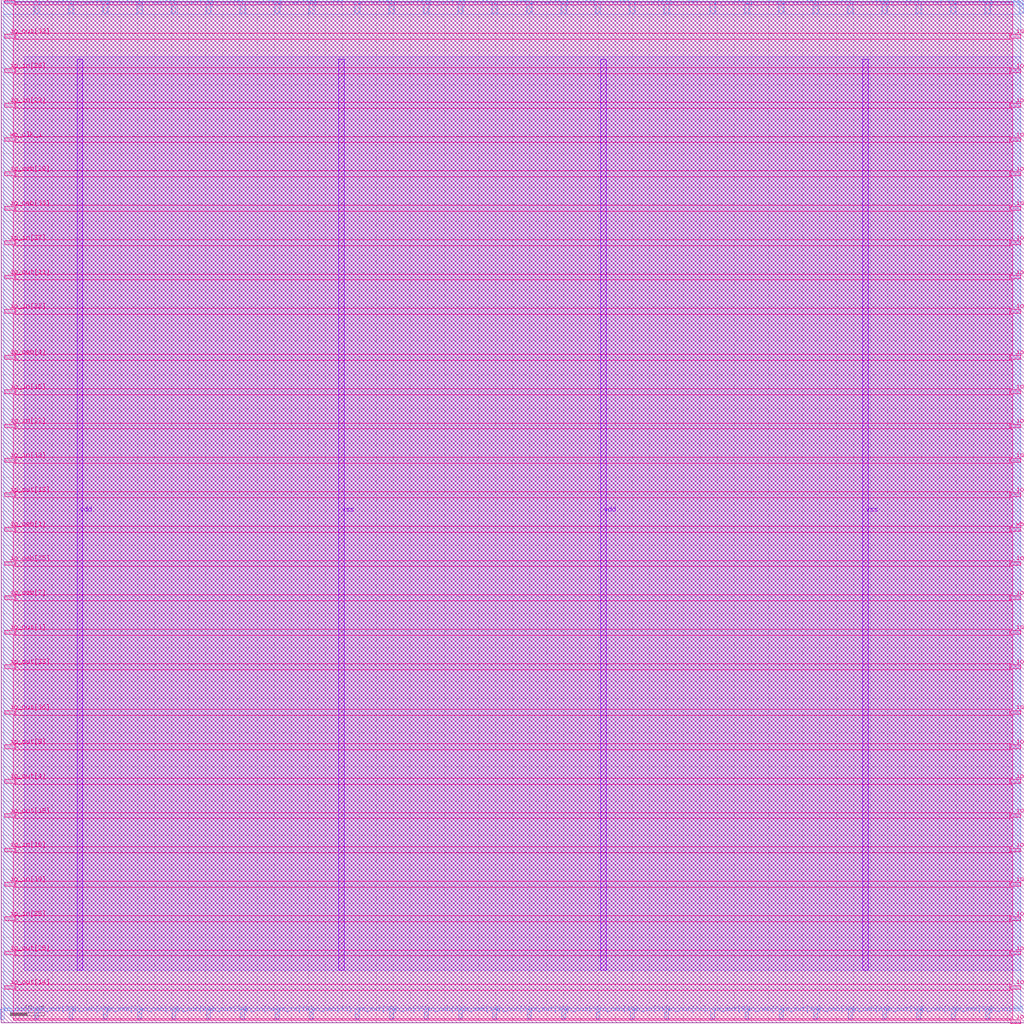
<source format=lef>
# Copyright 2022 GlobalFoundries PDK Authors
#
# Licensed under the Apache License, Version 2.0 (the "License");
# you may not use this file except in compliance with the License.
# You may obtain a copy of the License at
#
#      http://www.apache.org/licenses/LICENSE-2.0
#
# Unless required by applicable law or agreed to in writing, software
# distributed under the License is distributed on an "AS IS" BASIS,
# WITHOUT WARRANTIES OR CONDITIONS OF ANY KIND, either express or implied.
# See the License for the specific language governing permissions and
# limitations under the License.

##################################################################################
#
#           GLOBALFOUNDRIES
#
##################################################################################
#
# 180MCU Tech LEF File
# based on DRM DM-000013-01 Rev 13
# TFG-Version: 2.1.9
# Date: February 2018
#-------------------------------------------------------
# metal stack option: 5LM_1TM_9K
# Preferred routing directions:
# vertical:   Metal2 Metal4
# horizontal: Metal1 Metal3 Metal5
#------------------------------------------------------
# This Techfile contains not correct Parasitic Information.
# USE Appropriate parasitic files for Parasitic Extraction.
#------------------------------------------------------

VERSION 5.7 ;
BUSBITCHARS "[]" ;
DIVIDERCHAR "/" ;

UNITS
    DATABASE MICRONS 2000  ;
    CAPACITANCE PICOFARADS 1 ;
    CURRENT MILLIAMPS 1 ;
    RESISTANCE OHMS 1 ;
END UNITS

SITE GF018hv5v_mcu_sc7
  SYMMETRY X Y ;
  CLASS core ;
  SIZE 0.56 BY 3.92 ;
END GF018hv5v_mcu_sc7

PROPERTYDEFINITIONS
  LAYER LEF58_EOLENCLOSURE STRING ;
  LAYER LEF58_TYPE STRING ;
END PROPERTYDEFINITIONS

MANUFACTURINGGRID 0.0050 ;
CLEARANCEMEASURE EUCLIDEAN ;
USEMINSPACING OBS ON ;

LAYER Poly2
    TYPE MASTERSLICE ;
END Poly2

LAYER CON
    TYPE CUT ;
END CON



LAYER Metal1
    TYPE ROUTING ;
    DIRECTION HORIZONTAL ;

    PITCH 0.56 ;
    OFFSET 0.0 ;

    MINWIDTH 0.230 ;                   # Mn.1  (n=1)
    WIDTH 0.230 ;                      # Mn.1  (n=1)
    SPACING 0.230  ;                   # Mn.2a (n=1)
    SPACING 0.300 RANGE 10.005 999.00 ; # Mn.2b
    AREA 0.1444 ;                      # Mn.3

    THICKNESS 0.54 ;
    ANTENNAMODEL OXIDE1 ;
    ANTENNASIDEAREARATIO 400 ;

    DCCURRENTDENSITY AVERAGE 0.67 ;
    ACCURRENTDENSITY AVERAGE 1.00 ;

    CAPACITANCE CPERSQDIST 0.0000394 ;
    RESISTANCE RPERSQ 0.090000 ;

    MINIMUMDENSITY 30.0 ;
    DENSITYCHECKWINDOW 200.0 200.0 ;
    DENSITYCHECKSTEP 100.0 ;

END Metal1


LAYER Via1
  TYPE CUT ;
  SPACING 0.26 ;
  WIDTH   0.26 ;

  ENCLOSURE BELOW 0.00 0.06 ;
  ENCLOSURE ABOVE 0.01 0.06 ;
  PROPERTY LEF58_EOLENCLOSURE "
  	EOLENCLOSURE 0.34 0.06 ;" ;

  ARRAYSPACING CUTSPACING 0.36 ARRAYCUTS 4 SPACING 0.36 ; # Vn.2b

  ACCURRENTDENSITY AVERAGE 0.28 ;
  DCCURRENTDENSITY AVERAGE 0.18 ;
  ANTENNAMODEL OXIDE1 ;
  ANTENNAAREARATIO 20.0 ;
END Via1


LAYER Metal2
    TYPE ROUTING ;
    DIRECTION VERTICAL ;

    PITCH 0.56 ;
    OFFSET 0.0 ;

    MINWIDTH 0.280 ;
    WIDTH 0.280 ;                        # Mn.1  (n>1)
    SPACING 0.280 ;                      # Mn.2a (n>1)
    SPACING 0.300 RANGE 10.005 999.00 ;  # Mn.2b
    AREA 0.1444 ;                        # Mn.3

    THICKNESS 0.54 ;
    ANTENNAMODEL OXIDE1 ;
    ANTENNADIFFSIDEAREARATIO 400 ;
    ANTENNAGATEPLUSDIFF 2 ;

    DCCURRENTDENSITY AVERAGE 0.67 ;
    ACCURRENTDENSITY AVERAGE 1.00 ;

    CAPACITANCE CPERSQDIST 0.0000394 ;
    RESISTANCE RPERSQ 0.090000 ;

    MINIMUMDENSITY 30.0 ;
    DENSITYCHECKWINDOW 200.0 200.0 ;
    DENSITYCHECKSTEP 100.0 ;

END Metal2


LAYER Via2
  TYPE CUT ;
  SPACING 0.26 ;
  WIDTH   0.26 ;

  ENCLOSURE BELOW 0.01 0.06 ;
  ENCLOSURE ABOVE 0.01 0.06 ;

  # a bit conservative for Vn.3/4a without considering the protrusion length of 0.28
  PROPERTY LEF58_EOLENCLOSURE " EOLENCLOSURE 0.34 0.06 ; " ;

  ARRAYSPACING CUTSPACING 0.36 ARRAYCUTS 4 SPACING 0.36 ; # Vn.2b

  ACCURRENTDENSITY AVERAGE 0.28 ;
  DCCURRENTDENSITY AVERAGE 0.18 ;
  ANTENNAMODEL OXIDE1 ;
  ANTENNAAREARATIO 20.0 ;
END Via2


LAYER Metal3
    TYPE ROUTING ;
    DIRECTION HORIZONTAL ;

    PITCH 0.56 ;
    OFFSET 0.0 ;

    MINWIDTH 0.280 ;
    WIDTH 0.280 ;                        # Mn.1  (n>1)
    SPACING 0.280 ;                      # Mn.2a (n>1)
    SPACING 0.300 RANGE 10.005 999.00 ;  # Mn.2b
    AREA 0.1444 ;                        # Mn.3

    THICKNESS 0.54 ;
    ANTENNAMODEL OXIDE1 ;
    ANTENNADIFFSIDEAREARATIO 400 ;
    ANTENNAGATEPLUSDIFF 2 ;

    DCCURRENTDENSITY AVERAGE 0.67 ;
    ACCURRENTDENSITY AVERAGE 1.00 ;

    CAPACITANCE CPERSQDIST 0.0000394 ;
    RESISTANCE RPERSQ 0.090000 ;

    MINIMUMDENSITY 30.0 ;
    DENSITYCHECKWINDOW 200.0 200.0 ;
    DENSITYCHECKSTEP 100.0 ;

END Metal3


LAYER Via3
  TYPE CUT ;
  SPACING 0.26 ;
  WIDTH   0.26 ;

  ENCLOSURE BELOW 0.01 0.06 ;
  ENCLOSURE ABOVE 0.01 0.06 ;

  # a bit conservative for Vn.3/4a without considering the protrusion length of 0.28
  PROPERTY LEF58_EOLENCLOSURE " EOLENCLOSURE 0.34 0.06 ; " ;

  ARRAYSPACING CUTSPACING 0.36 ARRAYCUTS 4 SPACING 0.36 ; # Vn.2b

  ACCURRENTDENSITY AVERAGE 0.28 ;
  DCCURRENTDENSITY AVERAGE 0.18 ;
  ANTENNAMODEL OXIDE1 ;
  ANTENNAAREARATIO 20.0 ;
END Via3


LAYER Metal4
    TYPE ROUTING ;
    DIRECTION VERTICAL ;

    PITCH 0.56 ;
    OFFSET 0.0 ;

    MINWIDTH 0.280 ;
    WIDTH 0.280 ;                        # Mn.1  (n>1)
    SPACING 0.280 ;                      # Mn.2a (n>1)
    SPACING 0.300 RANGE 10.005 999.00 ;  # Mn.2b
    AREA 0.1444 ;                        # Mn.3

    THICKNESS 0.54 ;
    ANTENNAMODEL OXIDE1 ;
    ANTENNADIFFSIDEAREARATIO 400 ;
    ANTENNAGATEPLUSDIFF 2 ;

    DCCURRENTDENSITY AVERAGE 0.67 ;
    ACCURRENTDENSITY AVERAGE 1.00 ;

    CAPACITANCE CPERSQDIST 0.0000394 ;
    RESISTANCE RPERSQ 0.090000 ;

    MINIMUMDENSITY 30.0 ;
    DENSITYCHECKWINDOW 200.0 200.0 ;
    DENSITYCHECKSTEP 100.0 ;

END Metal4


LAYER Via4
  TYPE CUT ;
  SPACING 0.26 ;
  WIDTH   0.26 ;

  ENCLOSURE BELOW 0.01 0.06 ;
 # ENCLOSURE ABOVE 0.01 0.09 ;
  ENCLOSURE ABOVE 0.01 0.06 ;

  # a bit conservative for Vn.3/4a without considering the protrusion length of 0.28
  PROPERTY LEF58_EOLENCLOSURE " EOLENCLOSURE 0.34 0.06 ; " ;

  ARRAYSPACING CUTSPACING 0.36 ARRAYCUTS 4 SPACING 0.36 ; # Vn.2b

  ACCURRENTDENSITY AVERAGE 0.28 ;
  DCCURRENTDENSITY AVERAGE 0.18 ;
  ANTENNAMODEL OXIDE1 ;
  ANTENNAAREARATIO 20.0 ;
END Via4



LAYER Metal5
    TYPE ROUTING ;
    DIRECTION HORIZONTAL ;

    OFFSET 0.0 ;


    PITCH 0.9 ;
    MINWIDTH 0.440 ;
    WIDTH   0.440 ;                      # MT.1
    AREA    0.5625 ;                     # MT.4
    SPACING 0.460 ;                      # MT.2a
    SPACING 0.600 RANGE 10.005 999.00 ;  # MT.2b

    DCCURRENTDENSITY AVERAGE 1.21 ;
    ACCURRENTDENSITY AVERAGE 1.82 ;
    RESISTANCE RPERSQ 0.04000 ;

    THICKNESS 0.99 ;

    ANTENNAMODEL OXIDE1 ;
    ANTENNADIFFSIDEAREARATIO 400 ;
    ANTENNAGATEPLUSDIFF 2 ;

    CAPACITANCE CPERSQDIST 0.0000394 ;

    MINIMUMDENSITY 30.0 ;
    DENSITYCHECKWINDOW 200.0 200.0 ;
    DENSITYCHECKSTEP 100.0 ;

END Metal5



LAYER OVERLAP
  TYPE OVERLAP ;
END OVERLAP

LAYER PR_bndry
    TYPE MASTERSLICE ;
END PR_bndry


#------------------------------------------------------------
#  Via1 VIA SECTION
#------------------------------------------------------------
 VIA Via1_HH  DEFAULT
 LAYER Via1 ;
 RECT -0.130 -0.130 0.130 0.130 ;
 LAYER Metal1 ;
 RECT -0.190 -0.130 0.190 0.130 ;
 LAYER Metal2 ;
 RECT -0.190 -0.140 0.190 0.140 ;
 RESISTANCE 4.500 ;
 END Via1_HH

 VIA Via1_HV  DEFAULT
 LAYER Via1 ;
 RECT -0.130 -0.130 0.130 0.130 ;
 LAYER Metal1 ;
 RECT -0.190 -0.130 0.190 0.130 ;
 LAYER Metal2 ;
 RECT -0.140 -0.190 0.140 0.190 ;
 RESISTANCE 4.500 ;
 END Via1_HV

 VIA Via1_VH  DEFAULT
 LAYER Via1 ;
 RECT -0.130 -0.130 0.130 0.130 ;
 LAYER Metal1 ;
 RECT -0.130 -0.190 0.130 0.190 ;
 LAYER Metal2 ;
 RECT -0.190 -0.140 0.190 0.140 ;
 RESISTANCE 4.500 ;
 END Via1_VH

 VIA Via1_VV  DEFAULT
 LAYER Via1 ;
 RECT -0.130 -0.130 0.130 0.130 ;
 LAYER Metal1 ;
 RECT -0.130 -0.190 0.130 0.190 ;
 LAYER Metal2 ;
 RECT -0.140 -0.190 0.140 0.190 ;
 RESISTANCE 4.500 ;
 END Via1_VV

 VIA Via1_2CUT_H
 LAYER Via1 ;
 RECT -0.390 -0.130 -0.130 0.130 ;
 RECT 0.130 -0.130 0.390 0.130 ;
 LAYER Metal1 ;
 RECT -0.450 -0.130 0.450 0.130 ;
 LAYER Metal2 ;
 RECT -0.400 -0.190 0.400 0.190 ;
 END Via1_2CUT_H

 VIA Via1_2CUT_V
 LAYER Via1 ;
 RECT -0.130 -0.390 0.130 -0.130 ;
 RECT -0.130 0.130 0.130 0.390 ;
 LAYER Metal1 ;
 RECT -0.190 -0.390 0.190 0.390 ;
 LAYER Metal2 ;
 RECT -0.140 -0.450 0.140 0.450 ;
 END Via1_2CUT_V

 VIA Via1_2X2_0_60_10_60_H_H  DEFAULT
 LAYER Via1 ;
 RECT -0.390 -0.390 -0.130 -0.130 ;
 RECT 0.130 -0.390 0.390 -0.130 ;
 RECT -0.390 0.130 -0.130 0.390 ;
 RECT 0.130 0.130 0.390 0.390 ;
 LAYER Metal1 ;
 RECT -0.450 -0.390 0.450 0.390 ;
 LAYER Metal2 ;
 RECT -0.450 -0.400 0.450 0.400 ;
 END Via1_2X2_0_60_10_60_H_H

 VIA Via1_2X2_0_60_10_60_H_V  DEFAULT
 LAYER Via1 ;
 RECT -0.390 -0.390 -0.130 -0.130 ;
 RECT 0.130 -0.390 0.390 -0.130 ;
 RECT -0.390 0.130 -0.130 0.390 ;
 RECT 0.130 0.130 0.390 0.390 ;
 LAYER Metal1 ;
 RECT -0.450 -0.390 0.450 0.390 ;
 LAYER Metal2 ;
 RECT -0.400 -0.450 0.400 0.450 ;
 END Via1_2X2_0_60_10_60_H_V

 VIA Via1_2X2_0_60_10_60_V_H  DEFAULT
 LAYER Via1 ;
 RECT -0.390 -0.390 -0.130 -0.130 ;
 RECT 0.130 -0.390 0.390 -0.130 ;
 RECT -0.390 0.130 -0.130 0.390 ;
 RECT 0.130 0.130 0.390 0.390 ;
 LAYER Metal1 ;
 RECT -0.390 -0.450 0.390 0.450 ;
 LAYER Metal2 ;
 RECT -0.450 -0.400 0.450 0.400 ;
 END Via1_2X2_0_60_10_60_V_H

 VIA Via1_2X2_0_60_10_60_V_V  DEFAULT
 LAYER Via1 ;
 RECT -0.390 -0.390 -0.130 -0.130 ;
 RECT 0.130 -0.390 0.390 -0.130 ;
 RECT -0.390 0.130 -0.130 0.390 ;
 RECT 0.130 0.130 0.390 0.390 ;
 LAYER Metal1 ;
 RECT -0.390 -0.450 0.390 0.450 ;
 LAYER Metal2 ;
 RECT -0.400 -0.450 0.400 0.450 ;
 END Via1_2X2_0_60_10_60_V_V

VIARULE Via1_GEN_HH GENERATE
  LAYER Metal1 ;
    ENCLOSURE 0.060 0.000 ;
  LAYER Metal2 ;
    ENCLOSURE 0.060 0.010 ;
  LAYER Via1 ;
    RECT -0.130 -0.130 0.130 0.130 ;
    SPACING 0.520 BY 0.520 ;
END Via1_GEN_HH

VIARULE Via1_GEN_HV GENERATE
  LAYER Metal1 ;
    ENCLOSURE 0.060 0.000 ;
  LAYER Metal2 ;
    ENCLOSURE 0.010 0.060 ;
  LAYER Via1 ;
    RECT -0.130 -0.130 0.130 0.130 ;
    SPACING 0.520 BY 0.520 ;
END Via1_GEN_HV

VIARULE Via1_GEN_VH GENERATE
  LAYER Metal1 ;
    ENCLOSURE 0.000 0.060 ;
  LAYER Metal2 ;
    ENCLOSURE 0.060 0.010 ;
  LAYER Via1 ;
    RECT -0.130 -0.130 0.130 0.130 ;
    SPACING 0.520 BY 0.520 ;
END Via1_GEN_VH

VIARULE Via1_GEN_VV GENERATE
  LAYER Metal1 ;
    ENCLOSURE 0.000 0.060 ;
  LAYER Metal2 ;
    ENCLOSURE 0.010 0.060 ;
  LAYER Via1 ;
    RECT -0.130 -0.130 0.130 0.130 ;
    SPACING 0.520 BY 0.520 ;
END Via1_GEN_VV

 VIA Via1_4X4H_HH_DEFAULT  DEFAULT
 LAYER Via1 ;
 RECT -1.060 -1.060 -0.800 -0.800 ;
 RECT -0.440 -1.060 -0.180 -0.800 ;
 RECT 0.180 -1.060 0.440 -0.800 ;
 RECT 0.800 -1.060 1.060 -0.800 ;
 RECT -1.060 -0.440 -0.800 -0.180 ;
 RECT -0.440 -0.440 -0.180 -0.180 ;
 RECT 0.180 -0.440 0.440 -0.180 ;
 RECT 0.800 -0.440 1.060 -0.180 ;
 RECT -1.060 0.180 -0.800 0.440 ;
 RECT -0.440 0.180 -0.180 0.440 ;
 RECT 0.180 0.180 0.440 0.440 ;
 RECT 0.800 0.180 1.060 0.440 ;
 RECT -1.060 0.800 -0.800 1.060 ;
 RECT -0.440 0.800 -0.180 1.060 ;
 RECT 0.180 0.800 0.440 1.060 ;
 RECT 0.800 0.800 1.060 1.060 ;
 LAYER Metal1 ;
 RECT -1.120 -1.060 1.120 1.060 ;
 LAYER Metal2 ;
 RECT -1.120 -1.070 1.120 1.070 ;
 END Via1_4X4H_HH_DEFAULT

 VIA Via1_4X4H_HV_DEFAULT  DEFAULT
 LAYER Via1 ;
 RECT -1.060 -1.060 -0.800 -0.800 ;
 RECT -0.440 -1.060 -0.180 -0.800 ;
 RECT 0.180 -1.060 0.440 -0.800 ;
 RECT 0.800 -1.060 1.060 -0.800 ;
 RECT -1.060 -0.440 -0.800 -0.180 ;
 RECT -0.440 -0.440 -0.180 -0.180 ;
 RECT 0.180 -0.440 0.440 -0.180 ;
 RECT 0.800 -0.440 1.060 -0.180 ;
 RECT -1.060 0.180 -0.800 0.440 ;
 RECT -0.440 0.180 -0.180 0.440 ;
 RECT 0.180 0.180 0.440 0.440 ;
 RECT 0.800 0.180 1.060 0.440 ;
 RECT -1.060 0.800 -0.800 1.060 ;
 RECT -0.440 0.800 -0.180 1.060 ;
 RECT 0.180 0.800 0.440 1.060 ;
 RECT 0.800 0.800 1.060 1.060 ;
 LAYER Metal1 ;
 RECT -1.120 -1.060 1.120 1.060 ;
 LAYER Metal2 ;
 RECT -1.070 -1.120 1.070 1.120 ;
 END Via1_4X4H_HV_DEFAULT

 VIA Via1_4X4H_VH_DEFAULT  DEFAULT
 LAYER Via1 ;
 RECT -1.060 -1.060 -0.800 -0.800 ;
 RECT -0.440 -1.060 -0.180 -0.800 ;
 RECT 0.180 -1.060 0.440 -0.800 ;
 RECT 0.800 -1.060 1.060 -0.800 ;
 RECT -1.060 -0.440 -0.800 -0.180 ;
 RECT -0.440 -0.440 -0.180 -0.180 ;
 RECT 0.180 -0.440 0.440 -0.180 ;
 RECT 0.800 -0.440 1.060 -0.180 ;
 RECT -1.060 0.180 -0.800 0.440 ;
 RECT -0.440 0.180 -0.180 0.440 ;
 RECT 0.180 0.180 0.440 0.440 ;
 RECT 0.800 0.180 1.060 0.440 ;
 RECT -1.060 0.800 -0.800 1.060 ;
 RECT -0.440 0.800 -0.180 1.060 ;
 RECT 0.180 0.800 0.440 1.060 ;
 RECT 0.800 0.800 1.060 1.060 ;
 LAYER Metal1 ;
 RECT -1.060 -1.120 1.060 1.120 ;
 LAYER Metal2 ;
 RECT -1.120 -1.070 1.120 1.070 ;
 END Via1_4X4H_VH_DEFAULT

 VIA Via1_4X4H_VV_DEFAULT  DEFAULT
 LAYER Via1 ;
 RECT -1.060 -1.060 -0.800 -0.800 ;
 RECT -0.440 -1.060 -0.180 -0.800 ;
 RECT 0.180 -1.060 0.440 -0.800 ;
 RECT 0.800 -1.060 1.060 -0.800 ;
 RECT -1.060 -0.440 -0.800 -0.180 ;
 RECT -0.440 -0.440 -0.180 -0.180 ;
 RECT 0.180 -0.440 0.440 -0.180 ;
 RECT 0.800 -0.440 1.060 -0.180 ;
 RECT -1.060 0.180 -0.800 0.440 ;
 RECT -0.440 0.180 -0.180 0.440 ;
 RECT 0.180 0.180 0.440 0.440 ;
 RECT 0.800 0.180 1.060 0.440 ;
 RECT -1.060 0.800 -0.800 1.060 ;
 RECT -0.440 0.800 -0.180 1.060 ;
 RECT 0.180 0.800 0.440 1.060 ;
 RECT 0.800 0.800 1.060 1.060 ;
 LAYER Metal1 ;
 RECT -1.060 -1.120 1.060 1.120 ;
 LAYER Metal2 ;
 RECT -1.070 -1.120 1.070 1.120 ;
 END Via1_4X4H_VV_DEFAULT

#------------------------------------------------------------
#  Via2 VIA SECTION
#------------------------------------------------------------
 VIA Via2_HH  DEFAULT
 LAYER Via2 ;
 RECT -0.130 -0.130 0.130 0.130 ;
 LAYER Metal2 ;
 RECT -0.190 -0.140 0.190 0.140 ;
 LAYER Metal3 ;
 RECT -0.190 -0.140 0.190 0.140 ;
 RESISTANCE 4.500 ;
 END Via2_HH

 VIA Via2_HV  DEFAULT
 LAYER Via2 ;
 RECT -0.130 -0.130 0.130 0.130 ;
 LAYER Metal2 ;
 RECT -0.190 -0.140 0.190 0.140 ;
 LAYER Metal3 ;
 RECT -0.140 -0.190 0.140 0.190 ;
 RESISTANCE 4.500 ;
 END Via2_HV

 VIA Via2_VH  DEFAULT
 LAYER Via2 ;
 RECT -0.130 -0.130 0.130 0.130 ;
 LAYER Metal2 ;
 RECT -0.140 -0.190 0.140 0.190 ;
 LAYER Metal3 ;
 RECT -0.190 -0.140 0.190 0.140 ;
 RESISTANCE 4.500 ;
 END Via2_VH

 VIA Via2_VV  DEFAULT
 LAYER Via2 ;
 RECT -0.130 -0.130 0.130 0.130 ;
 LAYER Metal2 ;
 RECT -0.140 -0.190 0.140 0.190 ;
 LAYER Metal3 ;
 RECT -0.140 -0.190 0.140 0.190 ;
 RESISTANCE 4.500 ;
 END Via2_VV

 VIA Via2_2CUT_H
 LAYER Via2 ;
 RECT -0.390 -0.130 -0.130 0.130 ;
 RECT 0.130 -0.130 0.390 0.130 ;
 LAYER Metal2 ;
 RECT -0.390 -0.190 0.390 0.190 ;
 LAYER Metal3 ;
 RECT -0.450 -0.140 0.450 0.140 ;
 END Via2_2CUT_H

 VIA Via2_2CUT_V
 LAYER Via2 ;
 RECT -0.130 -0.390 0.130 -0.130 ;
 RECT -0.130 0.130 0.130 0.390 ;
 LAYER Metal2 ;
 RECT -0.130 -0.450 0.130 0.450 ;
 LAYER Metal3 ;
 RECT -0.190 -0.400 0.190 0.400 ;
 END Via2_2CUT_V

 VIA Via2_2X2_0_60_10_60_H_H  DEFAULT
 LAYER Via2 ;
 RECT -0.390 -0.390 -0.130 -0.130 ;
 RECT 0.130 -0.390 0.390 -0.130 ;
 RECT -0.390 0.130 -0.130 0.390 ;
 RECT 0.130 0.130 0.390 0.390 ;
 LAYER Metal2 ;
 RECT -0.450 -0.390 0.450 0.390 ;
 LAYER Metal3 ;
 RECT -0.450 -0.400 0.450 0.400 ;
 END Via2_2X2_0_60_10_60_H_H

 VIA Via2_2X2_0_60_10_60_H_V  DEFAULT
 LAYER Via2 ;
 RECT -0.390 -0.390 -0.130 -0.130 ;
 RECT 0.130 -0.390 0.390 -0.130 ;
 RECT -0.390 0.130 -0.130 0.390 ;
 RECT 0.130 0.130 0.390 0.390 ;
 LAYER Metal2 ;
 RECT -0.450 -0.390 0.450 0.390 ;
 LAYER Metal3 ;
 RECT -0.400 -0.450 0.400 0.450 ;
 END Via2_2X2_0_60_10_60_H_V

 VIA Via2_2X2_0_60_10_60_V_H  DEFAULT
 LAYER Via2 ;
 RECT -0.390 -0.390 -0.130 -0.130 ;
 RECT 0.130 -0.390 0.390 -0.130 ;
 RECT -0.390 0.130 -0.130 0.390 ;
 RECT 0.130 0.130 0.390 0.390 ;
 LAYER Metal2 ;
 RECT -0.390 -0.450 0.390 0.450 ;
 LAYER Metal3 ;
 RECT -0.450 -0.400 0.450 0.400 ;
 END Via2_2X2_0_60_10_60_V_H

 VIA Via2_2X2_0_60_10_60_V_V  DEFAULT
 LAYER Via2 ;
 RECT -0.390 -0.390 -0.130 -0.130 ;
 RECT 0.130 -0.390 0.390 -0.130 ;
 RECT -0.390 0.130 -0.130 0.390 ;
 RECT 0.130 0.130 0.390 0.390 ;
 LAYER Metal2 ;
 RECT -0.390 -0.450 0.390 0.450 ;
 LAYER Metal3 ;
 RECT -0.400 -0.450 0.400 0.450 ;
 END Via2_2X2_0_60_10_60_V_V

VIARULE Via2_GEN_HH GENERATE
  LAYER Metal2 ;
    ENCLOSURE 0.060 0.010 ;
  LAYER Metal3 ;
    ENCLOSURE 0.060 0.010 ;
  LAYER Via2 ;
    RECT -0.130 -0.130 0.130 0.130 ;
    SPACING 0.520 BY 0.520 ;
END Via2_GEN_HH

VIARULE Via2_GEN_HV GENERATE
  LAYER Metal2 ;
    ENCLOSURE 0.060 0.010 ;
  LAYER Metal3 ;
    ENCLOSURE 0.010 0.060 ;
  LAYER Via2 ;
    RECT -0.130 -0.130 0.130 0.130 ;
    SPACING 0.520 BY 0.520 ;
END Via2_GEN_HV

VIARULE Via2_GEN_VH GENERATE
  LAYER Metal2 ;
    ENCLOSURE 0.010 0.060 ;
  LAYER Metal3 ;
    ENCLOSURE 0.060 0.010 ;
  LAYER Via2 ;
    RECT -0.130 -0.130 0.130 0.130 ;
    SPACING 0.520 BY 0.520 ;
END Via2_GEN_VH

VIARULE Via2_GEN_VV GENERATE
  LAYER Metal2 ;
    ENCLOSURE 0.010 0.060 ;
  LAYER Metal3 ;
    ENCLOSURE 0.010 0.060 ;
  LAYER Via2 ;
    RECT -0.130 -0.130 0.130 0.130 ;
    SPACING 0.520 BY 0.520 ;
END Via2_GEN_VV

 VIA Via2_4X4H_HH_DEFAULT  DEFAULT
 LAYER Via2 ;
 RECT -1.060 -1.060 -0.800 -0.800 ;
 RECT -0.440 -1.060 -0.180 -0.800 ;
 RECT 0.180 -1.060 0.440 -0.800 ;
 RECT 0.800 -1.060 1.060 -0.800 ;
 RECT -1.060 -0.440 -0.800 -0.180 ;
 RECT -0.440 -0.440 -0.180 -0.180 ;
 RECT 0.180 -0.440 0.440 -0.180 ;
 RECT 0.800 -0.440 1.060 -0.180 ;
 RECT -1.060 0.180 -0.800 0.440 ;
 RECT -0.440 0.180 -0.180 0.440 ;
 RECT 0.180 0.180 0.440 0.440 ;
 RECT 0.800 0.180 1.060 0.440 ;
 RECT -1.060 0.800 -0.800 1.060 ;
 RECT -0.440 0.800 -0.180 1.060 ;
 RECT 0.180 0.800 0.440 1.060 ;
 RECT 0.800 0.800 1.060 1.060 ;
 LAYER Metal2 ;
 RECT -1.120 -1.070 1.120 1.070 ;
 LAYER Metal3 ;
 RECT -1.120 -1.070 1.120 1.070 ;
 END Via2_4X4H_HH_DEFAULT

 VIA Via2_4X4H_HV_DEFAULT  DEFAULT
 LAYER Via2 ;
 RECT -1.060 -1.060 -0.800 -0.800 ;
 RECT -0.440 -1.060 -0.180 -0.800 ;
 RECT 0.180 -1.060 0.440 -0.800 ;
 RECT 0.800 -1.060 1.060 -0.800 ;
 RECT -1.060 -0.440 -0.800 -0.180 ;
 RECT -0.440 -0.440 -0.180 -0.180 ;
 RECT 0.180 -0.440 0.440 -0.180 ;
 RECT 0.800 -0.440 1.060 -0.180 ;
 RECT -1.060 0.180 -0.800 0.440 ;
 RECT -0.440 0.180 -0.180 0.440 ;
 RECT 0.180 0.180 0.440 0.440 ;
 RECT 0.800 0.180 1.060 0.440 ;
 RECT -1.060 0.800 -0.800 1.060 ;
 RECT -0.440 0.800 -0.180 1.060 ;
 RECT 0.180 0.800 0.440 1.060 ;
 RECT 0.800 0.800 1.060 1.060 ;
 LAYER Metal2 ;
 RECT -1.120 -1.070 1.120 1.070 ;
 LAYER Metal3 ;
 RECT -1.070 -1.120 1.070 1.120 ;
 END Via2_4X4H_HV_DEFAULT

 VIA Via2_4X4H_VH_DEFAULT  DEFAULT
 LAYER Via2 ;
 RECT -1.060 -1.060 -0.800 -0.800 ;
 RECT -0.440 -1.060 -0.180 -0.800 ;
 RECT 0.180 -1.060 0.440 -0.800 ;
 RECT 0.800 -1.060 1.060 -0.800 ;
 RECT -1.060 -0.440 -0.800 -0.180 ;
 RECT -0.440 -0.440 -0.180 -0.180 ;
 RECT 0.180 -0.440 0.440 -0.180 ;
 RECT 0.800 -0.440 1.060 -0.180 ;
 RECT -1.060 0.180 -0.800 0.440 ;
 RECT -0.440 0.180 -0.180 0.440 ;
 RECT 0.180 0.180 0.440 0.440 ;
 RECT 0.800 0.180 1.060 0.440 ;
 RECT -1.060 0.800 -0.800 1.060 ;
 RECT -0.440 0.800 -0.180 1.060 ;
 RECT 0.180 0.800 0.440 1.060 ;
 RECT 0.800 0.800 1.060 1.060 ;
 LAYER Metal2 ;
 RECT -1.070 -1.120 1.070 1.120 ;
 LAYER Metal3 ;
 RECT -1.120 -1.070 1.120 1.070 ;
 END Via2_4X4H_VH_DEFAULT

 VIA Via2_4X4H_VV_DEFAULT  DEFAULT
 LAYER Via2 ;
 RECT -1.060 -1.060 -0.800 -0.800 ;
 RECT -0.440 -1.060 -0.180 -0.800 ;
 RECT 0.180 -1.060 0.440 -0.800 ;
 RECT 0.800 -1.060 1.060 -0.800 ;
 RECT -1.060 -0.440 -0.800 -0.180 ;
 RECT -0.440 -0.440 -0.180 -0.180 ;
 RECT 0.180 -0.440 0.440 -0.180 ;
 RECT 0.800 -0.440 1.060 -0.180 ;
 RECT -1.060 0.180 -0.800 0.440 ;
 RECT -0.440 0.180 -0.180 0.440 ;
 RECT 0.180 0.180 0.440 0.440 ;
 RECT 0.800 0.180 1.060 0.440 ;
 RECT -1.060 0.800 -0.800 1.060 ;
 RECT -0.440 0.800 -0.180 1.060 ;
 RECT 0.180 0.800 0.440 1.060 ;
 RECT 0.800 0.800 1.060 1.060 ;
 LAYER Metal2 ;
 RECT -1.070 -1.120 1.070 1.120 ;
 LAYER Metal3 ;
 RECT -1.070 -1.120 1.070 1.120 ;
 END Via2_4X4H_VV_DEFAULT

#------------------------------------------------------------
#  Via3 VIA SECTION
#------------------------------------------------------------
 VIA Via3_HH  DEFAULT
 LAYER Via3 ;
 RECT -0.130 -0.130 0.130 0.130 ;
 LAYER Metal3 ;
 RECT -0.190 -0.140 0.190 0.140 ;
 LAYER Metal4 ;
 RECT -0.190 -0.140 0.190 0.140 ;
 RESISTANCE 4.500 ;
 END Via3_HH

 VIA Via3_HV  DEFAULT
 LAYER Via3 ;
 RECT -0.130 -0.130 0.130 0.130 ;
 LAYER Metal3 ;
 RECT -0.190 -0.140 0.190 0.140 ;
 LAYER Metal4 ;
 RECT -0.140 -0.190 0.140 0.190 ;
 RESISTANCE 4.500 ;
 END Via3_HV

 VIA Via3_VH  DEFAULT
 LAYER Via3 ;
 RECT -0.130 -0.130 0.130 0.130 ;
 LAYER Metal3 ;
 RECT -0.140 -0.190 0.140 0.190 ;
 LAYER Metal4 ;
 RECT -0.190 -0.140 0.190 0.140 ;
 RESISTANCE 4.500 ;
 END Via3_VH

 VIA Via3_VV  DEFAULT
 LAYER Via3 ;
 RECT -0.130 -0.130 0.130 0.130 ;
 LAYER Metal3 ;
 RECT -0.140 -0.190 0.140 0.190 ;
 LAYER Metal4 ;
 RECT -0.140 -0.190 0.140 0.190 ;
 RESISTANCE 4.500 ;
 END Via3_VV

 VIA Via3_2CUT_H
 LAYER Via3 ;
 RECT -0.390 -0.130 -0.130 0.130 ;
 RECT 0.130 -0.130 0.390 0.130 ;
 LAYER Metal3 ;
 RECT -0.450 -0.130 0.450 0.130 ;
 LAYER Metal4 ;
 RECT -0.400 -0.190 0.400 0.190 ;
 END Via3_2CUT_H

 VIA Via3_2CUT_V
 LAYER Via3 ;
 RECT -0.130 -0.390 0.130 -0.130 ;
 RECT -0.130 0.130 0.130 0.390 ;
 LAYER Metal3 ;
 RECT -0.190 -0.390 0.190 0.390 ;
 LAYER Metal4 ;
 RECT -0.140 -0.450 0.140 0.450 ;
 END Via3_2CUT_V

 VIA Via3_2X2_0_60_10_60_H_H  DEFAULT
 LAYER Via3 ;
 RECT -0.390 -0.390 -0.130 -0.130 ;
 RECT 0.130 -0.390 0.390 -0.130 ;
 RECT -0.390 0.130 -0.130 0.390 ;
 RECT 0.130 0.130 0.390 0.390 ;
 LAYER Metal3 ;
 RECT -0.450 -0.390 0.450 0.390 ;
 LAYER Metal4 ;
 RECT -0.450 -0.400 0.450 0.400 ;
 END Via3_2X2_0_60_10_60_H_H

 VIA Via3_2X2_0_60_10_60_H_V  DEFAULT
 LAYER Via3 ;
 RECT -0.390 -0.390 -0.130 -0.130 ;
 RECT 0.130 -0.390 0.390 -0.130 ;
 RECT -0.390 0.130 -0.130 0.390 ;
 RECT 0.130 0.130 0.390 0.390 ;
 LAYER Metal3 ;
 RECT -0.450 -0.390 0.450 0.390 ;
 LAYER Metal4 ;
 RECT -0.400 -0.450 0.400 0.450 ;
 END Via3_2X2_0_60_10_60_H_V

 VIA Via3_2X2_0_60_10_60_V_H  DEFAULT
 LAYER Via3 ;
 RECT -0.390 -0.390 -0.130 -0.130 ;
 RECT 0.130 -0.390 0.390 -0.130 ;
 RECT -0.390 0.130 -0.130 0.390 ;
 RECT 0.130 0.130 0.390 0.390 ;
 LAYER Metal3 ;
 RECT -0.390 -0.450 0.390 0.450 ;
 LAYER Metal4 ;
 RECT -0.450 -0.400 0.450 0.400 ;
 END Via3_2X2_0_60_10_60_V_H

 VIA Via3_2X2_0_60_10_60_V_V  DEFAULT
 LAYER Via3 ;
 RECT -0.390 -0.390 -0.130 -0.130 ;
 RECT 0.130 -0.390 0.390 -0.130 ;
 RECT -0.390 0.130 -0.130 0.390 ;
 RECT 0.130 0.130 0.390 0.390 ;
 LAYER Metal3 ;
 RECT -0.390 -0.450 0.390 0.450 ;
 LAYER Metal4 ;
 RECT -0.400 -0.450 0.400 0.450 ;
 END Via3_2X2_0_60_10_60_V_V

VIARULE Via3_GEN_HH GENERATE
  LAYER Metal3 ;
    ENCLOSURE 0.060 0.010 ;
  LAYER Metal4 ;
    ENCLOSURE 0.060 0.010 ;
  LAYER Via3 ;
    RECT -0.130 -0.130 0.130 0.130 ;
    SPACING 0.520 BY 0.520 ;
END Via3_GEN_HH

VIARULE Via3_GEN_HV GENERATE
  LAYER Metal3 ;
    ENCLOSURE 0.060 0.010 ;
  LAYER Metal4 ;
    ENCLOSURE 0.010 0.060 ;
  LAYER Via3 ;
    RECT -0.130 -0.130 0.130 0.130 ;
    SPACING 0.520 BY 0.520 ;
END Via3_GEN_HV

VIARULE Via3_GEN_VH GENERATE
  LAYER Metal3 ;
    ENCLOSURE 0.010 0.060 ;
  LAYER Metal4 ;
    ENCLOSURE 0.060 0.010 ;
  LAYER Via3 ;
    RECT -0.130 -0.130 0.130 0.130 ;
    SPACING 0.520 BY 0.520 ;
END Via3_GEN_VH

VIARULE Via3_GEN_VV GENERATE
  LAYER Metal3 ;
    ENCLOSURE 0.010 0.060 ;
  LAYER Metal4 ;
    ENCLOSURE 0.010 0.060 ;
  LAYER Via3 ;
    RECT -0.130 -0.130 0.130 0.130 ;
    SPACING 0.520 BY 0.520 ;
END Via3_GEN_VV

 VIA Via3_4X4H_HH_DEFAULT  DEFAULT
 LAYER Via3 ;
 RECT -1.060 -1.060 -0.800 -0.800 ;
 RECT -0.440 -1.060 -0.180 -0.800 ;
 RECT 0.180 -1.060 0.440 -0.800 ;
 RECT 0.800 -1.060 1.060 -0.800 ;
 RECT -1.060 -0.440 -0.800 -0.180 ;
 RECT -0.440 -0.440 -0.180 -0.180 ;
 RECT 0.180 -0.440 0.440 -0.180 ;
 RECT 0.800 -0.440 1.060 -0.180 ;
 RECT -1.060 0.180 -0.800 0.440 ;
 RECT -0.440 0.180 -0.180 0.440 ;
 RECT 0.180 0.180 0.440 0.440 ;
 RECT 0.800 0.180 1.060 0.440 ;
 RECT -1.060 0.800 -0.800 1.060 ;
 RECT -0.440 0.800 -0.180 1.060 ;
 RECT 0.180 0.800 0.440 1.060 ;
 RECT 0.800 0.800 1.060 1.060 ;
 LAYER Metal3 ;
 RECT -1.120 -1.070 1.120 1.070 ;
 LAYER Metal4 ;
 RECT -1.120 -1.070 1.120 1.070 ;
 END Via3_4X4H_HH_DEFAULT

 VIA Via3_4X4H_HV_DEFAULT  DEFAULT
 LAYER Via3 ;
 RECT -1.060 -1.060 -0.800 -0.800 ;
 RECT -0.440 -1.060 -0.180 -0.800 ;
 RECT 0.180 -1.060 0.440 -0.800 ;
 RECT 0.800 -1.060 1.060 -0.800 ;
 RECT -1.060 -0.440 -0.800 -0.180 ;
 RECT -0.440 -0.440 -0.180 -0.180 ;
 RECT 0.180 -0.440 0.440 -0.180 ;
 RECT 0.800 -0.440 1.060 -0.180 ;
 RECT -1.060 0.180 -0.800 0.440 ;
 RECT -0.440 0.180 -0.180 0.440 ;
 RECT 0.180 0.180 0.440 0.440 ;
 RECT 0.800 0.180 1.060 0.440 ;
 RECT -1.060 0.800 -0.800 1.060 ;
 RECT -0.440 0.800 -0.180 1.060 ;
 RECT 0.180 0.800 0.440 1.060 ;
 RECT 0.800 0.800 1.060 1.060 ;
 LAYER Metal3 ;
 RECT -1.120 -1.070 1.120 1.070 ;
 LAYER Metal4 ;
 RECT -1.070 -1.120 1.070 1.120 ;
 END Via3_4X4H_HV_DEFAULT

 VIA Via3_4X4H_VH_DEFAULT  DEFAULT
 LAYER Via3 ;
 RECT -1.060 -1.060 -0.800 -0.800 ;
 RECT -0.440 -1.060 -0.180 -0.800 ;
 RECT 0.180 -1.060 0.440 -0.800 ;
 RECT 0.800 -1.060 1.060 -0.800 ;
 RECT -1.060 -0.440 -0.800 -0.180 ;
 RECT -0.440 -0.440 -0.180 -0.180 ;
 RECT 0.180 -0.440 0.440 -0.180 ;
 RECT 0.800 -0.440 1.060 -0.180 ;
 RECT -1.060 0.180 -0.800 0.440 ;
 RECT -0.440 0.180 -0.180 0.440 ;
 RECT 0.180 0.180 0.440 0.440 ;
 RECT 0.800 0.180 1.060 0.440 ;
 RECT -1.060 0.800 -0.800 1.060 ;
 RECT -0.440 0.800 -0.180 1.060 ;
 RECT 0.180 0.800 0.440 1.060 ;
 RECT 0.800 0.800 1.060 1.060 ;
 LAYER Metal3 ;
 RECT -1.070 -1.120 1.070 1.120 ;
 LAYER Metal4 ;
 RECT -1.120 -1.070 1.120 1.070 ;
 END Via3_4X4H_VH_DEFAULT

 VIA Via3_4X4H_VV_DEFAULT  DEFAULT
 LAYER Via3 ;
 RECT -1.060 -1.060 -0.800 -0.800 ;
 RECT -0.440 -1.060 -0.180 -0.800 ;
 RECT 0.180 -1.060 0.440 -0.800 ;
 RECT 0.800 -1.060 1.060 -0.800 ;
 RECT -1.060 -0.440 -0.800 -0.180 ;
 RECT -0.440 -0.440 -0.180 -0.180 ;
 RECT 0.180 -0.440 0.440 -0.180 ;
 RECT 0.800 -0.440 1.060 -0.180 ;
 RECT -1.060 0.180 -0.800 0.440 ;
 RECT -0.440 0.180 -0.180 0.440 ;
 RECT 0.180 0.180 0.440 0.440 ;
 RECT 0.800 0.180 1.060 0.440 ;
 RECT -1.060 0.800 -0.800 1.060 ;
 RECT -0.440 0.800 -0.180 1.060 ;
 RECT 0.180 0.800 0.440 1.060 ;
 RECT 0.800 0.800 1.060 1.060 ;
 LAYER Metal3 ;
 RECT -1.070 -1.120 1.070 1.120 ;
 LAYER Metal4 ;
 RECT -1.070 -1.120 1.070 1.120 ;
 END Via3_4X4H_VV_DEFAULT

#------------------------------------------------------------
#  Via4 VIA SECTION
#------------------------------------------------------------
 VIA Via4_HH  DEFAULT
 LAYER Via4 ;
 RECT -0.130 -0.130 0.130 0.130 ;
 LAYER Metal4 ;
 RECT -0.190 -0.140 0.190 0.140 ;
 LAYER Metal5 ;
 RECT -0.220 -0.140 0.220 0.140 ;
 RESISTANCE 4.500 ;
 END Via4_HH

 VIA Via4_HV  DEFAULT
 LAYER Via4 ;
 RECT -0.130 -0.130 0.130 0.130 ;
 LAYER Metal4 ;
 RECT -0.190 -0.140 0.190 0.140 ;
 LAYER Metal5 ;
 RECT -0.140 -0.220 0.140 0.220 ;
 RESISTANCE 4.500 ;
 END Via4_HV

 VIA Via4_VH  DEFAULT
 LAYER Via4 ;
 RECT -0.130 -0.130 0.130 0.130 ;
 LAYER Metal4 ;
 RECT -0.140 -0.190 0.140 0.190 ;
 LAYER Metal5 ;
 RECT -0.220 -0.140 0.220 0.140 ;
 RESISTANCE 4.500 ;
 END Via4_VH

 VIA Via4_VV  DEFAULT
 LAYER Via4 ;
 RECT -0.130 -0.130 0.130 0.130 ;
 LAYER Metal4 ;
 RECT -0.140 -0.190 0.140 0.190 ;
 LAYER Metal5 ;
 RECT -0.140 -0.220 0.140 0.220 ;
 RESISTANCE 4.500 ;
 END Via4_VV

 VIA Via4_1_HH  DEFAULT
 LAYER Via4 ;
 RECT -0.130 -0.130 0.130 0.130 ;
 LAYER Metal4 ;
 RECT -0.190 -0.140 0.190 0.140 ;
 LAYER Metal5 ;
 RECT -0.190 -0.140 0.190 0.140 ;
 RESISTANCE 4.500 ;
 END Via4_1_HH

 VIA Via4_1_HV  DEFAULT
 LAYER Via4 ;
 RECT -0.130 -0.130 0.130 0.130 ;
 LAYER Metal4 ;
 RECT -0.190 -0.140 0.190 0.140 ;
 LAYER Metal5 ;
 RECT -0.140 -0.190 0.140 0.190 ;
 RESISTANCE 4.500 ;
 END Via4_1_HV

 VIA Via4_1_VH  DEFAULT
 LAYER Via4 ;
 RECT -0.130 -0.130 0.130 0.130 ;
 LAYER Metal4 ;
 RECT -0.140 -0.190 0.140 0.190 ;
 LAYER Metal5 ;
 RECT -0.190 -0.140 0.190 0.140 ;
 RESISTANCE 4.500 ;
 END Via4_1_VH

 VIA Via4_1_VV  DEFAULT
 LAYER Via4 ;
 RECT -0.130 -0.130 0.130 0.130 ;
 LAYER Metal4 ;
 RECT -0.140 -0.190 0.140 0.190 ;
 LAYER Metal5 ;
 RECT -0.140 -0.190 0.140 0.190 ;
 RESISTANCE 4.500 ;
 END Via4_1_VV

 VIA Via4_2CUT_H
 LAYER Via4 ;
 RECT -0.390 -0.130 -0.130 0.130 ;
 RECT 0.130 -0.130 0.390 0.130 ;
 LAYER Metal4 ;
 RECT -0.400 -0.190 0.400 0.190 ;
 LAYER Metal5 ;
 RECT -0.450 -0.140 0.450 0.140 ;
 END Via4_2CUT_H

 VIA Via4_2CUT_V
 LAYER Via4 ;
 RECT -0.130 -0.390 0.130 -0.130 ;
 RECT -0.130 0.130 0.130 0.390 ;
 LAYER Metal4 ;
 RECT -0.140 -0.450 0.140 0.450 ;
 LAYER Metal5 ;
 RECT -0.190 -0.400 0.190 0.400 ;
 END Via4_2CUT_V

 VIA Via4_2X2_10_60_10_60_H_H  DEFAULT
 LAYER Via4 ;
 RECT -0.390 -0.390 -0.130 -0.130 ;
 RECT 0.130 -0.390 0.390 -0.130 ;
 RECT -0.390 0.130 -0.130 0.390 ;
 RECT 0.130 0.130 0.390 0.390 ;
 LAYER Metal4 ;
 RECT -0.450 -0.400 0.450 0.400 ;
 LAYER Metal5 ;
 RECT -0.450 -0.400 0.450 0.400 ;
 END Via4_2X2_10_60_10_60_H_H

 VIA Via4_2X2_10_60_10_60_H_V  DEFAULT
 LAYER Via4 ;
 RECT -0.390 -0.390 -0.130 -0.130 ;
 RECT 0.130 -0.390 0.390 -0.130 ;
 RECT -0.390 0.130 -0.130 0.390 ;
 RECT 0.130 0.130 0.390 0.390 ;
 LAYER Metal4 ;
 RECT -0.450 -0.400 0.450 0.400 ;
 LAYER Metal5 ;
 RECT -0.400 -0.450 0.400 0.450 ;
 END Via4_2X2_10_60_10_60_H_V

 VIA Via4_2X2_10_60_10_60_V_H  DEFAULT
 LAYER Via4 ;
 RECT -0.390 -0.390 -0.130 -0.130 ;
 RECT 0.130 -0.390 0.390 -0.130 ;
 RECT -0.390 0.130 -0.130 0.390 ;
 RECT 0.130 0.130 0.390 0.390 ;
 LAYER Metal4 ;
 RECT -0.400 -0.450 0.400 0.450 ;
 LAYER Metal5 ;
 RECT -0.450 -0.400 0.450 0.400 ;
 END Via4_2X2_10_60_10_60_V_H

 VIA Via4_2X2_10_60_10_60_V_V  DEFAULT
 LAYER Via4 ;
 RECT -0.390 -0.390 -0.130 -0.130 ;
 RECT 0.130 -0.390 0.390 -0.130 ;
 RECT -0.390 0.130 -0.130 0.390 ;
 RECT 0.130 0.130 0.390 0.390 ;
 LAYER Metal4 ;
 RECT -0.400 -0.450 0.400 0.450 ;
 LAYER Metal5 ;
 RECT -0.400 -0.450 0.400 0.450 ;
 END Via4_2X2_10_60_10_60_V_V

VIARULE Via4_GEN_HH GENERATE
  LAYER Metal4 ;
    ENCLOSURE 0.060 0.010 ;
  LAYER Metal5 ;
    ENCLOSURE 0.090 0.010 ;
  LAYER Via4 ;
    RECT -0.130 -0.130 0.130 0.130 ;
    SPACING 0.520 BY 0.520 ;
END Via4_GEN_HH

VIARULE Via4_GEN_HV GENERATE
  LAYER Metal4 ;
    ENCLOSURE 0.060 0.010 ;
  LAYER Metal5 ;
    ENCLOSURE 0.010 0.090 ;
  LAYER Via4 ;
    RECT -0.130 -0.130 0.130 0.130 ;
    SPACING 0.520 BY 0.520 ;
END Via4_GEN_HV

VIARULE Via4_GEN_VH GENERATE
  LAYER Metal4 ;
    ENCLOSURE 0.010 0.060 ;
  LAYER Metal5 ;
    ENCLOSURE 0.090 0.010 ;
  LAYER Via4 ;
    RECT -0.130 -0.130 0.130 0.130 ;
    SPACING 0.520 BY 0.520 ;
END Via4_GEN_VH

VIARULE Via4_GEN_VV GENERATE
  LAYER Metal4 ;
    ENCLOSURE 0.010 0.060 ;
  LAYER Metal5 ;
    ENCLOSURE 0.010 0.090 ;
  LAYER Via4 ;
    RECT -0.130 -0.130 0.130 0.130 ;
    SPACING 0.520 BY 0.520 ;
END Via4_GEN_VV

VIARULE Via4_0_RULE GENERATE
  LAYER Metal4 ;
    ENCLOSURE 0.010 0.060 ;
  LAYER Metal5 ;
    ENCLOSURE 0.060 0.010 ;
  LAYER Via4 ;
    RECT -0.130 -0.130 0.130 0.130 ;
    SPACING 0.520 BY 0.520 ;
END Via4_0_RULE

VIARULE Via4_0 GENERATE
  LAYER Metal4 ;
    ENCLOSURE 0.010 0.060 ;
  LAYER Metal5 ;
    ENCLOSURE 0.010 0.060 ;
  LAYER Via4 ;
    RECT -0.130 -0.130 0.130 0.130 ;
    SPACING 0.520 BY 0.520 ;
END Via4_0

 VIA Via4_4X4H_HH_DEFAULT  DEFAULT
 LAYER Via4 ;
 RECT -1.060 -1.060 -0.800 -0.800 ;
 RECT -0.440 -1.060 -0.180 -0.800 ;
 RECT 0.180 -1.060 0.440 -0.800 ;
 RECT 0.800 -1.060 1.060 -0.800 ;
 RECT -1.060 -0.440 -0.800 -0.180 ;
 RECT -0.440 -0.440 -0.180 -0.180 ;
 RECT 0.180 -0.440 0.440 -0.180 ;
 RECT 0.800 -0.440 1.060 -0.180 ;
 RECT -1.060 0.180 -0.800 0.440 ;
 RECT -0.440 0.180 -0.180 0.440 ;
 RECT 0.180 0.180 0.440 0.440 ;
 RECT 0.800 0.180 1.060 0.440 ;
 RECT -1.060 0.800 -0.800 1.060 ;
 RECT -0.440 0.800 -0.180 1.060 ;
 RECT 0.180 0.800 0.440 1.060 ;
 RECT 0.800 0.800 1.060 1.060 ;
 LAYER Metal4 ;
 RECT -1.120 -1.070 1.120 1.070 ;
 LAYER Metal5 ;
 RECT -1.120 -1.070 1.120 1.070 ;
 END Via4_4X4H_HH_DEFAULT

 VIA Via4_4X4H_HV_DEFAULT  DEFAULT
 LAYER Via4 ;
 RECT -1.060 -1.060 -0.800 -0.800 ;
 RECT -0.440 -1.060 -0.180 -0.800 ;
 RECT 0.180 -1.060 0.440 -0.800 ;
 RECT 0.800 -1.060 1.060 -0.800 ;
 RECT -1.060 -0.440 -0.800 -0.180 ;
 RECT -0.440 -0.440 -0.180 -0.180 ;
 RECT 0.180 -0.440 0.440 -0.180 ;
 RECT 0.800 -0.440 1.060 -0.180 ;
 RECT -1.060 0.180 -0.800 0.440 ;
 RECT -0.440 0.180 -0.180 0.440 ;
 RECT 0.180 0.180 0.440 0.440 ;
 RECT 0.800 0.180 1.060 0.440 ;
 RECT -1.060 0.800 -0.800 1.060 ;
 RECT -0.440 0.800 -0.180 1.060 ;
 RECT 0.180 0.800 0.440 1.060 ;
 RECT 0.800 0.800 1.060 1.060 ;
 LAYER Metal4 ;
 RECT -1.120 -1.070 1.120 1.070 ;
 LAYER Metal5 ;
 RECT -1.070 -1.120 1.070 1.120 ;
 END Via4_4X4H_HV_DEFAULT

 VIA Via4_4X4H_VH_DEFAULT  DEFAULT
 LAYER Via4 ;
 RECT -1.060 -1.060 -0.800 -0.800 ;
 RECT -0.440 -1.060 -0.180 -0.800 ;
 RECT 0.180 -1.060 0.440 -0.800 ;
 RECT 0.800 -1.060 1.060 -0.800 ;
 RECT -1.060 -0.440 -0.800 -0.180 ;
 RECT -0.440 -0.440 -0.180 -0.180 ;
 RECT 0.180 -0.440 0.440 -0.180 ;
 RECT 0.800 -0.440 1.060 -0.180 ;
 RECT -1.060 0.180 -0.800 0.440 ;
 RECT -0.440 0.180 -0.180 0.440 ;
 RECT 0.180 0.180 0.440 0.440 ;
 RECT 0.800 0.180 1.060 0.440 ;
 RECT -1.060 0.800 -0.800 1.060 ;
 RECT -0.440 0.800 -0.180 1.060 ;
 RECT 0.180 0.800 0.440 1.060 ;
 RECT 0.800 0.800 1.060 1.060 ;
 LAYER Metal4 ;
 RECT -1.070 -1.120 1.070 1.120 ;
 LAYER Metal5 ;
 RECT -1.120 -1.070 1.120 1.070 ;
 END Via4_4X4H_VH_DEFAULT

 VIA Via4_4X4H_VV_DEFAULT  DEFAULT
 LAYER Via4 ;
 RECT -1.060 -1.060 -0.800 -0.800 ;
 RECT -0.440 -1.060 -0.180 -0.800 ;
 RECT 0.180 -1.060 0.440 -0.800 ;
 RECT 0.800 -1.060 1.060 -0.800 ;
 RECT -1.060 -0.440 -0.800 -0.180 ;
 RECT -0.440 -0.440 -0.180 -0.180 ;
 RECT 0.180 -0.440 0.440 -0.180 ;
 RECT 0.800 -0.440 1.060 -0.180 ;
 RECT -1.060 0.180 -0.800 0.440 ;
 RECT -0.440 0.180 -0.180 0.440 ;
 RECT 0.180 0.180 0.440 0.440 ;
 RECT 0.800 0.180 1.060 0.440 ;
 RECT -1.060 0.800 -0.800 1.060 ;
 RECT -0.440 0.800 -0.180 1.060 ;
 RECT 0.180 0.800 0.440 1.060 ;
 RECT 0.800 0.800 1.060 1.060 ;
 LAYER Metal4 ;
 RECT -1.070 -1.120 1.070 1.120 ;
 LAYER Metal5 ;
 RECT -1.070 -1.120 1.070 1.120 ;
 END Via4_4X4H_VV_DEFAULT



MACRO gf180mcu_fd_sc_mcu7t5v0__addf_1
  CLASS core ;
  FOREIGN gf180mcu_fd_sc_mcu7t5v0__addf_1 0.0 0.0 ;
  ORIGIN 0 0 ;
  SYMMETRY X Y ;
  SITE GF018hv5v_mcu_sc7 ;
  SIZE 18.48 BY 3.92 ;
  PIN A
    DIRECTION INPUT ;
    ANTENNAGATEAREA 2.272 ;
    PORT
      LAYER Metal1 ;
        POLYGON 1.615 1.77 3.47 1.77 3.47 2.15 1.615 2.15  ;
    END
  END A
  PIN B
    DIRECTION INPUT ;
    ANTENNAGATEAREA 2.272 ;
    PORT
      LAYER Metal1 ;
        POLYGON 14.64 1.795 17.07 1.795 17.07 2.15 14.64 2.15  ;
    END
  END B
  PIN CI
    DIRECTION INPUT ;
    ANTENNAGATEAREA 1.694 ;
    PORT
      LAYER Metal1 ;
        POLYGON 3.89 1.62 8.415 1.62 12.34 1.62 12.34 1.2 13.21 1.2 13.54 1.2 13.54 0.55 13.91 0.55 13.91 1.85 13.21 1.85 8.415 1.85 3.89 1.85  ;
    END
  END CI
  PIN CO
    DIRECTION OUTPUT ;
    ANTENNADIFFAREA 0.8932 ;
    PORT
      LAYER Metal1 ;
        POLYGON 17.45 0.79 17.83 0.79 17.83 3.37 17.45 3.37  ;
    END
  END CO
  PIN S
    DIRECTION OUTPUT ;
    ANTENNADIFFAREA 0.847 ;
    PORT
      LAYER Metal1 ;
        POLYGON 0.14 0.61 0.575 0.61 0.575 3.37 0.14 3.37  ;
    END
  END S
  PIN VDD
    DIRECTION INOUT ;
    USE power ;
    SHAPE ABUTMENT ;
    PORT
      LAYER Metal1 ;
        POLYGON 0 3.62 1.365 3.62 1.365 3.04 1.595 3.04 1.595 3.62 4.71 3.62 6.79 3.62 6.79 3.005 7.13 3.005 7.13 3.62 8.37 3.62 9.105 3.62 9.105 2.705 9.335 2.705 9.335 3.62 11.31 3.62 11.31 3.005 11.65 3.005 11.65 3.62 13.43 3.62 16.445 3.62 16.445 2.48 16.675 2.48 16.675 3.62 17.2 3.62 18.48 3.62 18.48 4.22 17.2 4.22 13.43 4.22 8.37 4.22 4.71 4.22 0 4.22  ;
    END
  END VDD
  PIN VSS
    DIRECTION INOUT ;
    USE ground ;
    SHAPE ABUTMENT ;
    PORT
      LAYER Metal1 ;
        POLYGON 0 -0.3 18.48 -0.3 18.48 0.3 16.675 0.3 16.675 0.765 16.445 0.765 16.445 0.3 11.65 0.3 11.65 0.915 11.31 0.915 11.31 0.3 9.59 0.3 9.59 1.09 9.25 1.09 9.25 0.3 7.13 0.3 7.13 0.915 6.79 0.915 6.79 0.3 1.595 0.3 1.595 0.87 1.365 0.87 1.365 0.3 0 0.3  ;
    END
  END VSS
  OBS
      LAYER Metal1 ;
        POLYGON 1.155 2.56 4.71 2.56 4.71 2.79 0.925 2.79 0.925 1.16 4.385 1.16 4.385 0.81 4.615 0.81 4.615 1.39 1.155 1.39  ;
        POLYGON 5.55 2.545 8.37 2.545 8.37 2.845 8.03 2.845 8.03 2.775 5.89 2.775 5.89 2.845 5.55 2.845  ;
        POLYGON 5.505 0.81 5.735 0.81 5.735 1.145 8.185 1.145 8.185 0.81 8.415 0.81 8.415 1.375 5.505 1.375  ;
        POLYGON 10.025 0.77 10.255 0.77 10.255 1.145 11.88 1.145 11.88 0.68 13.21 0.68 13.21 0.915 12.11 0.915 12.11 1.375 10.025 1.375  ;
        POLYGON 10.07 2.545 13.43 2.545 13.43 2.775 10.07 2.775  ;
        POLYGON 5.01 2.08 14.17 2.08 14.17 0.75 14.495 0.75 14.495 1.335 17.2 1.335 17.2 1.565 14.4 1.565 14.4 2.765 14.165 2.765 14.165 2.315 5.01 2.315  ;
  END
END gf180mcu_fd_sc_mcu7t5v0__addf_1
MACRO gf180mcu_fd_sc_mcu7t5v0__addf_2
  CLASS core ;
  FOREIGN gf180mcu_fd_sc_mcu7t5v0__addf_2 0.0 0.0 ;
  ORIGIN 0 0 ;
  SYMMETRY X Y ;
  SITE GF018hv5v_mcu_sc7 ;
  SIZE 20.16 BY 3.92 ;
  PIN A
    DIRECTION INPUT ;
    ANTENNAGATEAREA 2.372 ;
    PORT
      LAYER Metal1 ;
        POLYGON 2.605 1.76 4.13 1.76 4.13 2.16 2.605 2.16  ;
    END
  END A
  PIN B
    DIRECTION INPUT ;
    ANTENNAGATEAREA 2.372 ;
    PORT
      LAYER Metal1 ;
        POLYGON 15.58 1.76 17.335 1.76 17.335 2.16 16.7 2.16 16.7 3.37 16.34 3.37 16.34 2.16 15.58 2.16  ;
    END
  END B
  PIN CI
    DIRECTION INPUT ;
    ANTENNAGATEAREA 1.754 ;
    PORT
      LAYER Metal1 ;
        POLYGON 4.49 1.605 9.695 1.605 14.215 1.605 14.525 1.605 14.525 1.345 14.755 1.345 14.755 1.835 14.215 1.835 9.695 1.835 5.66 1.835 5.66 2.16 4.49 2.16  ;
    END
  END CI
  PIN CO
    DIRECTION OUTPUT ;
    ANTENNADIFFAREA 1.0452 ;
    PORT
      LAYER Metal1 ;
        POLYGON 18.37 0.55 18.96 0.55 18.96 3.37 18.37 3.37  ;
    END
  END CO
  PIN S
    DIRECTION OUTPUT ;
    ANTENNADIFFAREA 1.0062 ;
    PORT
      LAYER Metal1 ;
        POLYGON 1.22 0.55 1.68 0.55 1.68 3.37 1.22 3.37  ;
    END
  END S
  PIN VDD
    DIRECTION INOUT ;
    USE power ;
    SHAPE ABUTMENT ;
    PORT
      LAYER Metal1 ;
        POLYGON 0 3.62 0.385 3.62 0.385 2.46 0.615 2.46 0.615 3.62 2.37 3.62 2.37 3.285 2.71 3.285 2.71 3.62 5.83 3.62 7.95 3.62 7.95 3.005 8.29 3.005 8.29 3.62 9.79 3.62 10.53 3.62 10.53 2.845 10.87 2.845 10.87 3.62 12.49 3.62 12.49 3.005 12.83 3.005 12.83 3.62 14.31 3.62 17.405 3.62 17.405 2.48 17.635 2.48 17.635 3.62 18.12 3.62 19.445 3.62 19.445 2.48 19.675 2.48 19.675 3.62 20.16 3.62 20.16 4.22 18.12 4.22 14.31 4.22 9.79 4.22 5.83 4.22 0 4.22  ;
    END
  END VDD
  PIN VSS
    DIRECTION INOUT ;
    USE ground ;
    SHAPE ABUTMENT ;
    PORT
      LAYER Metal1 ;
        POLYGON 0 -0.3 20.16 -0.3 20.16 0.3 19.775 0.3 19.775 0.905 19.545 0.905 19.545 0.3 17.57 0.3 17.57 0.73 17.23 0.73 17.23 0.3 12.93 0.3 12.93 0.915 12.59 0.915 12.59 0.3 10.87 0.3 10.87 1.075 10.53 1.075 10.53 0.3 8.29 0.3 8.29 0.915 7.95 0.915 7.95 0.3 2.755 0.3 2.755 0.695 2.525 0.695 2.525 0.3 0.515 0.3 0.515 0.905 0.285 0.905 0.285 0.3 0 0.3  ;
    END
  END VSS
  OBS
      LAYER Metal1 ;
        POLYGON 2.17 2.61 5.83 2.61 5.83 2.845 1.94 2.845 1.94 0.925 5.545 0.925 5.545 0.78 5.775 0.78 5.775 1.155 2.17 1.155  ;
        POLYGON 6.665 0.79 6.895 0.79 6.895 1.145 9.465 1.145 9.465 0.79 9.695 0.79 9.695 1.375 6.665 1.375  ;
        POLYGON 6.71 2.54 9.79 2.54 9.79 2.775 6.71 2.775  ;
        POLYGON 11.305 0.79 11.535 0.79 11.535 1.145 13.985 1.145 13.985 0.79 14.215 0.79 14.215 1.375 11.305 1.375  ;
        POLYGON 11.24 2.545 14.31 2.545 14.31 2.775 11.24 2.775  ;
        POLYGON 6.07 2.065 15.105 2.065 15.105 0.78 15.335 0.78 15.335 1.085 18.12 1.085 18.12 2.23 17.89 2.23 17.89 1.315 15.335 1.315 15.335 3.14 15.105 3.14 15.105 2.295 6.07 2.295  ;
  END
END gf180mcu_fd_sc_mcu7t5v0__addf_2
MACRO gf180mcu_fd_sc_mcu7t5v0__addf_4
  CLASS core ;
  FOREIGN gf180mcu_fd_sc_mcu7t5v0__addf_4 0.0 0.0 ;
  ORIGIN 0 0 ;
  SYMMETRY X Y ;
  SITE GF018hv5v_mcu_sc7 ;
  SIZE 24.64 BY 3.92 ;
  PIN A
    DIRECTION INPUT ;
    ANTENNAGATEAREA 2.352 ;
    PORT
      LAYER Metal1 ;
        POLYGON 5.095 1.77 6.785 1.77 6.785 2.15 5.095 2.15  ;
    END
  END A
  PIN B
    DIRECTION INPUT ;
    ANTENNAGATEAREA 2.352 ;
    PORT
      LAYER Metal1 ;
        POLYGON 17.45 1.77 19.65 1.77 19.65 2.16 17.45 2.16  ;
    END
  END B
  PIN CI
    DIRECTION INPUT ;
    ANTENNAGATEAREA 1.734 ;
    PORT
      LAYER Metal1 ;
        POLYGON 7.33 1.625 11.86 1.625 12.325 1.625 12.325 0.65 12.755 0.65 12.755 1.625 16.615 1.625 17.11 1.625 17.11 1.855 16.615 1.855 11.86 1.855 7.33 1.855  ;
    END
  END CI
  PIN CO
    DIRECTION OUTPUT ;
    ANTENNADIFFAREA 2.5972 ;
    PORT
      LAYER Metal1 ;
        POLYGON 20.79 1.92 22.785 1.92 23.03 1.92 23.03 1.135 20.805 1.135 20.805 0.53 21.035 0.53 21.035 0.905 23.03 0.905 23.03 0.53 23.41 0.53 23.41 3.37 23.03 3.37 23.03 2.24 22.785 2.24 21.26 2.24 21.26 3.37 20.79 3.37  ;
    END
  END CO
  PIN S
    DIRECTION OUTPUT ;
    ANTENNADIFFAREA 2.4244 ;
    PORT
      LAYER Metal1 ;
        POLYGON 1.675 1.92 3.915 1.92 3.915 3.37 3.46 3.37 3.46 2.24 1.675 2.24 1.675 3.37 1.215 3.37 1.215 0.53 1.675 0.53 1.675 0.905 3.685 0.905 3.685 0.53 3.915 0.53 3.915 1.135 1.675 1.135  ;
    END
  END S
  PIN VDD
    DIRECTION INOUT ;
    USE power ;
    SHAPE ABUTMENT ;
    PORT
      LAYER Metal1 ;
        POLYGON 0 3.62 0.325 3.62 0.325 2.65 0.555 2.65 0.555 3.62 2.565 3.62 2.565 2.65 2.795 2.65 2.795 3.62 4.805 3.62 4.805 3.16 5.035 3.16 5.035 3.62 8.11 3.62 10.23 3.62 10.23 3.005 10.57 3.005 10.57 3.62 11.93 3.62 12.765 3.62 12.765 2.67 12.995 2.67 12.995 3.62 14.99 3.62 14.99 3.005 15.33 3.005 15.33 3.62 16.57 3.62 19.585 3.62 19.585 3.16 19.815 3.16 19.815 3.62 21.925 3.62 21.925 2.56 22.155 2.56 22.155 3.62 22.785 3.62 24.165 3.62 24.165 2.56 24.395 2.56 24.395 3.62 24.64 3.62 24.64 4.22 22.785 4.22 16.57 4.22 11.93 4.22 8.11 4.22 0 4.22  ;
    END
  END VDD
  PIN VSS
    DIRECTION INOUT ;
    USE ground ;
    SHAPE ABUTMENT ;
    PORT
      LAYER Metal1 ;
        POLYGON 0 -0.3 24.64 -0.3 24.64 0.3 24.395 0.3 24.395 0.765 24.165 0.765 24.165 0.3 22.21 0.3 22.21 0.67 21.87 0.67 21.87 0.3 19.915 0.3 19.915 0.765 19.685 0.765 19.685 0.3 15.33 0.3 15.33 0.915 14.99 0.915 14.99 0.3 13.215 0.3 13.215 1.135 12.985 1.135 12.985 0.3 10.57 0.3 10.57 0.915 10.23 0.915 10.23 0.3 5.09 0.3 5.09 0.675 4.75 0.675 4.75 0.3 2.85 0.3 2.85 0.675 2.505 0.675 2.505 0.3 0.555 0.3 0.555 0.87 0.325 0.87 0.325 0.3 0 0.3  ;
    END
  END VSS
  OBS
      LAYER Metal1 ;
        POLYGON 4.79 2.545 8.11 2.545 8.11 2.775 4.56 2.775 4.56 1.67 1.915 1.67 1.915 1.44 4.56 1.44 4.56 0.905 7.77 0.905 7.77 0.78 8.11 0.78 8.11 1.14 4.79 1.14  ;
        POLYGON 8.945 0.795 9.175 0.795 9.175 1.145 11.63 1.145 11.63 0.795 11.86 0.795 11.86 1.375 8.945 1.375  ;
        POLYGON 8.99 2.545 11.93 2.545 11.93 2.83 11.59 2.83 11.59 2.775 9.33 2.775 9.33 2.83 8.99 2.83  ;
        POLYGON 13.74 2.545 16.57 2.545 16.57 2.775 13.74 2.775  ;
        POLYGON 13.705 0.81 13.935 0.81 13.935 1.145 16.385 1.145 16.385 0.81 16.615 0.81 16.615 1.375 13.705 1.375  ;
        POLYGON 8.38 2.085 17.165 2.085 17.165 2.55 20.125 2.55 20.125 1.365 17.505 1.365 17.505 0.81 17.735 0.81 17.735 1.135 20.355 1.135 20.355 1.44 22.785 1.44 22.785 1.67 20.355 1.67 20.355 2.785 16.935 2.785 16.935 2.315 8.38 2.315  ;
  END
END gf180mcu_fd_sc_mcu7t5v0__addf_4
MACRO gf180mcu_fd_sc_mcu7t5v0__addh_1
  CLASS core ;
  FOREIGN gf180mcu_fd_sc_mcu7t5v0__addh_1 0.0 0.0 ;
  ORIGIN 0 0 ;
  SYMMETRY X Y ;
  SITE GF018hv5v_mcu_sc7 ;
  SIZE 10.08 BY 3.92 ;
  PIN A
    DIRECTION INPUT ;
    ANTENNAGATEAREA 1.175 ;
    PORT
      LAYER Metal1 ;
        POLYGON 1.505 1.77 3.27 1.77 3.27 2.365 5.865 2.365 5.865 1.87 6.095 1.87 6.095 2.595 2.775 2.595 2.775 2.15 1.505 2.15  ;
    END
  END A
  PIN B
    DIRECTION INPUT ;
    ANTENNAGATEAREA 1.175 ;
    PORT
      LAYER Metal1 ;
        POLYGON 3.725 1.79 5.51 1.79 5.51 2.135 3.725 2.135  ;
    END
  END B
  PIN CO
    DIRECTION OUTPUT ;
    ANTENNADIFFAREA 0.8954 ;
    PORT
      LAYER Metal1 ;
        POLYGON 0.14 0.65 0.575 0.65 0.575 3.37 0.14 3.37  ;
    END
  END CO
  PIN S
    DIRECTION OUTPUT ;
    ANTENNADIFFAREA 0.8954 ;
    PORT
      LAYER Metal1 ;
        POLYGON 8.975 0.65 9.735 0.65 9.735 3.37 9.405 3.37 9.405 1.68 8.975 1.68  ;
    END
  END S
  PIN VDD
    DIRECTION INOUT ;
    USE power ;
    SHAPE ABUTMENT ;
    PORT
      LAYER Metal1 ;
        POLYGON 0 3.62 1.365 3.62 1.365 3.23 1.595 3.23 1.595 3.62 3.59 3.62 3.59 3.285 3.93 3.285 3.93 3.62 4.33 3.62 4.33 3.285 4.67 3.285 4.67 3.62 8.205 3.62 8.205 3.075 8.435 3.075 8.435 3.62 9.055 3.62 10.08 3.62 10.08 4.22 9.055 4.22 0 4.22  ;
    END
  END VDD
  PIN VSS
    DIRECTION INOUT ;
    USE ground ;
    SHAPE ABUTMENT ;
    PORT
      LAYER Metal1 ;
        POLYGON 0 -0.3 10.08 -0.3 10.08 0.3 8.49 0.3 8.49 1.035 8.15 1.035 8.15 0.3 1.65 0.3 1.65 0.64 1.31 0.64 1.31 0.3 0 0.3  ;
    END
  END VSS
  OBS
      LAYER Metal1 ;
        POLYGON 4.23 0.53 7.25 0.53 7.25 1.035 6.91 1.035 6.91 0.76 4.57 0.76 4.57 1.035 4.23 1.035  ;
        POLYGON 1.155 2.77 2.37 2.77 2.37 3.1 3.11 3.1 3.11 2.825 6.415 2.825 6.415 1.74 7.91 1.74 7.91 1.97 6.645 1.97 6.645 3.055 3.34 3.055 3.34 3.33 2.14 3.33 2.14 3 0.925 3 0.925 0.87 3.475 0.87 3.475 0.81 3.85 0.81 3.85 1.1 1.155 1.1  ;
        POLYGON 7.01 3.01 7.12 3.01 7.12 2.375 8.14 2.375 8.14 1.495 5.57 1.495 5.57 0.99 5.91 0.99 5.91 1.265 8.37 1.265 8.37 1.91 9.055 1.91 9.055 2.25 8.37 2.25 8.37 2.61 7.35 2.61 7.35 3.24 7.01 3.24  ;
  END
END gf180mcu_fd_sc_mcu7t5v0__addh_1
MACRO gf180mcu_fd_sc_mcu7t5v0__addh_2
  CLASS core ;
  FOREIGN gf180mcu_fd_sc_mcu7t5v0__addh_2 0.0 0.0 ;
  ORIGIN 0 0 ;
  SYMMETRY X Y ;
  SITE GF018hv5v_mcu_sc7 ;
  SIZE 12.32 BY 3.92 ;
  PIN A
    DIRECTION INPUT ;
    ANTENNAGATEAREA 2.073 ;
    PORT
      LAYER Metal1 ;
        POLYGON 2.715 1.74 3.78 1.74 3.78 2.35 7.38 2.35 7.38 2.205 7.77 2.205 7.77 2.71 3.435 2.71 3.435 2.15 2.715 2.15  ;
    END
  END A
  PIN B
    DIRECTION INPUT ;
    ANTENNAGATEAREA 2.073 ;
    PORT
      LAYER Metal1 ;
        POLYGON 4.01 1.21 4.39 1.21 4.39 1.72 5.62 1.72 5.62 2.12 4.01 2.12  ;
    END
  END B
  PIN CO
    DIRECTION OUTPUT ;
    ANTENNADIFFAREA 1.1771 ;
    PORT
      LAYER Metal1 ;
        POLYGON 1.21 0.55 1.615 0.55 1.615 3.37 1.21 3.37  ;
    END
  END CO
  PIN S
    DIRECTION OUTPUT ;
    ANTENNADIFFAREA 0.9308 ;
    PORT
      LAYER Metal1 ;
        POLYGON 10.49 2.25 10.79 2.25 11.31 2.25 11.31 1.56 10.49 1.56 10.49 0.55 11.11 0.55 11.11 1.22 11.65 1.22 11.65 2.48 11.11 2.48 11.11 3.37 10.79 3.37 10.49 3.37  ;
    END
  END S
  PIN VDD
    DIRECTION INOUT ;
    USE power ;
    SHAPE ABUTMENT ;
    PORT
      LAYER Metal1 ;
        POLYGON 0 3.62 0.315 3.62 0.315 2.48 0.545 2.48 0.545 3.62 2.4 3.62 2.4 3.215 2.74 3.215 2.74 3.62 4.49 3.62 4.49 3.215 4.83 3.215 4.83 3.62 5.43 3.62 5.43 3.215 5.77 3.215 5.77 3.62 9.37 3.62 9.37 2.685 9.71 2.685 9.71 3.62 10.79 3.62 11.51 3.62 11.51 2.71 11.85 2.71 11.85 3.62 12.32 3.62 12.32 4.22 10.79 4.22 0 4.22  ;
    END
  END VDD
  PIN VSS
    DIRECTION INOUT ;
    USE ground ;
    SHAPE ABUTMENT ;
    PORT
      LAYER Metal1 ;
        POLYGON 0 -0.3 12.32 -0.3 12.32 0.3 11.895 0.3 11.895 0.78 11.665 0.78 11.665 0.3 9.655 0.3 9.655 0.78 9.425 0.78 9.425 0.3 2.735 0.3 2.735 0.94 2.505 0.94 2.505 0.3 0.495 0.3 0.495 0.985 0.265 0.985 0.265 0.3 0 0.3  ;
    END
  END VSS
  OBS
      LAYER Metal1 ;
        POLYGON 5.33 0.53 8.35 0.53 8.35 0.76 5.33 0.76  ;
        POLYGON 2.015 1.18 3.125 1.18 3.125 0.53 4.895 0.53 4.895 1.19 6.325 1.19 6.325 1.745 8.79 1.745 8.79 1.975 6.095 1.975 6.095 1.42 4.665 1.42 4.665 0.76 3.355 0.76 3.355 1.41 2.245 1.41 2.245 2.755 3.205 2.755 3.205 2.94 3.81 2.94 3.81 3.17 2.975 3.17 2.975 2.985 2.015 2.985  ;
        POLYGON 8.01 2.205 9.17 2.205 9.17 1.515 6.67 1.515 6.67 0.99 7.01 0.99 7.01 1.285 9.4 1.285 9.4 1.79 10.79 1.79 10.79 2.02 9.4 2.02 9.4 2.435 8.35 2.435 8.35 3.37 8.01 3.37  ;
  END
END gf180mcu_fd_sc_mcu7t5v0__addh_2
MACRO gf180mcu_fd_sc_mcu7t5v0__addh_4
  CLASS core ;
  FOREIGN gf180mcu_fd_sc_mcu7t5v0__addh_4 0.0 0.0 ;
  ORIGIN 0 0 ;
  SYMMETRY X Y ;
  SITE GF018hv5v_mcu_sc7 ;
  SIZE 22.4 BY 3.92 ;
  PIN A
    DIRECTION INPUT ;
    ANTENNAGATEAREA 3.696 ;
    PORT
      LAYER Metal1 ;
        POLYGON 1.1 1.685 1.33 1.685 1.33 2.015 3.905 2.015 3.905 1.8 5.845 1.8 5.845 2.015 10.47 2.015 10.47 2.245 1.1 2.245  ;
    END
  END A
  PIN B
    DIRECTION INPUT ;
    ANTENNAGATEAREA 3.696 ;
    PORT
      LAYER Metal1 ;
        POLYGON 1.64 1.2 3.965 1.2 3.965 1.305 6.585 1.305 6.585 1.555 7.62 1.555 7.62 1.785 6.355 1.785 6.355 1.57 3.47 1.57 3.47 1.775 1.64 1.775  ;
    END
  END B
  PIN CO
    DIRECTION OUTPUT ;
    ANTENNADIFFAREA 2.2701 ;
    PORT
      LAYER Metal1 ;
        POLYGON 13.17 1.035 13.56 1.035 13.56 1.77 15.9 1.77 15.9 1.035 16.24 1.035 16.24 2.885 15.85 2.885 15.85 2.15 13.51 2.15 13.51 2.885 13.17 2.885  ;
    END
  END CO
  PIN S
    DIRECTION OUTPUT ;
    ANTENNADIFFAREA 2.0903 ;
    PORT
      LAYER Metal1 ;
        POLYGON 18.22 2.245 19.86 2.245 20.25 2.245 20.25 1.37 18.22 1.37 18.22 0.54 18.605 0.54 18.605 1.135 20.25 1.135 20.25 0.65 20.845 0.65 20.845 3.39 20.25 3.39 20.25 2.48 19.86 2.48 18.56 2.48 18.56 3.39 18.22 3.39  ;
    END
  END S
  PIN VDD
    DIRECTION INOUT ;
    USE power ;
    SHAPE ABUTMENT ;
    PORT
      LAYER Metal1 ;
        POLYGON 0 3.62 0.245 3.62 0.245 3.145 0.475 3.145 0.475 3.62 2.335 3.62 2.335 3.105 2.565 3.105 2.565 3.62 4.425 3.62 4.425 3.105 4.655 3.105 4.655 3.62 8.3 3.62 8.3 3.445 8.64 3.445 8.64 3.62 12.045 3.62 12.045 3.285 12.385 3.285 12.385 3.62 14.51 3.62 14.51 3.285 14.85 3.285 14.85 3.62 17.125 3.62 17.125 2.73 17.355 2.73 17.355 3.62 19.395 3.62 19.395 2.73 19.625 2.73 19.625 3.62 19.86 3.62 21.605 3.62 21.605 2.73 21.835 2.73 21.835 3.62 22.4 3.62 22.4 4.22 19.86 4.22 0 4.22  ;
    END
  END VDD
  PIN VSS
    DIRECTION INOUT ;
    USE ground ;
    SHAPE ABUTMENT ;
    PORT
      LAYER Metal1 ;
        POLYGON 0 -0.3 22.4 -0.3 22.4 0.3 21.965 0.3 21.965 0.935 21.735 0.935 21.735 0.3 19.78 0.3 19.78 0.735 19.44 0.735 19.44 0.3 17.455 0.3 17.455 0.935 17.225 0.935 17.225 0.3 14.9 0.3 14.9 0.635 14.56 0.635 14.56 0.3 12.44 0.3 12.44 1.12 12.09 1.12 12.09 0.3 4.71 0.3 4.71 1.075 4.37 1.075 4.37 0.3 0.475 0.3 0.475 0.69 0.245 0.69 0.245 0.3 0 0.3  ;
    END
  END VSS
  OBS
      LAYER Metal1 ;
        POLYGON 5.72 0.63 11.1 0.63 11.1 1.075 10.76 1.075 10.76 0.86 8.64 0.86 8.64 0.915 8.3 0.915 8.3 0.86 6.06 0.86 6.06 1.075 5.72 1.075  ;
        POLYGON 0.87 2.525 10.7 2.525 10.7 1.815 12.88 1.815 12.88 2.045 10.93 2.045 10.93 2.755 3.69 2.755 3.69 3.39 3.35 3.39 3.35 2.815 1.6 2.815 1.6 3.39 1.255 3.39 1.255 2.815 0.64 2.815 0.64 1.09 1.025 1.09 1.025 0.54 2.67 0.54 2.67 0.77 1.255 0.77 1.255 1.32 0.87 1.32  ;
        POLYGON 5.72 2.985 11.385 2.985 11.385 2.825 12.89 2.825 12.89 3.115 13.825 3.115 13.825 2.75 15.545 2.75 15.545 3.115 16.47 3.115 16.47 0.76 15.565 0.76 15.565 1.235 14.03 1.235 14.03 0.76 12.92 0.76 12.92 1.585 9.64 1.585 9.64 1.38 7.885 1.38 7.885 1.325 6.84 1.325 6.84 1.09 8.115 1.09 8.115 1.145 9.64 1.145 9.64 1.09 9.98 1.09 9.98 1.35 12.69 1.35 12.69 0.53 14.26 0.53 14.26 1.005 15.335 1.005 15.335 0.53 16.7 0.53 16.7 1.74 19.86 1.74 19.86 1.97 16.7 1.97 16.7 3.345 15.315 3.345 15.315 2.98 14.055 2.98 14.055 3.345 12.66 3.345 12.66 3.055 11.615 3.055 11.615 3.215 5.72 3.215  ;
  END
END gf180mcu_fd_sc_mcu7t5v0__addh_4
MACRO gf180mcu_fd_sc_mcu7t5v0__and2_1
  CLASS core ;
  FOREIGN gf180mcu_fd_sc_mcu7t5v0__and2_1 0.0 0.0 ;
  ORIGIN 0 0 ;
  SYMMETRY X Y ;
  SITE GF018hv5v_mcu_sc7 ;
  SIZE 4.48 BY 3.92 ;
  PIN A1
    DIRECTION INPUT ;
    ANTENNAGATEAREA 0.519 ;
    PORT
      LAYER Metal1 ;
        POLYGON 0.66 1.54 1.02 1.54 1.02 2.81 0.66 2.81  ;
    END
  END A1
  PIN A2
    DIRECTION INPUT ;
    ANTENNAGATEAREA 0.519 ;
    PORT
      LAYER Metal1 ;
        POLYGON 1.78 1.54 2.14 1.54 2.14 3.37 1.78 3.37  ;
    END
  END A2
  PIN Z
    DIRECTION OUTPUT ;
    ANTENNADIFFAREA 0.8932 ;
    PORT
      LAYER Metal1 ;
        POLYGON 3.45 0.555 3.87 0.555 3.87 3.38 3.45 3.38  ;
    END
  END Z
  PIN VDD
    DIRECTION INOUT ;
    USE power ;
    SHAPE ABUTMENT ;
    PORT
      LAYER Metal1 ;
        POLYGON 0 3.62 0.245 3.62 0.245 3.225 0.475 3.225 0.475 3.62 2.605 3.62 2.605 2.53 2.835 2.53 2.835 3.62 3.175 3.62 4.48 3.62 4.48 4.22 3.175 4.22 0 4.22  ;
    END
  END VDD
  PIN VSS
    DIRECTION INOUT ;
    USE ground ;
    SHAPE ABUTMENT ;
    PORT
      LAYER Metal1 ;
        POLYGON 0 -0.3 4.48 -0.3 4.48 0.3 2.735 0.3 2.735 0.765 2.505 0.765 2.505 0.3 0 0.3  ;
    END
  END VSS
  OBS
      LAYER Metal1 ;
        POLYGON 0.245 0.805 0.475 0.805 0.475 1.055 3.175 1.055 3.175 1.985 2.945 1.985 2.945 1.29 1.495 1.29 1.495 3.325 1.265 3.325 1.265 1.29 0.245 1.29  ;
  END
END gf180mcu_fd_sc_mcu7t5v0__and2_1
MACRO gf180mcu_fd_sc_mcu7t5v0__and2_2
  CLASS core ;
  FOREIGN gf180mcu_fd_sc_mcu7t5v0__and2_2 0.0 0.0 ;
  ORIGIN 0 0 ;
  SYMMETRY X Y ;
  SITE GF018hv5v_mcu_sc7 ;
  SIZE 5.04 BY 3.92 ;
  PIN A1
    DIRECTION INPUT ;
    ANTENNAGATEAREA 1.024 ;
    PORT
      LAYER Metal1 ;
        POLYGON 0.66 1.065 1.02 1.065 1.02 2.24 0.66 2.24  ;
    END
  END A1
  PIN A2
    DIRECTION INPUT ;
    ANTENNAGATEAREA 1.024 ;
    PORT
      LAYER Metal1 ;
        POLYGON 1.77 1.515 2.13 1.515 2.13 3.37 1.77 3.37  ;
    END
  END A2
  PIN Z
    DIRECTION OUTPUT ;
    ANTENNADIFFAREA 1.0719 ;
    PORT
      LAYER Metal1 ;
        POLYGON 3.42 0.55 3.83 0.55 3.83 3.355 3.42 3.355  ;
    END
  END Z
  PIN VDD
    DIRECTION INOUT ;
    USE power ;
    SHAPE ABUTMENT ;
    PORT
      LAYER Metal1 ;
        POLYGON 0 3.62 0.26 3.62 0.26 2.545 0.49 2.545 0.49 3.62 2.52 3.62 2.52 2.53 2.75 2.53 2.75 3.62 3.19 3.62 4.56 3.62 4.56 2.53 4.79 2.53 4.79 3.62 5.04 3.62 5.04 4.22 3.19 4.22 0 4.22  ;
    END
  END VDD
  PIN VSS
    DIRECTION INOUT ;
    USE ground ;
    SHAPE ABUTMENT ;
    PORT
      LAYER Metal1 ;
        POLYGON 0 -0.3 5.04 -0.3 5.04 0.3 4.79 0.3 4.79 0.765 4.56 0.765 4.56 0.3 2.53 0.3 2.53 0.69 2.3 0.69 2.3 0.3 0 0.3  ;
    END
  END VSS
  OBS
      LAYER Metal1 ;
        POLYGON 0.195 0.55 1.51 0.55 1.51 0.93 3.19 0.93 3.19 1.755 2.96 1.755 2.96 1.165 1.51 1.165 1.51 3.355 1.28 3.355 1.28 0.78 0.195 0.78  ;
  END
END gf180mcu_fd_sc_mcu7t5v0__and2_2
MACRO gf180mcu_fd_sc_mcu7t5v0__and2_4
  CLASS core ;
  FOREIGN gf180mcu_fd_sc_mcu7t5v0__and2_4 0.0 0.0 ;
  ORIGIN 0 0 ;
  SYMMETRY X Y ;
  SITE GF018hv5v_mcu_sc7 ;
  SIZE 9.52 BY 3.92 ;
  PIN A1
    DIRECTION INPUT ;
    ANTENNAGATEAREA 2.055 ;
    PORT
      LAYER Metal1 ;
        POLYGON 1.03 1.21 3.515 1.21 3.515 1.56 1.03 1.56  ;
    END
  END A1
  PIN A2
    DIRECTION INPUT ;
    ANTENNAGATEAREA 2.055 ;
    PORT
      LAYER Metal1 ;
        POLYGON 0.54 1.8 4.125 1.8 4.125 2.15 0.54 2.15  ;
    END
  END A2
  PIN Z
    DIRECTION OUTPUT ;
    ANTENNADIFFAREA 2.0696 ;
    PORT
      LAYER Metal1 ;
        POLYGON 5.47 2.33 7.005 2.33 7.37 2.33 7.37 1.245 5.39 1.245 5.39 0.825 5.73 0.825 5.73 0.92 7.37 0.92 7.37 0.55 7.93 0.55 7.93 3.38 7.51 3.38 7.51 2.71 7.005 2.71 5.81 2.71 5.81 3.38 5.47 3.38  ;
    END
  END Z
  PIN VDD
    DIRECTION INOUT ;
    USE power ;
    SHAPE ABUTMENT ;
    PORT
      LAYER Metal1 ;
        POLYGON 0 3.62 0.245 3.62 0.245 2.53 0.475 2.53 0.475 3.62 2.285 3.62 2.285 3.04 2.515 3.04 2.515 3.62 4.325 3.62 4.325 3.04 4.555 3.04 4.555 3.62 6.545 3.62 6.545 3.04 6.775 3.04 6.775 3.62 7.005 3.62 8.585 3.62 8.585 2.53 8.815 2.53 8.815 3.62 9.52 3.62 9.52 4.22 7.005 4.22 0 4.22  ;
    END
  END VDD
  PIN VSS
    DIRECTION INOUT ;
    USE ground ;
    SHAPE ABUTMENT ;
    PORT
      LAYER Metal1 ;
        POLYGON 0 -0.3 9.52 -0.3 9.52 0.3 9.035 0.3 9.035 0.905 8.805 0.905 8.805 0.3 6.85 0.3 6.85 0.64 6.51 0.64 6.51 0.3 4.555 0.3 4.555 0.765 4.325 0.765 4.325 0.3 0.475 0.3 0.475 0.905 0.245 0.905 0.245 0.3 0 0.3  ;
    END
  END VSS
  OBS
      LAYER Metal1 ;
        POLYGON 1.21 2.53 4.765 2.53 4.765 1.23 3.865 1.23 3.865 0.825 2.265 0.825 2.265 0.595 4.095 0.595 4.095 0.995 4.995 0.995 4.995 1.585 7.005 1.585 7.005 1.815 4.995 1.815 4.995 2.76 3.59 2.76 3.59 3.38 3.25 3.38 3.25 2.76 1.55 2.76 1.55 3.38 1.21 3.38  ;
  END
END gf180mcu_fd_sc_mcu7t5v0__and2_4
MACRO gf180mcu_fd_sc_mcu7t5v0__and3_1
  CLASS core ;
  FOREIGN gf180mcu_fd_sc_mcu7t5v0__and3_1 0.0 0.0 ;
  ORIGIN 0 0 ;
  SYMMETRY X Y ;
  SITE GF018hv5v_mcu_sc7 ;
  SIZE 5.6 BY 3.92 ;
  PIN A1
    DIRECTION INPUT ;
    ANTENNAGATEAREA 0.4955 ;
    PORT
      LAYER Metal1 ;
        POLYGON 0.54 1.77 1.25 1.77 1.25 1.12 1.57 1.12 1.57 2.15 0.54 2.15  ;
    END
  END A1
  PIN A2
    DIRECTION INPUT ;
    ANTENNAGATEAREA 0.4955 ;
    PORT
      LAYER Metal1 ;
        POLYGON 1.8 1.12 2.12 1.12 2.12 2.415 1.8 2.415  ;
    END
  END A2
  PIN A3
    DIRECTION INPUT ;
    ANTENNAGATEAREA 0.4955 ;
    PORT
      LAYER Metal1 ;
        POLYGON 2.36 1.12 2.91 1.12 2.91 2.415 2.36 2.415  ;
    END
  END A3
  PIN Z
    DIRECTION OUTPUT ;
    ANTENNADIFFAREA 0.8756 ;
    PORT
      LAYER Metal1 ;
        POLYGON 4.57 0.65 5.01 0.65 5.01 3.38 4.57 3.38  ;
    END
  END Z
  PIN VDD
    DIRECTION INOUT ;
    USE power ;
    SHAPE ABUTMENT ;
    PORT
      LAYER Metal1 ;
        POLYGON 0 3.62 1.21 3.62 1.21 3.285 1.55 3.285 1.55 3.62 3.745 3.62 3.745 2.53 3.975 2.53 3.975 3.62 4.315 3.62 5.6 3.62 5.6 4.22 4.315 4.22 0 4.22  ;
    END
  END VDD
  PIN VSS
    DIRECTION INOUT ;
    USE ground ;
    SHAPE ABUTMENT ;
    PORT
      LAYER Metal1 ;
        POLYGON 0 -0.3 5.6 -0.3 5.6 0.3 3.875 0.3 3.875 1.09 3.645 1.09 3.645 0.3 0 0.3  ;
    END
  END VSS
  OBS
      LAYER Metal1 ;
        POLYGON 0.19 2.825 3.185 2.825 3.185 0.805 0.53 0.805 0.53 1.035 0.19 1.035 0.19 0.575 3.415 0.575 3.415 1.46 4.315 1.46 4.315 1.8 3.415 1.8 3.415 3.055 2.57 3.055 2.57 3.34 2.23 3.34 2.23 3.055 0.53 3.055 0.53 3.34 0.19 3.34  ;
  END
END gf180mcu_fd_sc_mcu7t5v0__and3_1
MACRO gf180mcu_fd_sc_mcu7t5v0__and3_2
  CLASS core ;
  FOREIGN gf180mcu_fd_sc_mcu7t5v0__and3_2 0.0 0.0 ;
  ORIGIN 0 0 ;
  SYMMETRY X Y ;
  SITE GF018hv5v_mcu_sc7 ;
  SIZE 6.16 BY 3.92 ;
  PIN A1
    DIRECTION INPUT ;
    ANTENNAGATEAREA 0.9815 ;
    PORT
      LAYER Metal1 ;
        POLYGON 0.66 1.16 1.02 1.16 1.02 2.29 0.66 2.29  ;
    END
  END A1
  PIN A2
    DIRECTION INPUT ;
    ANTENNAGATEAREA 0.9815 ;
    PORT
      LAYER Metal1 ;
        POLYGON 1.78 1.16 2.14 1.16 2.14 2.29 1.78 2.29  ;
    END
  END A2
  PIN A3
    DIRECTION INPUT ;
    ANTENNAGATEAREA 0.9815 ;
    PORT
      LAYER Metal1 ;
        POLYGON 2.865 1.16 3.26 1.16 3.26 2.29 2.865 2.29  ;
    END
  END A3
  PIN Z
    DIRECTION OUTPUT ;
    ANTENNADIFFAREA 1.0556 ;
    PORT
      LAYER Metal1 ;
        POLYGON 4.48 0.65 4.95 0.65 4.95 3.38 4.48 3.38  ;
    END
  END Z
  PIN VDD
    DIRECTION INOUT ;
    USE power ;
    SHAPE ABUTMENT ;
    PORT
      LAYER Metal1 ;
        POLYGON 0 3.62 1.32 3.62 1.32 3.16 1.55 3.16 1.55 3.62 3.36 3.62 3.36 3.16 3.59 3.16 3.59 3.62 4.25 3.62 5.58 3.62 5.58 2.53 5.81 2.53 5.81 3.62 6.16 3.62 6.16 4.22 4.25 4.22 0 4.22  ;
    END
  END VDD
  PIN VSS
    DIRECTION INOUT ;
    USE ground ;
    SHAPE ABUTMENT ;
    PORT
      LAYER Metal1 ;
        POLYGON 0 -0.3 6.16 -0.3 6.16 0.3 5.83 0.3 5.83 0.765 5.6 0.765 5.6 0.3 3.59 0.3 3.59 0.765 3.36 0.765 3.36 0.3 0 0.3  ;
    END
  END VSS
  OBS
      LAYER Metal1 ;
        POLYGON 0.245 2.655 1.285 2.655 1.285 0.865 0.235 0.865 0.235 0.635 1.515 0.635 1.515 2.655 4.02 2.655 4.02 1.445 4.25 1.445 4.25 2.91 0.585 2.91 0.585 3.355 0.245 3.355  ;
  END
END gf180mcu_fd_sc_mcu7t5v0__and3_2
MACRO gf180mcu_fd_sc_mcu7t5v0__and3_4
  CLASS core ;
  FOREIGN gf180mcu_fd_sc_mcu7t5v0__and3_4 0.0 0.0 ;
  ORIGIN 0 0 ;
  SYMMETRY X Y ;
  SITE GF018hv5v_mcu_sc7 ;
  SIZE 11.2 BY 3.92 ;
  PIN A1
    DIRECTION INPUT ;
    ANTENNAGATEAREA 2.132 ;
    PORT
      LAYER Metal1 ;
        POLYGON 2.165 1.24 5.025 1.24 5.025 1.56 2.165 1.56  ;
    END
  END A1
  PIN A2
    DIRECTION INPUT ;
    ANTENNAGATEAREA 2.132 ;
    PORT
      LAYER Metal1 ;
        POLYGON 1.79 1.8 5.38 1.8 5.38 2.125 1.79 2.125  ;
    END
  END A2
  PIN A3
    DIRECTION INPUT ;
    ANTENNAGATEAREA 2.132 ;
    PORT
      LAYER Metal1 ;
        POLYGON 0.465 1.8 1.22 1.8 1.22 1.025 1.56 1.025 1.56 2.355 5.695 2.355 5.695 1.62 6.11 1.62 6.11 2.585 1.22 2.585 1.22 2.125 0.465 2.125  ;
    END
  END A3
  PIN Z
    DIRECTION OUTPUT ;
    ANTENNADIFFAREA 2.0592 ;
    PORT
      LAYER Metal1 ;
        POLYGON 7.55 2.385 9.26 2.385 9.61 2.385 9.61 1.1 7.25 1.1 7.25 0.81 7.59 0.81 7.59 0.87 9.545 0.87 9.545 0.55 9.99 0.55 9.99 3.34 9.59 3.34 9.59 2.725 9.26 2.725 7.89 2.725 7.89 3.34 7.55 3.34  ;
    END
  END Z
  PIN VDD
    DIRECTION INOUT ;
    USE power ;
    SHAPE ABUTMENT ;
    PORT
      LAYER Metal1 ;
        POLYGON 0 3.62 0.245 3.62 0.245 2.53 0.475 2.53 0.475 3.62 2.23 3.62 2.23 3.285 2.57 3.285 2.57 3.62 4.27 3.62 4.27 3.285 4.61 3.285 4.61 3.62 6.53 3.62 6.53 3.285 6.87 3.285 6.87 3.62 8.57 3.62 8.57 3.285 8.91 3.285 8.91 3.62 9.26 3.62 10.665 3.62 10.665 2.53 10.895 2.53 10.895 3.62 11.2 3.62 11.2 4.22 9.26 4.22 0 4.22  ;
    END
  END VDD
  PIN VSS
    DIRECTION INOUT ;
    USE ground ;
    SHAPE ABUTMENT ;
    PORT
      LAYER Metal1 ;
        POLYGON 0 -0.3 11.2 -0.3 11.2 0.3 10.895 0.3 10.895 0.905 10.665 0.905 10.665 0.3 8.71 0.3 8.71 0.64 8.37 0.64 8.37 0.3 6.415 0.3 6.415 0.765 6.185 0.765 6.185 0.3 0.555 0.3 0.555 0.695 0.325 0.695 0.325 0.3 0 0.3  ;
    END
  END VSS
  OBS
      LAYER Metal1 ;
        POLYGON 1.21 2.825 6.625 2.825 6.625 1.285 5.5 1.285 5.5 0.76 3.25 0.76 3.25 0.53 5.755 0.53 5.755 1.055 6.855 1.055 6.855 1.5 9.26 1.5 9.26 1.84 6.855 1.84 6.855 3.055 1.21 3.055  ;
  END
END gf180mcu_fd_sc_mcu7t5v0__and3_4
MACRO gf180mcu_fd_sc_mcu7t5v0__and4_1
  CLASS core ;
  FOREIGN gf180mcu_fd_sc_mcu7t5v0__and4_1 0.0 0.0 ;
  ORIGIN 0 0 ;
  SYMMETRY X Y ;
  SITE GF018hv5v_mcu_sc7 ;
  SIZE 6.16 BY 3.92 ;
  PIN A1
    DIRECTION INPUT ;
    ANTENNAGATEAREA 0.552 ;
    PORT
      LAYER Metal1 ;
        POLYGON 0.66 1.77 1.56 1.77 1.56 2.19 1 2.19 1 3 0.66 3  ;
    END
  END A1
  PIN A2
    DIRECTION INPUT ;
    ANTENNAGATEAREA 0.552 ;
    PORT
      LAYER Metal1 ;
        POLYGON 1.015 1.21 2.13 1.21 2.13 2.41 1.79 2.41 1.79 1.54 1.015 1.54  ;
    END
  END A2
  PIN A3
    DIRECTION INPUT ;
    ANTENNAGATEAREA 0.552 ;
    PORT
      LAYER Metal1 ;
        POLYGON 2.36 1.21 3.43 1.21 3.43 1.57 2.7 1.57 2.7 2.41 2.36 2.41  ;
    END
  END A3
  PIN A4
    DIRECTION INPUT ;
    ANTENNAGATEAREA 0.552 ;
    PORT
      LAYER Metal1 ;
        POLYGON 3.215 1.8 4.78 1.8 4.78 2.12 3.215 2.12  ;
    END
  END A4
  PIN Z
    DIRECTION OUTPUT ;
    ANTENNADIFFAREA 0.8954 ;
    PORT
      LAYER Metal1 ;
        POLYGON 5.66 0.61 6.03 0.61 6.03 3.35 5.66 3.35  ;
    END
  END Z
  PIN VDD
    DIRECTION INOUT ;
    USE power ;
    SHAPE ABUTMENT ;
    PORT
      LAYER Metal1 ;
        POLYGON 0 3.62 0.25 3.62 0.25 3.285 0.59 3.285 0.59 3.62 2.29 3.62 2.29 3.285 2.63 3.285 2.63 3.62 4.55 3.62 4.55 3.285 4.89 3.285 4.89 3.62 5.385 3.62 6.16 3.62 6.16 4.22 5.385 4.22 0 4.22  ;
    END
  END VDD
  PIN VSS
    DIRECTION INOUT ;
    USE ground ;
    SHAPE ABUTMENT ;
    PORT
      LAYER Metal1 ;
        POLYGON 0 -0.3 6.16 -0.3 6.16 0.3 4.845 0.3 4.845 1.035 4.505 1.035 4.505 0.3 0 0.3  ;
    END
  END VSS
  OBS
      LAYER Metal1 ;
        POLYGON 1.27 2.825 5.155 2.825 5.155 1.505 3.77 1.505 3.77 0.76 0.535 0.76 0.535 1.09 0.305 1.09 0.305 0.53 4 0.53 4 1.265 5.385 1.265 5.385 3.055 3.65 3.055 3.65 3.39 3.31 3.39 3.31 3.055 1.61 3.055 1.61 3.39 1.27 3.39  ;
  END
END gf180mcu_fd_sc_mcu7t5v0__and4_1
MACRO gf180mcu_fd_sc_mcu7t5v0__and4_2
  CLASS core ;
  FOREIGN gf180mcu_fd_sc_mcu7t5v0__and4_2 0.0 0.0 ;
  ORIGIN 0 0 ;
  SYMMETRY X Y ;
  SITE GF018hv5v_mcu_sc7 ;
  SIZE 7.28 BY 3.92 ;
  PIN A1
    DIRECTION INPUT ;
    ANTENNAGATEAREA 0.9195 ;
    PORT
      LAYER Metal1 ;
        POLYGON 0.12 1.77 0.63 1.77 0.63 1.03 1 1.03 1 2.15 0.12 2.15  ;
    END
  END A1
  PIN A2
    DIRECTION INPUT ;
    ANTENNAGATEAREA 0.9195 ;
    PORT
      LAYER Metal1 ;
        POLYGON 1.23 1.77 1.75 1.77 1.75 1.03 2.12 1.03 2.12 2.15 1.23 2.15  ;
    END
  END A2
  PIN A3
    DIRECTION INPUT ;
    ANTENNAGATEAREA 0.9195 ;
    PORT
      LAYER Metal1 ;
        POLYGON 2.35 1.77 2.87 1.77 2.87 1.03 3.24 1.03 3.24 2.15 2.35 2.15  ;
    END
  END A3
  PIN A4
    DIRECTION INPUT ;
    ANTENNAGATEAREA 0.9195 ;
    PORT
      LAYER Metal1 ;
        POLYGON 3.47 1.77 4.595 1.77 4.595 2.15 3.47 2.15  ;
    END
  END A4
  PIN Z
    DIRECTION OUTPUT ;
    ANTENNADIFFAREA 1.0608 ;
    PORT
      LAYER Metal1 ;
        POLYGON 5.495 0.805 6.07 0.805 6.07 3.235 5.495 3.235  ;
    END
  END Z
  PIN VDD
    DIRECTION INOUT ;
    USE power ;
    SHAPE ABUTMENT ;
    PORT
      LAYER Metal1 ;
        POLYGON 0 3.62 0.3 3.62 0.3 3.16 0.53 3.16 0.53 3.62 2.285 3.62 2.285 3.28 2.625 3.28 2.625 3.62 4.325 3.62 4.325 3.285 4.665 3.285 4.665 3.62 5.23 3.62 6.6 3.62 6.6 2.65 6.83 2.65 6.83 3.62 7.28 3.62 7.28 4.22 5.23 4.22 0 4.22  ;
    END
  END VDD
  PIN VSS
    DIRECTION INOUT ;
    USE ground ;
    SHAPE ABUTMENT ;
    PORT
      LAYER Metal1 ;
        POLYGON 0 -0.3 7.28 -0.3 7.28 0.3 6.85 0.3 6.85 0.765 6.62 0.765 6.62 0.3 4.665 0.3 4.665 0.635 4.325 0.635 4.325 0.3 0 0.3  ;
    END
  END VSS
  OBS
      LAYER Metal1 ;
        POLYGON 1.26 2.79 5 2.79 5 1.095 3.845 1.095 3.845 0.78 0.235 0.78 0.235 0.55 4.075 0.55 4.075 0.865 5.23 0.865 5.23 3.02 1.26 3.02  ;
  END
END gf180mcu_fd_sc_mcu7t5v0__and4_2
MACRO gf180mcu_fd_sc_mcu7t5v0__and4_4
  CLASS core ;
  FOREIGN gf180mcu_fd_sc_mcu7t5v0__and4_4 0.0 0.0 ;
  ORIGIN 0 0 ;
  SYMMETRY X Y ;
  SITE GF018hv5v_mcu_sc7 ;
  SIZE 13.44 BY 3.92 ;
  PIN A1
    DIRECTION INPUT ;
    ANTENNAGATEAREA 1.884 ;
    PORT
      LAYER Metal1 ;
        POLYGON 1.215 1.77 2.34 1.77 2.34 1.445 3.87 1.445 3.87 1.675 2.57 1.675 2.57 2.135 1.215 2.135  ;
    END
  END A1
  PIN A2
    DIRECTION INPUT ;
    ANTENNAGATEAREA 1.884 ;
    PORT
      LAYER Metal1 ;
        POLYGON 2.825 1.905 5.42 1.905 5.42 1.8 7.545 1.8 7.545 2.135 2.825 2.135  ;
    END
  END A2
  PIN A3
    DIRECTION INPUT ;
    ANTENNAGATEAREA 1.884 ;
    PORT
      LAYER Metal1 ;
        POLYGON 0.96 0.68 3.89 0.68 3.89 0.985 4.235 0.985 4.235 0.99 7.17 0.99 7.17 1.38 6.83 1.38 6.83 1.22 4.005 1.22 4.005 1.215 2.05 1.215 2.05 1.385 0.96 1.385  ;
    END
  END A3
  PIN A4
    DIRECTION INPUT ;
    ANTENNAGATEAREA 1.884 ;
    PORT
      LAYER Metal1 ;
        POLYGON 0.14 1.77 0.985 1.77 0.985 2.365 7.96 2.365 7.96 1.645 8.28 1.645 8.28 2.595 0.14 2.595  ;
    END
  END A4
  PIN Z
    DIRECTION OUTPUT ;
    ANTENNADIFFAREA 1.9396 ;
    PORT
      LAYER Metal1 ;
        POLYGON 9.54 2.38 11.55 2.38 11.85 2.38 11.85 1.1 9.485 1.1 9.485 0.53 9.825 0.53 9.825 0.87 11.725 0.87 11.725 0.53 12.23 0.53 12.23 2.725 11.945 2.725 11.945 3.195 11.58 3.195 11.58 2.725 11.55 2.725 9.905 2.725 9.905 3.195 9.54 3.195  ;
    END
  END Z
  PIN VDD
    DIRECTION INOUT ;
    USE power ;
    SHAPE ABUTMENT ;
    PORT
      LAYER Metal1 ;
        POLYGON 0 3.62 0.26 3.62 0.26 3.005 0.49 3.005 0.49 3.62 2.245 3.62 2.245 3.285 2.585 3.285 2.585 3.62 4.285 3.62 4.285 3.285 4.625 3.285 4.625 3.62 6.325 3.62 6.325 3.285 6.665 3.285 6.665 3.62 8.365 3.62 8.365 3.285 8.705 3.285 8.705 3.62 10.585 3.62 10.585 3.215 10.925 3.215 10.925 3.62 11.55 3.62 12.68 3.62 12.68 2.69 12.91 2.69 12.91 3.62 13.44 3.62 13.44 4.22 11.55 4.22 0 4.22  ;
    END
  END VDD
  PIN VSS
    DIRECTION INOUT ;
    USE ground ;
    SHAPE ABUTMENT ;
    PORT
      LAYER Metal1 ;
        POLYGON 0 -0.3 13.44 -0.3 13.44 0.3 13.13 0.3 13.13 0.905 12.9 0.905 12.9 0.3 10.945 0.3 10.945 0.64 10.605 0.64 10.605 0.3 8.65 0.3 8.65 0.695 8.42 0.695 8.42 0.3 0.49 0.3 0.49 0.765 0.26 0.765 0.26 0.3 0 0.3  ;
    END
  END VSS
  OBS
      LAYER Metal1 ;
        POLYGON 1.185 2.825 8.86 2.825 8.86 1.155 7.96 1.155 7.96 0.76 4.285 0.76 4.285 0.53 8.19 0.53 8.19 0.925 9.09 0.925 9.09 1.525 11.55 1.525 11.55 1.755 9.09 1.755 9.09 3.055 1.185 3.055  ;
  END
END gf180mcu_fd_sc_mcu7t5v0__and4_4
MACRO gf180mcu_fd_sc_mcu7t5v0__antenna
  CLASS core ANTENNACELL ;
  FOREIGN gf180mcu_fd_sc_mcu7t5v0__antenna 0.0 0.0 ;
  ORIGIN 0 0 ;
  SYMMETRY X Y ;
  SITE GF018hv5v_mcu_sc7 ;
  SIZE 1.12 BY 3.92 ;
  PIN I
    DIRECTION INPUT ;
    ANTENNADIFFAREA 0.4104 ;
    PORT
      LAYER Metal1 ;
        POLYGON 0.14 0.81 0.475 0.81 0.475 2.71 0.14 2.71  ;
    END
  END I
  PIN VDD
    DIRECTION INOUT ;
    USE power ;
    SHAPE ABUTMENT ;
    PORT
      LAYER Metal1 ;
        POLYGON 0 3.62 1.12 3.62 1.12 4.22 0 4.22  ;
    END
  END VDD
  PIN VSS
    DIRECTION INOUT ;
    USE ground ;
    SHAPE ABUTMENT ;
    PORT
      LAYER Metal1 ;
        POLYGON 0 -0.3 1.12 -0.3 1.12 0.3 0 0.3  ;
    END
  END VSS
END gf180mcu_fd_sc_mcu7t5v0__antenna
MACRO gf180mcu_fd_sc_mcu7t5v0__aoi21_1
  CLASS core ;
  FOREIGN gf180mcu_fd_sc_mcu7t5v0__aoi21_1 0.0 0.0 ;
  ORIGIN 0 0 ;
  SYMMETRY X Y ;
  SITE GF018hv5v_mcu_sc7 ;
  SIZE 4.48 BY 3.92 ;
  PIN A1
    DIRECTION INPUT ;
    ANTENNAGATEAREA 1.0995 ;
    PORT
      LAYER Metal1 ;
        POLYGON 1.775 1.77 2.34 1.77 2.34 1.16 2.68 1.16 2.68 2.15 1.775 2.15  ;
    END
  END A1
  PIN A2
    DIRECTION INPUT ;
    ANTENNAGATEAREA 1.0995 ;
    PORT
      LAYER Metal1 ;
        POLYGON 0.115 1.77 0.66 1.77 0.66 1.16 1.01 1.16 1.01 2.15 0.115 2.15  ;
    END
  END A2
  PIN B
    DIRECTION INPUT ;
    ANTENNAGATEAREA 0.9135 ;
    PORT
      LAYER Metal1 ;
        POLYGON 2.91 1.77 3.475 1.77 3.475 1.16 3.815 1.16 3.815 2.15 2.91 2.15  ;
    END
  END B
  PIN ZN
    DIRECTION OUTPUT ;
    ANTENNADIFFAREA 1.1456 ;
    PORT
      LAYER Metal1 ;
        POLYGON 1.24 0.55 2.58 0.55 2.58 0.87 1.545 0.87 1.545 2.725 1.24 2.725  ;
    END
  END ZN
  PIN VDD
    DIRECTION INOUT ;
    USE power ;
    SHAPE ABUTMENT ;
    PORT
      LAYER Metal1 ;
        POLYGON 0 3.62 2.57 3.62 3.525 3.62 3.525 2.69 3.755 2.69 3.755 3.62 4.48 3.62 4.48 4.22 2.57 4.22 0 4.22  ;
    END
  END VDD
  PIN VSS
    DIRECTION INOUT ;
    USE ground ;
    SHAPE ABUTMENT ;
    PORT
      LAYER Metal1 ;
        POLYGON 0 -0.3 4.48 -0.3 4.48 0.3 3.855 0.3 3.855 0.765 3.625 0.765 3.625 0.3 0.475 0.3 0.475 0.765 0.245 0.765 0.245 0.3 0 0.3  ;
    END
  END VSS
  OBS
      LAYER Metal1 ;
        POLYGON 0.19 2.495 0.53 2.495 0.53 3.16 2.23 3.16 2.23 2.495 2.57 2.495 2.57 3.39 0.19 3.39  ;
  END
END gf180mcu_fd_sc_mcu7t5v0__aoi21_1
MACRO gf180mcu_fd_sc_mcu7t5v0__aoi21_2
  CLASS core ;
  FOREIGN gf180mcu_fd_sc_mcu7t5v0__aoi21_2 0.0 0.0 ;
  ORIGIN 0 0 ;
  SYMMETRY X Y ;
  SITE GF018hv5v_mcu_sc7 ;
  SIZE 7.28 BY 3.92 ;
  PIN A1
    DIRECTION INPUT ;
    ANTENNAGATEAREA 2.145 ;
    PORT
      LAYER Metal1 ;
        POLYGON 4 1.24 6.725 1.24 6.725 1.56 4 1.56  ;
    END
  END A1
  PIN A2
    DIRECTION INPUT ;
    ANTENNAGATEAREA 2.145 ;
    PORT
      LAYER Metal1 ;
        POLYGON 3.29 1.4 3.63 1.4 3.63 1.8 6.725 1.8 6.725 2.12 3.29 2.12  ;
    END
  END A2
  PIN B
    DIRECTION INPUT ;
    ANTENNAGATEAREA 1.893 ;
    PORT
      LAYER Metal1 ;
        POLYGON 0.58 1.8 2.28 1.8 2.28 2.125 0.58 2.125  ;
    END
  END B
  PIN ZN
    DIRECTION OUTPUT ;
    ANTENNADIFFAREA 2.0819 ;
    PORT
      LAYER Metal1 ;
        POLYGON 2.97 2.36 5.955 2.36 5.955 2.7 2.65 2.7 2.65 1.1 0.97 1.1 0.97 0.56 2.245 0.56 2.245 0.87 3.095 0.87 3.095 0.575 4.975 0.575 4.975 0.805 3.325 0.805 3.325 1.1 2.97 1.1  ;
    END
  END ZN
  PIN VDD
    DIRECTION INOUT ;
    USE power ;
    SHAPE ABUTMENT ;
    PORT
      LAYER Metal1 ;
        POLYGON 0 3.62 1.33 3.62 1.33 3.04 1.56 3.04 1.56 3.62 6.88 3.62 7.28 3.62 7.28 4.22 6.88 4.22 0 4.22  ;
    END
  END VDD
  PIN VSS
    DIRECTION INOUT ;
    USE ground ;
    SHAPE ABUTMENT ;
    PORT
      LAYER Metal1 ;
        POLYGON 0 -0.3 7.28 -0.3 7.28 0.3 6.88 0.3 6.88 0.765 6.65 0.765 6.65 0.3 2.835 0.3 2.835 0.64 2.495 0.64 2.495 0.3 0.54 0.3 0.54 0.765 0.31 0.765 0.31 0.3 0 0.3  ;
    END
  END VSS
  OBS
      LAYER Metal1 ;
        POLYGON 0.31 2.53 2.035 2.53 2.035 3.095 6.65 3.095 6.65 2.435 6.88 2.435 6.88 3.325 1.8 3.325 1.8 2.76 0.54 2.76 0.54 3.38 0.31 3.38  ;
  END
END gf180mcu_fd_sc_mcu7t5v0__aoi21_2
MACRO gf180mcu_fd_sc_mcu7t5v0__aoi21_4
  CLASS core ;
  FOREIGN gf180mcu_fd_sc_mcu7t5v0__aoi21_4 0.0 0.0 ;
  ORIGIN 0 0 ;
  SYMMETRY X Y ;
  SITE GF018hv5v_mcu_sc7 ;
  SIZE 13.44 BY 3.92 ;
  PIN A1
    DIRECTION INPUT ;
    ANTENNAGATEAREA 4.368 ;
    PORT
      LAYER Metal1 ;
        POLYGON 0.6 1.8 6.42 1.8 6.42 2.12 0.6 2.12  ;
    END
  END A1
  PIN A2
    DIRECTION INPUT ;
    ANTENNAGATEAREA 4.368 ;
    PORT
      LAYER Metal1 ;
        POLYGON 0.6 1.21 3.465 1.21 3.465 1.325 7.065 1.325 7.065 1.805 8.35 1.805 8.35 2.12 6.835 2.12 6.835 1.57 0.6 1.57  ;
    END
  END A2
  PIN B
    DIRECTION INPUT ;
    ANTENNAGATEAREA 3.624 ;
    PORT
      LAYER Metal1 ;
        POLYGON 9.295 1.79 12.79 1.79 12.79 2.15 9.295 2.15  ;
    END
  END B
  PIN ZN
    DIRECTION OUTPUT ;
    ANTENNADIFFAREA 3.8792 ;
    PORT
      LAYER Metal1 ;
        POLYGON 1.41 2.38 8.58 2.38 8.58 1.475 7.765 1.475 7.765 1.095 3.87 1.095 3.87 0.825 2.37 0.825 2.37 0.595 4.1 0.595 4.1 0.865 7.995 0.865 7.995 1.245 9.605 1.245 9.605 0.655 9.835 0.655 9.835 1.245 11.845 1.245 11.845 0.655 12.075 0.655 12.075 1.56 8.87 1.56 8.87 2.765 1.41 2.765  ;
    END
  END ZN
  PIN VDD
    DIRECTION INOUT ;
    USE power ;
    SHAPE ABUTMENT ;
    PORT
      LAYER Metal1 ;
        POLYGON 0 3.62 9.85 3.62 9.85 3.04 10.19 3.04 10.19 3.62 11.89 3.62 11.89 3.04 12.23 3.04 12.23 3.62 13.25 3.62 13.44 3.62 13.44 4.22 13.25 4.22 0 4.22  ;
    END
  END VDD
  PIN VSS
    DIRECTION INOUT ;
    USE ground ;
    SHAPE ABUTMENT ;
    PORT
      LAYER Metal1 ;
        POLYGON 0 -0.3 13.44 -0.3 13.44 0.3 13.195 0.3 13.195 1.215 12.965 1.215 12.965 0.3 11.01 0.3 11.01 1.015 10.67 1.015 10.67 0.3 8.59 0.3 8.59 0.98 8.25 0.98 8.25 0.3 4.67 0.3 4.67 0.635 4.33 0.635 4.33 0.3 0.695 0.3 0.695 0.69 0.465 0.69 0.465 0.3 0 0.3  ;
    END
  END VSS
  OBS
      LAYER Metal1 ;
        POLYGON 0.445 2.54 0.675 2.54 0.675 3.16 9.235 3.16 9.235 2.53 13.25 2.53 13.25 3.38 12.91 3.38 12.91 2.76 11.21 2.76 11.21 3.38 10.87 3.38 10.87 2.76 9.565 2.76 9.565 3.39 0.445 3.39  ;
  END
END gf180mcu_fd_sc_mcu7t5v0__aoi21_4
MACRO gf180mcu_fd_sc_mcu7t5v0__aoi22_1
  CLASS core ;
  FOREIGN gf180mcu_fd_sc_mcu7t5v0__aoi22_1 0.0 0.0 ;
  ORIGIN 0 0 ;
  SYMMETRY X Y ;
  SITE GF018hv5v_mcu_sc7 ;
  SIZE 5.04 BY 3.92 ;
  PIN A1
    DIRECTION INPUT ;
    ANTENNAGATEAREA 1.0965 ;
    PORT
      LAYER Metal1 ;
        POLYGON 2.92 0.55 3.24 0.55 3.24 2.15 2.92 2.15  ;
    END
  END A1
  PIN A2
    DIRECTION INPUT ;
    ANTENNAGATEAREA 1.0965 ;
    PORT
      LAYER Metal1 ;
        POLYGON 3.48 0.55 3.8 0.55 3.8 1.8 4.545 1.8 4.545 2.15 3.48 2.15  ;
    END
  END A2
  PIN B1
    DIRECTION INPUT ;
    ANTENNAGATEAREA 1.0965 ;
    PORT
      LAYER Metal1 ;
        POLYGON 1.8 0.55 2.12 0.55 2.12 2.15 1.8 2.15  ;
    END
  END B1
  PIN B2
    DIRECTION INPUT ;
    ANTENNAGATEAREA 1.0965 ;
    PORT
      LAYER Metal1 ;
        POLYGON 0.61 1.085 1.005 1.085 1.005 1.77 1.57 1.77 1.57 2.15 0.61 2.15  ;
    END
  END B2
  PIN ZN
    DIRECTION OUTPUT ;
    ANTENNADIFFAREA 1.0556 ;
    PORT
      LAYER Metal1 ;
        POLYGON 2.35 0.585 2.68 0.585 2.68 2.38 3.89 2.38 3.89 2.71 2.35 2.71  ;
    END
  END ZN
  PIN VDD
    DIRECTION INOUT ;
    USE power ;
    SHAPE ABUTMENT ;
    PORT
      LAYER Metal1 ;
        POLYGON 0 3.62 1.33 3.62 1.33 3.04 1.56 3.04 1.56 3.62 4.675 3.62 5.04 3.62 5.04 4.22 4.675 4.22 0 4.22  ;
    END
  END VDD
  PIN VSS
    DIRECTION INOUT ;
    USE ground ;
    SHAPE ABUTMENT ;
    PORT
      LAYER Metal1 ;
        POLYGON 0 -0.3 5.04 -0.3 5.04 0.3 4.62 0.3 4.62 0.905 4.39 0.905 4.39 0.3 0.54 0.3 0.54 0.725 0.31 0.725 0.31 0.3 0 0.3  ;
    END
  END VSS
  OBS
      LAYER Metal1 ;
        POLYGON 0.255 2.53 2.05 2.53 2.05 3.145 4.335 3.145 4.335 2.53 4.675 2.53 4.675 3.38 1.82 3.38 1.82 2.76 0.595 2.76 0.595 3.38 0.255 3.38  ;
  END
END gf180mcu_fd_sc_mcu7t5v0__aoi22_1
MACRO gf180mcu_fd_sc_mcu7t5v0__aoi22_2
  CLASS core ;
  FOREIGN gf180mcu_fd_sc_mcu7t5v0__aoi22_2 0.0 0.0 ;
  ORIGIN 0 0 ;
  SYMMETRY X Y ;
  SITE GF018hv5v_mcu_sc7 ;
  SIZE 8.96 BY 3.92 ;
  PIN A1
    DIRECTION INPUT ;
    ANTENNAGATEAREA 2.193 ;
    PORT
      LAYER Metal1 ;
        POLYGON 5.69 1.21 8.38 1.21 8.38 1.57 5.69 1.57  ;
    END
  END A1
  PIN A2
    DIRECTION INPUT ;
    ANTENNAGATEAREA 2.193 ;
    PORT
      LAYER Metal1 ;
        POLYGON 4.95 1.4 5.235 1.4 5.235 1.8 8.38 1.8 8.38 2.12 4.95 2.12  ;
    END
  END A2
  PIN B1
    DIRECTION INPUT ;
    ANTENNAGATEAREA 2.193 ;
    PORT
      LAYER Metal1 ;
        POLYGON 0.94 0.61 2.09 0.61 2.09 1.59 1.65 1.59 1.65 1.03 0.94 1.03  ;
    END
  END B1
  PIN B2
    DIRECTION INPUT ;
    ANTENNAGATEAREA 2.193 ;
    PORT
      LAYER Metal1 ;
        POLYGON 0.62 1.82 4.03 1.82 4.03 2.12 0.62 2.12  ;
    END
  END B2
  PIN ZN
    DIRECTION OUTPUT ;
    ANTENNADIFFAREA 2.139725 ;
    PORT
      LAYER Metal1 ;
        POLYGON 4.72 2.36 7.67 2.36 7.67 2.78 4.345 2.78 4.345 1.15 2.32 1.15 2.32 0.715 2.555 0.715 2.555 0.87 4.925 0.87 4.925 0.64 6.65 0.64 6.65 0.87 5.155 0.87 5.155 1.1 4.72 1.1  ;
    END
  END ZN
  PIN VDD
    DIRECTION INOUT ;
    USE power ;
    SHAPE ABUTMENT ;
    PORT
      LAYER Metal1 ;
        POLYGON 0 3.62 1.265 3.62 1.265 3.16 1.495 3.16 1.495 3.62 3.305 3.62 3.305 3.16 3.535 3.16 3.535 3.62 8.69 3.62 8.96 3.62 8.96 4.22 8.69 4.22 0 4.22  ;
    END
  END VDD
  PIN VSS
    DIRECTION INOUT ;
    USE ground ;
    SHAPE ABUTMENT ;
    PORT
      LAYER Metal1 ;
        POLYGON 0 -0.3 8.96 -0.3 8.96 0.3 8.635 0.3 8.635 0.905 8.405 0.905 8.405 0.3 4.61 0.3 4.61 0.64 4.27 0.64 4.27 0.3 0.475 0.3 0.475 0.905 0.245 0.905 0.245 0.3 0 0.3  ;
    END
  END VSS
  OBS
      LAYER Metal1 ;
        POLYGON 0.19 2.53 4.025 2.53 4.025 3.13 8.35 3.13 8.35 2.475 8.69 2.475 8.69 3.365 3.795 3.365 3.795 2.76 2.57 2.76 2.57 3.38 2.23 3.38 2.23 2.76 0.53 2.76 0.53 3.38 0.19 3.38  ;
  END
END gf180mcu_fd_sc_mcu7t5v0__aoi22_2
MACRO gf180mcu_fd_sc_mcu7t5v0__aoi22_4
  CLASS core ;
  FOREIGN gf180mcu_fd_sc_mcu7t5v0__aoi22_4 0.0 0.0 ;
  ORIGIN 0 0 ;
  SYMMETRY X Y ;
  SITE GF018hv5v_mcu_sc7 ;
  SIZE 17.92 BY 3.92 ;
  PIN A1
    DIRECTION INPUT ;
    ANTENNAGATEAREA 4.158 ;
    PORT
      LAYER Metal1 ;
        POLYGON 11.18 1.8 14.73 1.8 14.73 2.12 11.18 2.12  ;
    END
  END A1
  PIN A2
    DIRECTION INPUT ;
    ANTENNAGATEAREA 4.158 ;
    PORT
      LAYER Metal1 ;
        POLYGON 9.445 1.71 10.16 1.71 10.16 1.24 13.78 1.24 13.78 0.53 17.05 0.53 17.05 2.235 16.82 2.235 16.82 0.76 14.01 0.76 14.01 1.56 10.52 1.56 10.52 2.14 9.445 2.14  ;
    END
  END A2
  PIN B1
    DIRECTION INPUT ;
    ANTENNAGATEAREA 4.158 ;
    PORT
      LAYER Metal1 ;
        POLYGON 1.64 1.8 7.24 1.8 7.24 2.13 1.64 2.13  ;
    END
  END B1
  PIN B2
    DIRECTION INPUT ;
    ANTENNAGATEAREA 4.158 ;
    PORT
      LAYER Metal1 ;
        POLYGON 0.62 1.23 3.375 1.23 3.375 1.325 8.12 1.325 8.12 1.56 1.02 1.56 1.02 2.225 0.62 2.225  ;
    END
  END B2
  PIN ZN
    DIRECTION OUTPUT ;
    ANTENNADIFFAREA 4.389 ;
    PORT
      LAYER Metal1 ;
        POLYGON 9.215 2.67 15.05 2.67 15.05 0.99 15.58 0.99 15.58 2.67 16.67 2.67 16.67 2.91 8.985 2.91 8.985 1.095 3.765 1.095 3.765 0.8 2.225 0.8 2.225 0.57 3.995 0.57 3.995 0.865 6.365 0.865 6.365 0.57 6.595 0.57 6.595 0.865 8.985 0.865 8.985 0.53 11.18 0.53 11.18 1 9.215 1  ;
    END
  END ZN
  PIN VDD
    DIRECTION INOUT ;
    USE power ;
    SHAPE ABUTMENT ;
    PORT
      LAYER Metal1 ;
        POLYGON 0 3.62 1.21 3.62 1.21 3.01 1.55 3.01 1.55 3.62 3.25 3.62 3.25 3.01 3.59 3.01 3.59 3.62 5.29 3.62 5.29 3.01 5.63 3.01 5.63 3.62 7.33 3.62 7.33 3.01 7.67 3.01 7.67 3.62 17.65 3.62 17.92 3.62 17.92 4.22 17.65 4.22 0 4.22  ;
    END
  END VDD
  PIN VSS
    DIRECTION INOUT ;
    USE ground ;
    SHAPE ABUTMENT ;
    PORT
      LAYER Metal1 ;
        POLYGON 0 -0.3 17.92 -0.3 17.92 0.3 17.595 0.3 17.595 0.73 17.365 0.73 17.365 0.3 13.075 0.3 13.075 0.73 12.845 0.73 12.845 0.3 8.69 0.3 8.69 0.635 8.35 0.635 8.35 0.3 4.61 0.3 4.61 0.635 4.27 0.635 4.27 0.3 0.475 0.3 0.475 0.695 0.245 0.695 0.245 0.3 0 0.3  ;
    END
  END VSS
  OBS
      LAYER Metal1 ;
        POLYGON 0.19 2.485 8.69 2.485 8.69 3.16 17.31 3.16 17.31 2.485 17.65 2.485 17.65 3.39 8.35 3.39 8.35 2.715 6.65 2.715 6.65 3.39 6.31 3.39 6.31 2.715 4.61 2.715 4.61 3.39 4.27 3.39 4.27 2.715 2.57 2.715 2.57 3.39 2.23 3.39 2.23 2.715 0.53 2.715 0.53 3.39 0.19 3.39  ;
  END
END gf180mcu_fd_sc_mcu7t5v0__aoi22_4
MACRO gf180mcu_fd_sc_mcu7t5v0__aoi211_1
  CLASS core ;
  FOREIGN gf180mcu_fd_sc_mcu7t5v0__aoi211_1 0.0 0.0 ;
  ORIGIN 0 0 ;
  SYMMETRY X Y ;
  SITE GF018hv5v_mcu_sc7 ;
  SIZE 5.6 BY 3.92 ;
  PIN A1
    DIRECTION INPUT ;
    ANTENNAGATEAREA 1.0335 ;
    PORT
      LAYER Metal1 ;
        POLYGON 1.77 1.23 2.15 1.23 2.15 1.77 2.69 1.77 2.69 2.15 1.77 2.15  ;
    END
  END A1
  PIN A2
    DIRECTION INPUT ;
    ANTENNAGATEAREA 1.0335 ;
    PORT
      LAYER Metal1 ;
        POLYGON 0.65 1.16 1 1.16 1 2.19 0.65 2.19  ;
    END
  END A2
  PIN B
    DIRECTION INPUT ;
    ANTENNAGATEAREA 0.8865 ;
    PORT
      LAYER Metal1 ;
        POLYGON 2.92 1.73 3.22 1.73 3.22 2.85 4.01 2.85 4.01 3.31 2.92 3.31  ;
    END
  END B
  PIN C
    DIRECTION INPUT ;
    ANTENNAGATEAREA 0.8865 ;
    PORT
      LAYER Metal1 ;
        POLYGON 3.45 1.77 4.95 1.77 4.95 2.15 3.45 2.15  ;
    END
  END C
  PIN ZN
    DIRECTION OUTPUT ;
    ANTENNADIFFAREA 1.2599 ;
    PORT
      LAYER Metal1 ;
        POLYGON 1.24 0.56 3.28 0.56 3.28 1.045 4.63 1.045 4.63 0.565 4.86 0.565 4.86 1.275 3.05 1.275 3.05 1 1.54 1 1.54 2.725 1.24 2.725  ;
    END
  END ZN
  PIN VDD
    DIRECTION INOUT ;
    USE power ;
    SHAPE ABUTMENT ;
    PORT
      LAYER Metal1 ;
        POLYGON 0 3.62 2.52 3.62 4.53 3.62 4.53 2.53 4.76 2.53 4.76 3.62 5.6 3.62 5.6 4.22 2.52 4.22 0 4.22  ;
    END
  END VDD
  PIN VSS
    DIRECTION INOUT ;
    USE ground ;
    SHAPE ABUTMENT ;
    PORT
      LAYER Metal1 ;
        POLYGON 0 -0.3 5.6 -0.3 5.6 0.3 3.74 0.3 3.74 0.815 3.51 0.815 3.51 0.3 0.48 0.3 0.48 0.87 0.25 0.87 0.25 0.3 0 0.3  ;
    END
  END VSS
  OBS
      LAYER Metal1 ;
        POLYGON 0.25 2.53 0.48 2.53 0.48 3.15 2.29 3.15 2.29 2.53 2.52 2.53 2.52 3.38 0.25 3.38  ;
  END
END gf180mcu_fd_sc_mcu7t5v0__aoi211_1
MACRO gf180mcu_fd_sc_mcu7t5v0__aoi211_2
  CLASS core ;
  FOREIGN gf180mcu_fd_sc_mcu7t5v0__aoi211_2 0.0 0.0 ;
  ORIGIN 0 0 ;
  SYMMETRY X Y ;
  SITE GF018hv5v_mcu_sc7 ;
  SIZE 9.52 BY 3.92 ;
  PIN A1
    DIRECTION INPUT ;
    ANTENNAGATEAREA 2.076 ;
    PORT
      LAYER Metal1 ;
        POLYGON 1.16 1.24 3.31 1.24 3.31 1.56 1.16 1.56  ;
    END
  END A1
  PIN A2
    DIRECTION INPUT ;
    ANTENNAGATEAREA 2.076 ;
    PORT
      LAYER Metal1 ;
        POLYGON 0.42 1.8 3.77 1.8 3.77 2.12 0.42 2.12  ;
    END
  END A2
  PIN B
    DIRECTION INPUT ;
    ANTENNAGATEAREA 1.758 ;
    PORT
      LAYER Metal1 ;
        POLYGON 4.6 1.8 5.22 1.8 5.22 2.36 7.885 2.36 7.885 1.8 9.025 1.8 9.025 2.12 8.43 2.12 8.43 2.595 5.665 2.595 5.665 2.71 4.6 2.71  ;
    END
  END B
  PIN C
    DIRECTION INPUT ;
    ANTENNAGATEAREA 1.758 ;
    PORT
      LAYER Metal1 ;
        POLYGON 5.65 1.8 7.395 1.8 7.395 2.12 5.65 2.12  ;
    END
  END C
  PIN ZN
    DIRECTION OUTPUT ;
    ANTENNADIFFAREA 2.1268 ;
    PORT
      LAYER Metal1 ;
        POLYGON 1.17 2.36 4.04 2.36 4.04 1.56 3.655 1.56 3.655 1 2.15 1 2.15 0.68 3.915 0.68 3.915 1.24 4.915 1.24 4.915 0.87 5.41 0.87 5.41 0.56 5.75 0.56 5.75 0.87 7.65 0.87 7.65 0.56 7.99 0.56 7.99 1.1 5.145 1.1 5.145 1.56 4.36 1.56 4.36 2.78 1.17 2.78  ;
    END
  END ZN
  PIN VDD
    DIRECTION INOUT ;
    USE power ;
    SHAPE ABUTMENT ;
    PORT
      LAYER Metal1 ;
        POLYGON 0 3.62 6.45 3.62 6.45 3.285 6.79 3.285 6.79 3.62 8.955 3.62 9.52 3.62 9.52 4.22 8.955 4.22 0 4.22  ;
    END
  END VDD
  PIN VSS
    DIRECTION INOUT ;
    USE ground ;
    SHAPE ABUTMENT ;
    PORT
      LAYER Metal1 ;
        POLYGON 0 -0.3 9.52 -0.3 9.52 0.3 9.055 0.3 9.055 0.695 8.825 0.695 8.825 0.3 6.87 0.3 6.87 0.64 6.53 0.64 6.53 0.3 4.395 0.3 4.395 0.69 4.165 0.69 4.165 0.3 0.475 0.3 0.475 0.91 0.245 0.91 0.245 0.3 0 0.3  ;
    END
  END VSS
  OBS
      LAYER Metal1 ;
        POLYGON 0.245 2.5 0.475 2.5 0.475 3.16 5.91 3.16 5.91 2.825 8.725 2.825 8.725 2.5 8.955 2.5 8.955 3.39 8.725 3.39 8.725 3.055 6.14 3.055 6.14 3.39 0.245 3.39  ;
  END
END gf180mcu_fd_sc_mcu7t5v0__aoi211_2
MACRO gf180mcu_fd_sc_mcu7t5v0__aoi211_4
  CLASS core ;
  FOREIGN gf180mcu_fd_sc_mcu7t5v0__aoi211_4 0.0 0.0 ;
  ORIGIN 0 0 ;
  SYMMETRY X Y ;
  SITE GF018hv5v_mcu_sc7 ;
  SIZE 20.16 BY 3.92 ;
  PIN A1
    DIRECTION INPUT ;
    ANTENNAGATEAREA 4.288 ;
    PORT
      LAYER Metal1 ;
        POLYGON 1.71 1.21 3.83 1.21 3.83 1.34 7.935 1.34 7.935 1.57 1.71 1.57  ;
    END
  END A1
  PIN A2
    DIRECTION INPUT ;
    ANTENNAGATEAREA 4.288 ;
    PORT
      LAYER Metal1 ;
        POLYGON 1.44 1.8 9.035 1.8 9.035 2.12 1.44 2.12  ;
    END
  END A2
  PIN B
    DIRECTION INPUT ;
    ANTENNAGATEAREA 3.544 ;
    PORT
      LAYER Metal1 ;
        POLYGON 9.55 1.8 10.57 1.8 10.57 2.36 13.53 2.36 13.53 1.965 13.87 1.965 13.87 2.36 15.205 2.36 15.205 1.965 15.545 1.965 15.545 2.36 18.57 2.36 18.57 1.8 19.59 1.8 19.59 2.12 18.8 2.12 18.8 2.595 10.34 2.595 10.34 2.12 9.55 2.12  ;
    END
  END B
  PIN C
    DIRECTION INPUT ;
    ANTENNAGATEAREA 3.544 ;
    PORT
      LAYER Metal1 ;
        POLYGON 10.84 1.505 18.25 1.505 18.25 2.13 16.08 2.13 16.08 1.735 10.84 1.735  ;
    END
  END C
  PIN ZN
    DIRECTION OUTPUT ;
    ANTENNADIFFAREA 4.2952 ;
    PORT
      LAYER Metal1 ;
        POLYGON 0.98 0.955 1.19 0.955 1.19 0.7 2.9 0.7 2.9 0.53 3.24 0.53 3.24 0.7 4.71 0.7 4.71 0.87 6.98 0.87 6.98 0.575 7.32 0.575 7.32 0.87 8.735 0.87 8.735 1.045 10.36 1.045 10.36 0.775 10.7 0.775 10.7 1.045 13.04 1.045 13.04 0.775 13.38 0.775 13.38 1.045 15.72 1.045 15.72 0.775 16.06 0.775 16.06 1.045 18.4 1.045 18.4 0.775 18.74 0.775 18.74 1.275 8.505 1.275 8.505 1.1 4.48 1.1 4.48 0.93 1.42 0.93 1.42 1.185 1.21 1.185 1.21 2.36 8.34 2.36 8.34 2.68 0.98 2.68  ;
    END
  END ZN
  PIN VDD
    DIRECTION INOUT ;
    USE power ;
    SHAPE ABUTMENT ;
    PORT
      LAYER Metal1 ;
        POLYGON 0 3.62 11.7 3.62 11.7 3.285 12.04 3.285 12.04 3.62 16.975 3.62 16.975 3.285 17.315 3.285 17.315 3.62 19.755 3.62 20.16 3.62 20.16 4.22 19.755 4.22 0 4.22  ;
    END
  END VDD
  PIN VSS
    DIRECTION INOUT ;
    USE ground ;
    SHAPE ABUTMENT ;
    PORT
      LAYER Metal1 ;
        POLYGON 0 -0.3 20.16 -0.3 20.16 0.3 19.805 0.3 19.805 1.06 19.575 1.06 19.575 0.3 17.4 0.3 17.4 0.765 17.06 0.765 17.06 0.3 14.72 0.3 14.72 0.765 14.38 0.765 14.38 0.3 12.04 0.3 12.04 0.71 11.7 0.71 11.7 0.3 9.36 0.3 9.36 0.765 9.02 0.765 9.02 0.3 5.28 0.3 5.28 0.64 4.94 0.64 4.94 0.3 0.96 0.3 0.96 0.71 0.62 0.71 0.62 0.3 0 0.3  ;
    END
  END VSS
  OBS
      LAYER Metal1 ;
        POLYGON 0.86 3.16 9.07 3.16 9.07 2.53 9.41 2.53 9.41 2.825 19.525 2.825 19.525 2.53 19.755 2.53 19.755 3.38 19.525 3.38 19.525 3.055 9.41 3.055 9.41 3.39 0.86 3.39  ;
  END
END gf180mcu_fd_sc_mcu7t5v0__aoi211_4
MACRO gf180mcu_fd_sc_mcu7t5v0__aoi221_1
  CLASS core ;
  FOREIGN gf180mcu_fd_sc_mcu7t5v0__aoi221_1 0.0 0.0 ;
  ORIGIN 0 0 ;
  SYMMETRY X Y ;
  SITE GF018hv5v_mcu_sc7 ;
  SIZE 6.16 BY 3.92 ;
  PIN A1
    DIRECTION INPUT ;
    ANTENNAGATEAREA 1.0335 ;
    PORT
      LAYER Metal1 ;
        POLYGON 5.15 1.16 5.51 1.16 5.51 2.3 5.15 2.3  ;
    END
  END A1
  PIN A2
    DIRECTION INPUT ;
    ANTENNAGATEAREA 1.0335 ;
    PORT
      LAYER Metal1 ;
        POLYGON 4.005 1.585 4.37 1.585 4.37 2.835 4.005 2.835  ;
    END
  END A2
  PIN B1
    DIRECTION INPUT ;
    ANTENNAGATEAREA 1.0335 ;
    PORT
      LAYER Metal1 ;
        POLYGON 1.75 1.21 2.15 1.21 2.15 1.78 2.69 1.78 2.69 2.15 1.75 2.15  ;
    END
  END B1
  PIN B2
    DIRECTION INPUT ;
    ANTENNAGATEAREA 1.0335 ;
    PORT
      LAYER Metal1 ;
        POLYGON 0.12 1.77 0.68 1.77 0.68 1.16 1.07 1.16 1.07 2.15 0.12 2.15  ;
    END
  END B2
  PIN C
    DIRECTION INPUT ;
    ANTENNAGATEAREA 0.8865 ;
    PORT
      LAYER Metal1 ;
        POLYGON 2.92 1.55 3.24 1.55 3.24 3.32 2.92 3.32  ;
    END
  END C
  PIN ZN
    DIRECTION OUTPUT ;
    ANTENNADIFFAREA 1.4892 ;
    PORT
      LAYER Metal1 ;
        POLYGON 2.15 0.675 3.18 0.675 3.18 0.975 4.6 0.975 4.6 0.675 5.98 0.675 5.98 0.905 4.92 0.905 4.92 2.865 4.6 2.865 4.6 1.205 2.95 1.205 2.95 0.905 2.15 0.905  ;
    END
  END ZN
  PIN VDD
    DIRECTION INOUT ;
    USE power ;
    SHAPE ABUTMENT ;
    PORT
      LAYER Metal1 ;
        POLYGON 0 3.62 1.365 3.62 1.365 3.16 1.595 3.16 1.595 3.62 2.67 3.62 5.915 3.62 6.16 3.62 6.16 4.22 5.915 4.22 2.67 4.22 0 4.22  ;
    END
  END VDD
  PIN VSS
    DIRECTION INOUT ;
    USE ground ;
    SHAPE ABUTMENT ;
    PORT
      LAYER Metal1 ;
        POLYGON 0 -0.3 6.16 -0.3 6.16 0.3 4.01 0.3 4.01 0.745 3.67 0.745 3.67 0.3 0.53 0.3 0.53 0.815 0.19 0.815 0.19 0.3 0 0.3  ;
    END
  END VSS
  OBS
      LAYER Metal1 ;
        POLYGON 0.28 2.59 2.67 2.59 2.67 3.38 2.33 3.38 2.33 2.93 0.63 2.93 0.63 3.38 0.28 3.38  ;
        POLYGON 3.545 2.53 3.775 2.53 3.775 3.15 5.685 3.15 5.685 2.53 5.915 2.53 5.915 3.38 3.545 3.38  ;
  END
END gf180mcu_fd_sc_mcu7t5v0__aoi221_1
MACRO gf180mcu_fd_sc_mcu7t5v0__aoi221_2
  CLASS core ;
  FOREIGN gf180mcu_fd_sc_mcu7t5v0__aoi221_2 0.0 0.0 ;
  ORIGIN 0 0 ;
  SYMMETRY X Y ;
  SITE GF018hv5v_mcu_sc7 ;
  SIZE 12.88 BY 3.92 ;
  PIN A1
    DIRECTION INPUT ;
    ANTENNAGATEAREA 1.978 ;
    PORT
      LAYER Metal1 ;
        POLYGON 9.08 1.55 9.31 1.55 9.31 1.79 12.05 1.79 12.05 2.12 9.08 2.12  ;
    END
  END A1
  PIN A2
    DIRECTION INPUT ;
    ANTENNAGATEAREA 1.978 ;
    PORT
      LAYER Metal1 ;
        POLYGON 9.57 1.225 12.05 1.225 12.05 1.56 9.57 1.56  ;
    END
  END A2
  PIN B1
    DIRECTION INPUT ;
    ANTENNAGATEAREA 1.978 ;
    PORT
      LAYER Metal1 ;
        POLYGON 4.125 1.91 5.65 1.91 5.65 1.8 7.815 1.8 7.815 2.14 4.125 2.14  ;
    END
  END B1
  PIN B2
    DIRECTION INPUT ;
    ANTENNAGATEAREA 1.978 ;
    PORT
      LAYER Metal1 ;
        POLYGON 0.525 1.785 3.04 1.785 3.04 1.45 5.39 1.45 5.39 1.68 3.27 1.68 3.27 2.15 0.525 2.15  ;
    END
  END B2
  PIN C
    DIRECTION INPUT ;
    ANTENNAGATEAREA 1.708 ;
    PORT
      LAYER Metal1 ;
        POLYGON 0.87 1.325 2.58 1.325 2.58 0.99 6 0.99 6 1.21 8.31 1.21 8.31 1.56 5.77 1.56 5.77 1.22 2.81 1.22 2.81 1.555 0.87 1.555  ;
    END
  END C
  PIN ZN
    DIRECTION OUTPUT ;
    ANTENNADIFFAREA 2.496525 ;
    PORT
      LAYER Metal1 ;
        POLYGON 0.245 0.705 0.475 0.705 0.475 0.865 2.12 0.865 2.12 0.53 6.495 0.53 6.495 0.705 7.35 0.705 7.35 0.565 8.845 0.565 8.845 2.36 12.32 2.36 12.32 0.7 12.55 0.7 12.55 2.795 8.565 2.795 8.565 0.935 6.265 0.935 6.265 0.76 2.35 0.76 2.35 1.095 0.245 1.095  ;
    END
  END ZN
  PIN VDD
    DIRECTION INOUT ;
    USE power ;
    SHAPE ABUTMENT ;
    PORT
      LAYER Metal1 ;
        POLYGON 0 3.62 2.55 3.62 2.55 3.445 2.89 3.445 2.89 3.62 5.05 3.62 5.05 3.445 5.39 3.445 5.39 3.62 12.505 3.62 12.88 3.62 12.88 4.22 12.505 4.22 0 4.22  ;
    END
  END VDD
  PIN VSS
    DIRECTION INOUT ;
    USE ground ;
    SHAPE ABUTMENT ;
    PORT
      LAYER Metal1 ;
        POLYGON 0 -0.3 12.88 -0.3 12.88 0.3 10.645 0.3 10.645 0.635 10.305 0.635 10.305 0.3 7.065 0.3 7.065 0.475 6.725 0.475 6.725 0.3 1.87 0.3 1.87 0.635 1.53 0.635 1.53 0.3 0 0.3  ;
    END
  END VSS
  OBS
      LAYER Metal1 ;
        POLYGON 1.31 2.525 7.41 2.525 7.41 2.755 1.31 2.755  ;
        POLYGON 0.345 2.46 0.575 2.46 0.575 3.12 2.075 3.12 2.075 2.985 6.195 2.985 6.195 3.135 8.105 3.135 8.105 2.46 8.335 2.46 8.335 3.135 12.505 3.135 12.505 3.365 5.855 3.365 5.855 3.215 2.29 3.215 2.29 3.35 0.345 3.35  ;
  END
END gf180mcu_fd_sc_mcu7t5v0__aoi221_2
MACRO gf180mcu_fd_sc_mcu7t5v0__aoi221_4
  CLASS core ;
  FOREIGN gf180mcu_fd_sc_mcu7t5v0__aoi221_4 0.0 0.0 ;
  ORIGIN 0 0 ;
  SYMMETRY X Y ;
  SITE GF018hv5v_mcu_sc7 ;
  SIZE 22.4 BY 3.92 ;
  PIN A1
    DIRECTION INPUT ;
    ANTENNAGATEAREA 4.278 ;
    PORT
      LAYER Metal1 ;
        POLYGON 14.12 1.335 20.72 1.335 20.72 1.22 21.865 1.22 21.865 1.57 17.39 1.57 17.39 1.675 14.55 1.675 14.55 2.245 14.12 2.245  ;
    END
  END A1
  PIN A2
    DIRECTION INPUT ;
    ANTENNAGATEAREA 4.278 ;
    PORT
      LAYER Metal1 ;
        POLYGON 14.98 1.91 18.01 1.91 18.01 1.8 21.865 1.8 21.865 2.14 14.98 2.14  ;
    END
  END A2
  PIN B1
    DIRECTION INPUT ;
    ANTENNAGATEAREA 3.918 ;
    PORT
      LAYER Metal1 ;
        POLYGON 0.62 1.2 1.59 1.2 1.59 1.33 3.38 1.33 3.38 1.24 5.63 1.24 5.63 1.555 8.31 1.555 8.31 1.79 3.38 1.79 3.38 1.56 0.62 1.56  ;
    END
  END B1
  PIN B2
    DIRECTION INPUT ;
    ANTENNAGATEAREA 3.918 ;
    PORT
      LAYER Metal1 ;
        POLYGON 0.465 1.8 3.125 1.8 3.125 2.04 7.29 2.04 7.29 2.27 2.71 2.27 2.71 2.12 0.465 2.12  ;
    END
  END B2
  PIN C
    DIRECTION INPUT ;
    ANTENNAGATEAREA 3.582 ;
    PORT
      LAYER Metal1 ;
        POLYGON 8.82 1.8 13.16 1.8 13.16 2.12 8.82 2.12  ;
    END
  END C
  PIN ZN
    DIRECTION OUTPUT ;
    ANTENNADIFFAREA 5.3055 ;
    PORT
      LAYER Metal1 ;
        POLYGON 0.19 0.73 2.05 0.73 2.05 0.87 2.85 0.87 2.85 0.545 6.11 0.545 6.11 1.095 8.555 1.095 8.555 0.765 8.785 0.765 8.785 1.095 11.11 1.095 11.11 0.53 11.45 0.53 11.45 1.095 13.53 1.095 13.53 0.53 13.87 0.53 13.87 0.875 16.24 0.875 16.24 0.545 18.69 0.545 18.69 0.87 20.24 0.87 20.24 0.545 22.04 0.545 22.04 0.775 20.47 0.775 20.47 1.105 18.46 1.105 18.46 0.78 16.47 0.78 16.47 1.105 13.88 1.105 13.88 2.68 21.05 2.68 21.05 2.91 13.53 2.91 13.53 1.56 8.905 1.56 8.905 1.325 5.88 1.325 5.88 0.78 3.08 0.78 3.08 1.1 1.82 1.1 1.82 0.96 0.19 0.96  ;
    END
  END ZN
  PIN VDD
    DIRECTION INOUT ;
    USE power ;
    SHAPE ABUTMENT ;
    PORT
      LAYER Metal1 ;
        POLYGON 0 3.62 0.24 3.62 0.24 2.53 0.58 2.53 0.58 3.62 2.335 3.62 2.335 3.04 2.565 3.04 2.565 3.62 4.375 3.62 4.375 3.04 4.605 3.04 4.605 3.62 6.415 3.62 6.415 3.04 6.645 3.04 6.645 3.62 8.455 3.62 8.455 3.04 8.685 3.04 8.685 3.62 21.975 3.62 22.4 3.62 22.4 4.22 21.975 4.22 0 4.22  ;
    END
  END VDD
  PIN VSS
    DIRECTION INOUT ;
    USE ground ;
    SHAPE ABUTMENT ;
    PORT
      LAYER Metal1 ;
        POLYGON 0 -0.3 22.4 -0.3 22.4 0.3 19.99 0.3 19.99 0.64 19.65 0.64 19.65 0.3 15.91 0.3 15.91 0.64 15.57 0.64 15.57 0.3 12.515 0.3 12.515 0.795 12.285 0.795 12.285 0.3 10.275 0.3 10.275 0.795 10.045 0.795 10.045 0.3 6.7 0.3 6.7 0.795 6.36 0.795 6.36 0.3 2.62 0.3 2.62 0.64 2.28 0.64 2.28 0.3 0 0.3  ;
    END
  END VSS
  OBS
      LAYER Metal1 ;
        POLYGON 1.26 2.53 12.56 2.53 12.56 2.76 7.72 2.76 7.72 3.38 7.38 3.38 7.38 2.76 5.68 2.76 5.68 3.38 5.34 3.38 5.34 2.76 3.64 2.76 3.64 3.38 3.3 3.38 3.3 2.76 1.6 2.76 1.6 3.38 1.26 3.38  ;
        POLYGON 9.11 3.16 21.745 3.16 21.745 2.5 21.975 2.5 21.975 3.39 9.11 3.39  ;
  END
END gf180mcu_fd_sc_mcu7t5v0__aoi221_4
MACRO gf180mcu_fd_sc_mcu7t5v0__aoi222_1
  CLASS core ;
  FOREIGN gf180mcu_fd_sc_mcu7t5v0__aoi222_1 0.0 0.0 ;
  ORIGIN 0 0 ;
  SYMMETRY X Y ;
  SITE GF018hv5v_mcu_sc7 ;
  SIZE 7.84 BY 3.92 ;
  PIN A1
    DIRECTION INPUT ;
    ANTENNAGATEAREA 1.072 ;
    PORT
      LAYER Metal1 ;
        POLYGON 6.84 1.23 7.18 1.23 7.18 2.33 7.72 2.33 7.72 2.71 6.84 2.71  ;
    END
  END A1
  PIN A2
    DIRECTION INPUT ;
    ANTENNAGATEAREA 1.072 ;
    PORT
      LAYER Metal1 ;
        POLYGON 5.14 2.33 5.72 2.33 5.72 1.535 6.04 1.535 6.04 2.71 5.14 2.71  ;
    END
  END A2
  PIN B1
    DIRECTION INPUT ;
    ANTENNAGATEAREA 1.072 ;
    PORT
      LAYER Metal1 ;
        POLYGON 2.35 1.77 3.8 1.77 3.8 2.15 2.35 2.15  ;
    END
  END B1
  PIN B2
    DIRECTION INPUT ;
    ANTENNAGATEAREA 1.072 ;
    PORT
      LAYER Metal1 ;
        POLYGON 4.04 1.105 4.36 1.105 4.36 1.77 4.95 1.77 4.95 2.15 4.04 2.15  ;
    END
  END B2
  PIN C1
    DIRECTION INPUT ;
    ANTENNAGATEAREA 1.072 ;
    PORT
      LAYER Metal1 ;
        POLYGON 1.8 0.55 2.12 0.55 2.12 2.235 1.8 2.235  ;
    END
  END C1
  PIN C2
    DIRECTION INPUT ;
    ANTENNAGATEAREA 1.072 ;
    PORT
      LAYER Metal1 ;
        POLYGON 0.48 1.77 1.24 1.77 1.24 0.55 1.56 0.55 1.56 2.15 0.48 2.15  ;
    END
  END C2
  PIN ZN
    DIRECTION OUTPUT ;
    ANTENNADIFFAREA 1.7565 ;
    PORT
      LAYER Metal1 ;
        POLYGON 2.51 0.55 4.895 0.55 4.895 0.865 5.88 0.865 5.88 0.67 7.635 0.67 7.635 1 6.6 1 6.6 2.77 6.28 2.77 6.28 1.095 4.665 1.095 4.665 0.78 2.51 0.78  ;
    END
  END ZN
  PIN VDD
    DIRECTION INOUT ;
    USE power ;
    SHAPE ABUTMENT ;
    PORT
      LAYER Metal1 ;
        POLYGON 0 3.62 0.345 3.62 0.345 2.53 0.685 2.53 0.685 3.62 2.44 3.62 2.44 3.04 2.67 3.04 2.67 3.62 7.635 3.62 7.84 3.62 7.84 4.22 7.635 4.22 0 4.22  ;
    END
  END VDD
  PIN VSS
    DIRECTION INOUT ;
    USE ground ;
    SHAPE ABUTMENT ;
    PORT
      LAYER Metal1 ;
        POLYGON 0 -0.3 7.84 -0.3 7.84 0.3 5.485 0.3 5.485 0.635 5.145 0.635 5.145 0.3 0.71 0.3 0.71 0.905 0.48 0.905 0.48 0.3 0 0.3  ;
    END
  END VSS
  OBS
      LAYER Metal1 ;
        POLYGON 1.365 2.53 4.5 2.53 4.5 2.76 1.705 2.76 1.705 3.38 1.365 3.38  ;
        POLYGON 3.095 3.095 7.635 3.095 7.635 3.325 3.095 3.325  ;
  END
END gf180mcu_fd_sc_mcu7t5v0__aoi222_1
MACRO gf180mcu_fd_sc_mcu7t5v0__aoi222_2
  CLASS core ;
  FOREIGN gf180mcu_fd_sc_mcu7t5v0__aoi222_2 0.0 0.0 ;
  ORIGIN 0 0 ;
  SYMMETRY X Y ;
  SITE GF018hv5v_mcu_sc7 ;
  SIZE 14 BY 3.92 ;
  PIN A1
    DIRECTION INPUT ;
    ANTENNAGATEAREA 2.18 ;
    PORT
      LAYER Metal1 ;
        POLYGON 9.7 1.96 12.44 1.96 12.44 0.55 12.96 0.55 12.96 2.195 9.7 2.195  ;
    END
  END A1
  PIN A2
    DIRECTION INPUT ;
    ANTENNAGATEAREA 2.18 ;
    PORT
      LAYER Metal1 ;
        POLYGON 9.87 1.21 12.005 1.21 12.005 1.63 9.87 1.63  ;
    END
  END A2
  PIN B1
    DIRECTION INPUT ;
    ANTENNAGATEAREA 2.18 ;
    PORT
      LAYER Metal1 ;
        POLYGON 5.605 1.325 8.71 1.325 8.71 2.15 7.37 2.15 7.37 1.555 5.605 1.555  ;
    END
  END B1
  PIN B2
    DIRECTION INPUT ;
    ANTENNAGATEAREA 2.18 ;
    PORT
      LAYER Metal1 ;
        POLYGON 4.57 1.77 5.46 1.77 5.46 1.785 6.825 1.785 6.825 2.195 4.57 2.195  ;
    END
  END B2
  PIN C1
    DIRECTION INPUT ;
    ANTENNAGATEAREA 2.18 ;
    PORT
      LAYER Metal1 ;
        POLYGON 0.655 1.965 2.225 1.965 2.225 1.8 4.155 1.8 4.155 2.195 0.655 2.195  ;
    END
  END C1
  PIN C2
    DIRECTION INPUT ;
    ANTENNAGATEAREA 2.18 ;
    PORT
      LAYER Metal1 ;
        POLYGON 0.65 1.21 1.79 1.21 1.79 1.34 3.485 1.34 3.485 1.57 1.79 1.57 1.79 1.59 0.65 1.59  ;
    END
  END C2
  PIN ZN
    DIRECTION OUTPUT ;
    ANTENNADIFFAREA 3.1688 ;
    PORT
      LAYER Metal1 ;
        POLYGON 0.225 0.74 2.25 0.74 2.25 0.865 4.925 0.865 4.925 0.845 5.265 0.845 5.265 0.865 9.05 0.865 9.05 0.79 9.47 0.79 9.47 2.44 13.255 2.44 13.255 0.57 13.485 0.57 13.485 2.67 9.05 2.67 9.05 1.095 2.02 1.095 2.02 0.97 0.225 0.97  ;
    END
  END ZN
  PIN VDD
    DIRECTION INOUT ;
    USE power ;
    SHAPE ABUTMENT ;
    PORT
      LAYER Metal1 ;
        POLYGON 0 3.62 0.225 3.62 0.225 2.53 0.565 2.53 0.565 3.62 2.32 3.62 2.32 3.04 2.55 3.04 2.55 3.62 4.36 3.62 4.36 3.04 4.59 3.04 4.59 3.62 13.55 3.62 14 3.62 14 4.22 13.55 4.22 0 4.22  ;
    END
  END VDD
  PIN VSS
    DIRECTION INOUT ;
    USE ground ;
    SHAPE ABUTMENT ;
    PORT
      LAYER Metal1 ;
        POLYGON 0 -0.3 14 -0.3 14 0.3 11.5 0.3 11.5 0.635 11.16 0.635 11.16 0.3 7.405 0.3 7.405 0.635 7.065 0.635 7.065 0.3 2.795 0.3 2.795 0.635 2.455 0.635 2.455 0.3 0 0.3  ;
    END
  END VSS
  OBS
      LAYER Metal1 ;
        POLYGON 1.245 2.53 8.425 2.53 8.425 2.76 3.625 2.76 3.625 3.38 3.285 3.38 3.285 2.76 1.585 2.76 1.585 3.38 1.245 3.38  ;
        POLYGON 5.02 3.16 13.55 3.16 13.55 3.39 5.02 3.39  ;
  END
END gf180mcu_fd_sc_mcu7t5v0__aoi222_2
MACRO gf180mcu_fd_sc_mcu7t5v0__aoi222_4
  CLASS core ;
  FOREIGN gf180mcu_fd_sc_mcu7t5v0__aoi222_4 0.0 0.0 ;
  ORIGIN 0 0 ;
  SYMMETRY X Y ;
  SITE GF018hv5v_mcu_sc7 ;
  SIZE 26.32 BY 3.92 ;
  PIN A1
    DIRECTION INPUT ;
    ANTENNAGATEAREA 4.408 ;
    PORT
      LAYER Metal1 ;
        POLYGON 17.78 1.965 23.61 1.965 23.61 1.77 25.67 1.77 25.67 2.195 17.78 2.195  ;
    END
  END A1
  PIN A2
    DIRECTION INPUT ;
    ANTENNAGATEAREA 4.408 ;
    PORT
      LAYER Metal1 ;
        POLYGON 17.535 1.16 18.43 1.16 18.43 1.325 20.405 1.325 20.405 1.22 22.49 1.22 22.49 1.325 23.11 1.325 23.11 1.615 17.535 1.615  ;
    END
  END A2
  PIN B1
    DIRECTION INPUT ;
    ANTENNAGATEAREA 4.408 ;
    PORT
      LAYER Metal1 ;
        POLYGON 8.945 1.335 16.835 1.335 16.835 2.025 16.605 2.025 16.605 1.565 10.16 1.565 10.16 2.15 8.945 2.15  ;
    END
  END B1
  PIN B2
    DIRECTION INPUT ;
    ANTENNAGATEAREA 4.408 ;
    PORT
      LAYER Metal1 ;
        POLYGON 10.415 1.8 16.255 1.8 16.255 2.12 10.415 2.12  ;
    END
  END B2
  PIN C1
    DIRECTION INPUT ;
    ANTENNAGATEAREA 4.408 ;
    PORT
      LAYER Metal1 ;
        POLYGON 0.71 1.335 7.62 1.335 7.62 1.76 8.515 1.76 8.515 2.15 7.32 2.15 7.32 1.565 0.71 1.565  ;
    END
  END C1
  PIN C2
    DIRECTION INPUT ;
    ANTENNAGATEAREA 4.408 ;
    PORT
      LAYER Metal1 ;
        POLYGON 0.585 1.8 7.09 1.8 7.09 2.12 0.585 2.12  ;
    END
  END C2
  PIN ZN
    DIRECTION OUTPUT ;
    ANTENNADIFFAREA 5.9406 ;
    PORT
      LAYER Metal1 ;
        POLYGON 0.19 0.865 5.86 0.865 5.86 0.87 6.805 0.87 6.805 0.865 15.81 0.865 15.81 0.57 19.04 0.57 19.04 0.865 19.875 0.865 19.875 0.53 23.065 0.53 23.065 0.865 24.73 0.865 24.73 0.65 25.73 0.65 25.73 1.095 22.835 1.095 22.835 0.76 20.105 0.76 20.105 1.095 18.81 1.095 18.81 0.8 17.305 0.8 17.305 2.605 24.71 2.605 24.71 2.835 17.075 2.835 17.075 0.8 16.04 0.8 16.04 1.095 7.035 1.095 7.035 1.1 5.63 1.1 5.63 1.095 0.19 1.095  ;
    END
  END ZN
  PIN VDD
    DIRECTION INOUT ;
    USE power ;
    SHAPE ABUTMENT ;
    PORT
      LAYER Metal1 ;
        POLYGON 0 3.62 0.19 3.62 0.19 2.555 0.53 2.555 0.53 3.62 2.23 3.62 2.23 3.04 2.575 3.04 2.575 3.62 4.27 3.62 4.27 3.04 4.61 3.04 4.61 3.62 6.31 3.62 6.31 3.04 6.65 3.04 6.65 3.62 8.35 3.62 8.35 3.04 8.69 3.04 8.69 3.62 25.73 3.62 26.32 3.62 26.32 4.22 25.73 4.22 0 4.22  ;
    END
  END VDD
  PIN VSS
    DIRECTION INOUT ;
    USE ground ;
    SHAPE ABUTMENT ;
    PORT
      LAYER Metal1 ;
        POLYGON 0 -0.3 26.32 -0.3 26.32 0.3 23.69 0.3 23.69 0.635 23.35 0.635 23.35 0.3 19.61 0.3 19.61 0.635 19.27 0.635 19.27 0.3 15.53 0.3 15.53 0.635 15.19 0.635 15.19 0.3 11.45 0.3 11.45 0.635 11.11 0.635 11.11 0.3 6.65 0.3 6.65 0.64 6.31 0.64 6.31 0.3 2.57 0.3 2.57 0.635 2.23 0.635 2.23 0.3 0 0.3  ;
    END
  END VSS
  OBS
      LAYER Metal1 ;
        POLYGON 1.21 2.53 16.55 2.53 16.55 2.76 7.67 2.76 7.67 3.38 7.33 3.38 7.33 2.76 5.63 2.76 5.63 3.38 5.29 3.38 5.29 2.76 3.59 2.76 3.59 3.38 3.25 3.38 3.25 2.76 1.55 2.76 1.55 3.38 1.21 3.38  ;
        POLYGON 9.07 3.16 25.39 3.16 25.39 2.555 25.73 2.555 25.73 3.39 9.07 3.39  ;
  END
END gf180mcu_fd_sc_mcu7t5v0__aoi222_4
MACRO gf180mcu_fd_sc_mcu7t5v0__buf_1
  CLASS core ;
  FOREIGN gf180mcu_fd_sc_mcu7t5v0__buf_1 0.0 0.0 ;
  ORIGIN 0 0 ;
  SYMMETRY X Y ;
  SITE GF018hv5v_mcu_sc7 ;
  SIZE 3.36 BY 3.92 ;
  PIN I
    DIRECTION INPUT ;
    ANTENNAGATEAREA 0.4985 ;
    PORT
      LAYER Metal1 ;
        POLYGON 0.705 0.65 1.22 0.65 1.22 1.63 1.59 1.63 1.59 2.19 0.705 2.19  ;
    END
  END I
  PIN Z
    DIRECTION OUTPUT ;
    ANTENNADIFFAREA 0.8976 ;
    PORT
      LAYER Metal1 ;
        POLYGON 2.33 0.575 2.955 0.575 2.955 3.38 2.485 3.38 2.485 1.6 2.33 1.6  ;
    END
  END Z
  PIN VDD
    DIRECTION INOUT ;
    USE power ;
    SHAPE ABUTMENT ;
    PORT
      LAYER Metal1 ;
        POLYGON 0 3.62 1.53 3.62 1.53 3.13 1.87 3.13 1.87 3.62 2.255 3.62 3.36 3.62 3.36 4.22 2.255 4.22 0 4.22  ;
    END
  END VDD
  PIN VSS
    DIRECTION INOUT ;
    USE ground ;
    SHAPE ABUTMENT ;
    PORT
      LAYER Metal1 ;
        POLYGON 0 -0.3 3.36 -0.3 3.36 0.3 1.815 0.3 1.815 0.865 1.585 0.865 1.585 0.3 0 0.3  ;
    END
  END VSS
  OBS
      LAYER Metal1 ;
        POLYGON 0.245 0.8 0.475 0.8 0.475 2.58 1.97 2.58 1.97 1.83 2.255 1.83 2.255 2.815 0.63 2.815 0.63 3.39 0.245 3.39  ;
  END
END gf180mcu_fd_sc_mcu7t5v0__buf_1
MACRO gf180mcu_fd_sc_mcu7t5v0__buf_2
  CLASS core ;
  FOREIGN gf180mcu_fd_sc_mcu7t5v0__buf_2 0.0 0.0 ;
  ORIGIN 0 0 ;
  SYMMETRY X Y ;
  SITE GF018hv5v_mcu_sc7 ;
  SIZE 4.48 BY 3.92 ;
  PIN I
    DIRECTION INPUT ;
    ANTENNAGATEAREA 1.102 ;
    PORT
      LAYER Metal1 ;
        POLYGON 0.705 0.61 1.015 0.61 1.015 1.625 1.65 1.625 1.65 2.15 0.705 2.15  ;
    END
  END I
  PIN Z
    DIRECTION OUTPUT ;
    ANTENNADIFFAREA 1.1828 ;
    PORT
      LAYER Metal1 ;
        POLYGON 2.675 2.21 3.24 2.21 3.48 2.21 3.48 1.3 2.675 1.3 2.675 0.57 2.905 0.57 2.905 1.065 3.8 1.065 3.8 2.7 3.24 2.7 2.905 2.7 2.905 3.39 2.675 3.39  ;
    END
  END Z
  PIN VDD
    DIRECTION INOUT ;
    USE power ;
    SHAPE ABUTMENT ;
    PORT
      LAYER Metal1 ;
        POLYGON 0 3.62 1.405 3.62 1.405 3.01 1.745 3.01 1.745 3.62 3.24 3.62 3.64 3.62 3.64 3.01 3.98 3.01 3.98 3.62 4.48 3.62 4.48 4.22 3.24 4.22 0 4.22  ;
    END
  END VDD
  PIN VSS
    DIRECTION INOUT ;
    USE ground ;
    SHAPE ABUTMENT ;
    PORT
      LAYER Metal1 ;
        POLYGON 0 -0.3 4.48 -0.3 4.48 0.3 4.08 0.3 4.08 0.765 3.74 0.765 3.74 0.3 1.745 0.3 1.745 0.765 1.405 0.765 1.405 0.3 0 0.3  ;
    END
  END VSS
  OBS
      LAYER Metal1 ;
        POLYGON 0.245 0.57 0.475 0.57 0.475 2.39 1.9 2.39 1.9 1.55 3.24 1.55 3.24 1.89 2.13 1.89 2.13 2.625 0.475 2.625 0.475 3.39 0.245 3.39  ;
  END
END gf180mcu_fd_sc_mcu7t5v0__buf_2
MACRO gf180mcu_fd_sc_mcu7t5v0__buf_3
  CLASS core ;
  FOREIGN gf180mcu_fd_sc_mcu7t5v0__buf_3 0.0 0.0 ;
  ORIGIN 0 0 ;
  SYMMETRY X Y ;
  SITE GF018hv5v_mcu_sc7 ;
  SIZE 5.6 BY 3.92 ;
  PIN I
    DIRECTION INPUT ;
    ANTENNAGATEAREA 1.102 ;
    PORT
      LAYER Metal1 ;
        POLYGON 0.705 0.61 1.015 0.61 1.015 1.625 1.65 1.625 1.65 2.15 0.705 2.15  ;
    END
  END I
  PIN Z
    DIRECTION OUTPUT ;
    ANTENNADIFFAREA 2.0804 ;
    PORT
      LAYER Metal1 ;
        POLYGON 2.675 2.21 4.175 2.21 4.58 2.21 4.58 1.3 2.675 1.3 2.675 0.57 2.905 0.57 2.905 1.065 4.58 1.065 4.58 0.57 5.16 0.57 5.16 3.39 4.58 3.39 4.58 2.66 4.175 2.66 2.905 2.66 2.905 3.39 2.675 3.39  ;
    END
  END Z
  PIN VDD
    DIRECTION INOUT ;
    USE power ;
    SHAPE ABUTMENT ;
    PORT
      LAYER Metal1 ;
        POLYGON 0 3.62 1.21 3.62 1.21 2.91 1.55 2.91 1.55 3.62 3.64 3.62 3.64 2.91 3.98 2.91 3.98 3.62 4.175 3.62 5.6 3.62 5.6 4.22 4.175 4.22 0 4.22  ;
    END
  END VDD
  PIN VSS
    DIRECTION INOUT ;
    USE ground ;
    SHAPE ABUTMENT ;
    PORT
      LAYER Metal1 ;
        POLYGON 0 -0.3 5.6 -0.3 5.6 0.3 4.08 0.3 4.08 0.765 3.74 0.765 3.74 0.3 1.84 0.3 1.84 0.765 1.5 0.765 1.5 0.3 0 0.3  ;
    END
  END VSS
  OBS
      LAYER Metal1 ;
        POLYGON 0.245 0.57 0.475 0.57 0.475 2.39 1.9 2.39 1.9 1.55 4.175 1.55 4.175 1.89 2.13 1.89 2.13 2.625 0.475 2.625 0.475 3.39 0.245 3.39  ;
  END
END gf180mcu_fd_sc_mcu7t5v0__buf_3
MACRO gf180mcu_fd_sc_mcu7t5v0__buf_4
  CLASS core ;
  FOREIGN gf180mcu_fd_sc_mcu7t5v0__buf_4 0.0 0.0 ;
  ORIGIN 0 0 ;
  SYMMETRY X Y ;
  SITE GF018hv5v_mcu_sc7 ;
  SIZE 7.84 BY 3.92 ;
  PIN I
    DIRECTION INPUT ;
    ANTENNAGATEAREA 2.204 ;
    PORT
      LAYER Metal1 ;
        POLYGON 0.62 1.1 1.06 1.1 1.06 1.715 2.15 1.715 2.15 2.15 0.62 2.15  ;
    END
  END I
  PIN Z
    DIRECTION OUTPUT ;
    ANTENNADIFFAREA 2.3656 ;
    PORT
      LAYER Metal1 ;
        POLYGON 3.605 2.36 4.095 2.36 4.36 2.36 4.36 1.42 3.605 1.42 3.605 0.675 3.865 0.675 3.865 1.14 5.845 1.14 5.845 0.675 6.075 0.675 6.075 1.42 5.16 1.42 5.16 2.36 5.975 2.36 5.975 3.38 5.745 3.38 5.745 2.68 4.095 2.68 3.835 2.68 3.835 3.38 3.605 3.38  ;
    END
  END Z
  PIN VDD
    DIRECTION INOUT ;
    USE power ;
    SHAPE ABUTMENT ;
    PORT
      LAYER Metal1 ;
        POLYGON 0 3.62 0.245 3.62 0.245 2.57 0.475 2.57 0.475 3.62 2.385 3.62 2.385 3 2.615 3 2.615 3.62 4.095 3.62 4.625 3.62 4.625 3.05 4.855 3.05 4.855 3.62 6.81 3.62 6.865 3.62 6.865 2.57 7.095 2.57 7.095 3.62 7.84 3.62 7.84 4.22 6.81 4.22 4.095 4.22 0 4.22  ;
    END
  END VDD
  PIN VSS
    DIRECTION INOUT ;
    USE ground ;
    SHAPE ABUTMENT ;
    PORT
      LAYER Metal1 ;
        POLYGON 0 -0.3 7.84 -0.3 7.84 0.3 7.25 0.3 7.25 0.765 6.91 0.765 6.91 0.3 5.01 0.3 5.01 0.765 4.67 0.765 4.67 0.3 2.77 0.3 2.77 0.765 2.43 0.765 2.43 0.3 0.53 0.3 0.53 0.765 0.19 0.765 0.19 0.3 0 0.3  ;
    END
  END VSS
  OBS
      LAYER Metal1 ;
        POLYGON 1.265 2.53 2.67 2.53 2.67 1.25 1.365 1.25 1.365 0.675 1.595 0.675 1.595 1.015 2.905 1.015 2.905 1.685 4.095 1.685 4.095 2.025 2.905 2.025 2.905 2.76 1.495 2.76 1.495 3.38 1.265 3.38  ;
        POLYGON 5.585 1.685 6.81 1.685 6.81 2.025 5.585 2.025  ;
  END
END gf180mcu_fd_sc_mcu7t5v0__buf_4
MACRO gf180mcu_fd_sc_mcu7t5v0__buf_8
  CLASS core ;
  FOREIGN gf180mcu_fd_sc_mcu7t5v0__buf_8 0.0 0.0 ;
  ORIGIN 0 0 ;
  SYMMETRY X Y ;
  SITE GF018hv5v_mcu_sc7 ;
  SIZE 14.56 BY 3.92 ;
  PIN I
    DIRECTION INPUT ;
    ANTENNAGATEAREA 4.408 ;
    PORT
      LAYER Metal1 ;
        POLYGON 0.65 1.715 3.51 1.715 3.51 2.15 0.65 2.15  ;
    END
  END I
  PIN Z
    DIRECTION OUTPUT ;
    ANTENNADIFFAREA 4.7312 ;
    PORT
      LAYER Metal1 ;
        POLYGON 5.845 2.33 8.27 2.33 8.84 2.33 8.84 1.42 5.845 1.42 5.845 0.675 6.105 0.675 6.105 1.04 8.085 1.04 8.085 0.675 8.315 0.675 8.315 1.04 10.325 1.04 10.325 0.675 10.555 0.675 10.555 1.04 12.565 1.04 12.565 0.675 12.795 0.675 12.795 1.42 9.64 1.42 9.64 2.33 12.695 2.33 12.695 3.38 12.465 3.38 12.465 2.71 10.455 2.71 10.455 3.38 10.225 3.38 10.225 2.71 8.27 2.71 8.215 2.71 8.215 3.38 7.985 3.38 7.985 2.71 6.075 2.71 6.075 3.38 5.845 3.38  ;
    END
  END Z
  PIN VDD
    DIRECTION INOUT ;
    USE power ;
    SHAPE ABUTMENT ;
    PORT
      LAYER Metal1 ;
        POLYGON 0 3.62 0.245 3.62 0.245 2.57 0.475 2.57 0.475 3.62 2.385 3.62 2.385 3.04 2.615 3.04 2.615 3.62 4.625 3.62 4.625 2.57 4.855 2.57 4.855 3.62 6.865 3.62 6.865 3.04 7.095 3.04 7.095 3.62 8.27 3.62 9.105 3.62 9.105 3.04 9.335 3.04 9.335 3.62 11.345 3.62 11.345 3.04 11.575 3.04 11.575 3.62 13.54 3.62 13.585 3.62 13.585 2.57 13.815 2.57 13.815 3.62 14.56 3.62 14.56 4.22 13.54 4.22 8.27 4.22 0 4.22  ;
    END
  END VDD
  PIN VSS
    DIRECTION INOUT ;
    USE ground ;
    SHAPE ABUTMENT ;
    PORT
      LAYER Metal1 ;
        POLYGON 0 -0.3 14.56 -0.3 14.56 0.3 13.97 0.3 13.97 0.765 13.63 0.765 13.63 0.3 11.73 0.3 11.73 0.765 11.39 0.765 11.39 0.3 9.49 0.3 9.49 0.765 9.15 0.765 9.15 0.3 7.25 0.3 7.25 0.765 6.91 0.765 6.91 0.3 5.01 0.3 5.01 0.765 4.67 0.765 4.67 0.3 2.77 0.3 2.77 0.765 2.43 0.765 2.43 0.3 0.53 0.3 0.53 0.765 0.19 0.765 0.19 0.3 0 0.3  ;
    END
  END VSS
  OBS
      LAYER Metal1 ;
        POLYGON 1.265 2.53 3.98 2.53 3.98 1.25 1.365 1.25 1.365 0.675 1.595 0.675 1.595 1.015 3.605 1.015 3.605 0.675 3.835 0.675 3.835 1.015 4.315 1.015 4.315 1.685 8.27 1.685 8.27 2.025 4.315 2.025 4.315 2.76 3.735 2.76 3.735 3.38 3.505 3.38 3.505 2.76 1.495 2.76 1.495 3.38 1.265 3.38  ;
        POLYGON 10.34 1.685 13.54 1.685 13.54 2.03 10.34 2.03  ;
  END
END gf180mcu_fd_sc_mcu7t5v0__buf_8
MACRO gf180mcu_fd_sc_mcu7t5v0__buf_12
  CLASS core ;
  FOREIGN gf180mcu_fd_sc_mcu7t5v0__buf_12 0.0 0.0 ;
  ORIGIN 0 0 ;
  SYMMETRY X Y ;
  SITE GF018hv5v_mcu_sc7 ;
  SIZE 21.28 BY 3.92 ;
  PIN I
    DIRECTION INPUT ;
    ANTENNAGATEAREA 6.612 ;
    PORT
      LAYER Metal1 ;
        POLYGON 0.62 1.66 5.7 1.66 5.7 2.15 0.62 2.15  ;
    END
  END I
  PIN Z
    DIRECTION OUTPUT ;
    ANTENNADIFFAREA 7.0968 ;
    PORT
      LAYER Metal1 ;
        POLYGON 8.085 2.33 12.805 2.33 13.32 2.33 13.32 1.42 8.085 1.42 8.085 0.675 8.345 0.675 8.345 0.98 10.325 0.98 10.325 0.675 10.555 0.675 10.555 0.98 12.565 0.98 12.565 0.675 12.795 0.675 12.795 0.98 14.805 0.98 14.805 0.675 15.035 0.675 15.035 0.98 17.045 0.98 17.045 0.675 17.275 0.675 17.275 0.98 19.285 0.98 19.285 0.53 19.515 0.53 19.515 1.42 14.12 1.42 14.12 2.33 19.415 2.33 19.415 3.38 19.185 3.38 19.185 2.93 17.175 2.93 17.175 3.38 16.945 3.38 16.945 2.93 14.935 2.93 14.935 3.38 14.705 3.38 14.705 2.93 12.805 2.93 12.695 2.93 12.695 3.38 12.465 3.38 12.465 2.93 10.455 2.93 10.455 3.38 10.225 3.38 10.225 2.93 8.315 2.93 8.315 3.38 8.085 3.38  ;
    END
  END Z
  PIN VDD
    DIRECTION INOUT ;
    USE power ;
    SHAPE ABUTMENT ;
    PORT
      LAYER Metal1 ;
        POLYGON 0 3.62 0.245 3.62 0.245 2.53 0.475 2.53 0.475 3.62 2.385 3.62 2.385 3 2.615 3 2.615 3.62 4.625 3.62 4.625 3 4.855 3 4.855 3.62 6.865 3.62 6.865 2.53 7.095 2.53 7.095 3.62 9.105 3.62 9.105 3.17 9.335 3.17 9.335 3.62 11.345 3.62 11.345 3.17 11.575 3.17 11.575 3.62 12.805 3.62 13.585 3.62 13.585 3.17 13.815 3.17 13.815 3.62 15.825 3.62 15.825 3.17 16.055 3.17 16.055 3.62 18.065 3.62 18.065 3.17 18.295 3.17 18.295 3.62 20.26 3.62 20.305 3.62 20.305 2.53 20.535 2.53 20.535 3.62 21.28 3.62 21.28 4.22 20.26 4.22 12.805 4.22 0 4.22  ;
    END
  END VDD
  PIN VSS
    DIRECTION INOUT ;
    USE ground ;
    SHAPE ABUTMENT ;
    PORT
      LAYER Metal1 ;
        POLYGON 0 -0.3 21.28 -0.3 21.28 0.3 20.69 0.3 20.69 0.765 20.35 0.765 20.35 0.3 18.45 0.3 18.45 0.71 18.11 0.71 18.11 0.3 16.21 0.3 16.21 0.71 15.87 0.71 15.87 0.3 13.97 0.3 13.97 0.71 13.63 0.71 13.63 0.3 11.73 0.3 11.73 0.71 11.39 0.71 11.39 0.3 9.49 0.3 9.49 0.71 9.15 0.71 9.15 0.3 7.25 0.3 7.25 0.765 6.91 0.765 6.91 0.3 5.01 0.3 5.01 0.765 4.67 0.765 4.67 0.3 2.77 0.3 2.77 0.765 2.43 0.765 2.43 0.3 0.53 0.3 0.53 0.765 0.19 0.765 0.19 0.3 0 0.3  ;
    END
  END VSS
  OBS
      LAYER Metal1 ;
        POLYGON 1.265 2.53 6.26 2.53 6.26 1.25 1.365 1.25 1.365 0.675 1.595 0.675 1.595 1.015 3.605 1.015 3.605 0.675 3.835 0.675 3.835 1.015 5.845 1.015 5.845 0.675 6.075 0.675 6.075 1.015 6.495 1.015 6.495 1.685 12.805 1.685 12.805 2.025 6.495 2.025 6.495 2.76 5.975 2.76 5.975 3.38 5.745 3.38 5.745 2.76 3.735 2.76 3.735 3.38 3.505 3.38 3.505 2.76 1.495 2.76 1.495 3.38 1.265 3.38  ;
        POLYGON 14.625 1.685 20.26 1.685 20.26 2.03 14.625 2.03  ;
  END
END gf180mcu_fd_sc_mcu7t5v0__buf_12
MACRO gf180mcu_fd_sc_mcu7t5v0__buf_16
  CLASS core ;
  FOREIGN gf180mcu_fd_sc_mcu7t5v0__buf_16 0.0 0.0 ;
  ORIGIN 0 0 ;
  SYMMETRY X Y ;
  SITE GF018hv5v_mcu_sc7 ;
  SIZE 28 BY 3.92 ;
  PIN I
    DIRECTION INPUT ;
    ANTENNAGATEAREA 8.816 ;
    PORT
      LAYER Metal1 ;
        POLYGON 0.62 1.71 8.185 1.71 8.185 2.15 0.62 2.15  ;
    END
  END I
  PIN Z
    DIRECTION OUTPUT ;
    ANTENNADIFFAREA 9.4624 ;
    PORT
      LAYER Metal1 ;
        POLYGON 10.325 2.23 16.51 2.23 17.75 2.23 17.75 1.51 10.325 1.51 10.325 0.675 10.585 0.675 10.585 0.93 12.565 0.93 12.565 0.675 12.795 0.675 12.795 0.93 14.805 0.93 14.805 0.675 15.035 0.675 15.035 0.93 17.045 0.93 17.045 0.675 17.275 0.675 17.275 0.93 19.285 0.93 19.285 0.675 19.515 0.675 19.515 0.93 21.525 0.93 21.525 0.675 21.755 0.675 21.755 0.93 23.765 0.93 23.765 0.675 23.995 0.675 23.995 0.93 26.005 0.93 26.005 0.675 26.235 0.675 26.235 1.51 18.65 1.51 18.65 2.23 26.135 2.23 26.135 3.38 25.905 3.38 25.905 2.81 23.895 2.81 23.895 3.38 23.665 3.38 23.665 2.81 21.655 2.81 21.655 3.38 21.425 3.38 21.425 2.81 19.415 2.81 19.415 3.38 19.185 3.38 19.185 2.81 17.175 2.81 17.175 3.38 16.945 3.38 16.945 2.81 16.51 2.81 14.935 2.81 14.935 3.38 14.705 3.38 14.705 2.81 12.695 2.81 12.695 3.38 12.465 3.38 12.465 2.81 10.555 2.81 10.555 3.38 10.325 3.38  ;
    END
  END Z
  PIN VDD
    DIRECTION INOUT ;
    USE power ;
    SHAPE ABUTMENT ;
    PORT
      LAYER Metal1 ;
        POLYGON 0 3.62 0.245 3.62 0.245 2.53 0.475 2.53 0.475 3.62 2.385 3.62 2.385 3 2.615 3 2.615 3.62 4.625 3.62 4.625 3 4.855 3 4.855 3.62 6.865 3.62 6.865 3 7.095 3 7.095 3.62 9.105 3.62 9.105 2.53 9.335 2.53 9.335 3.62 11.345 3.62 11.345 3.04 11.575 3.04 11.575 3.62 13.585 3.62 13.585 3.04 13.815 3.04 13.815 3.62 15.825 3.62 15.825 3.04 16.055 3.04 16.055 3.62 16.51 3.62 18.065 3.62 18.065 3.04 18.295 3.04 18.295 3.62 20.305 3.62 20.305 3.04 20.535 3.04 20.535 3.62 22.545 3.62 22.545 3.04 22.775 3.04 22.775 3.62 24.785 3.62 24.785 3.04 25.015 3.04 25.015 3.62 26.98 3.62 27.025 3.62 27.025 2.53 27.255 2.53 27.255 3.62 28 3.62 28 4.22 26.98 4.22 16.51 4.22 0 4.22  ;
    END
  END VDD
  PIN VSS
    DIRECTION INOUT ;
    USE ground ;
    SHAPE ABUTMENT ;
    PORT
      LAYER Metal1 ;
        POLYGON 0 -0.3 28 -0.3 28 0.3 27.41 0.3 27.41 0.765 27.07 0.765 27.07 0.3 25.17 0.3 25.17 0.7 24.83 0.7 24.83 0.3 22.93 0.3 22.93 0.7 22.59 0.7 22.59 0.3 20.69 0.3 20.69 0.7 20.35 0.7 20.35 0.3 18.45 0.3 18.45 0.7 18.11 0.7 18.11 0.3 16.21 0.3 16.21 0.7 15.87 0.7 15.87 0.3 13.97 0.3 13.97 0.7 13.63 0.7 13.63 0.3 11.73 0.3 11.73 0.7 11.39 0.7 11.39 0.3 9.49 0.3 9.49 0.765 9.15 0.765 9.15 0.3 7.25 0.3 7.25 0.765 6.91 0.765 6.91 0.3 5.01 0.3 5.01 0.765 4.67 0.765 4.67 0.3 2.77 0.3 2.77 0.765 2.43 0.765 2.43 0.3 0.53 0.3 0.53 0.765 0.19 0.765 0.19 0.3 0 0.3  ;
    END
  END VSS
  OBS
      LAYER Metal1 ;
        POLYGON 1.265 2.53 8.535 2.53 8.535 1.25 1.365 1.25 1.365 0.675 1.595 0.675 1.595 1.015 3.605 1.015 3.605 0.675 3.835 0.675 3.835 1.015 5.845 1.015 5.845 0.675 6.075 0.675 6.075 1.015 8.085 1.015 8.085 0.675 8.315 0.675 8.315 1.015 8.77 1.015 8.77 1.74 16.51 1.74 16.51 1.97 8.77 1.97 8.77 2.76 8.215 2.76 8.215 3.38 7.985 3.38 7.985 2.76 5.975 2.76 5.975 3.38 5.745 3.38 5.745 2.76 3.735 2.76 3.735 3.38 3.505 3.38 3.505 2.76 1.495 2.76 1.495 3.38 1.265 3.38  ;
        POLYGON 19.56 1.74 26.98 1.74 26.98 1.97 19.56 1.97  ;
  END
END gf180mcu_fd_sc_mcu7t5v0__buf_16
MACRO gf180mcu_fd_sc_mcu7t5v0__buf_20
  CLASS core ;
  FOREIGN gf180mcu_fd_sc_mcu7t5v0__buf_20 0.0 0.0 ;
  ORIGIN 0 0 ;
  SYMMETRY X Y ;
  SITE GF018hv5v_mcu_sc7 ;
  SIZE 34.72 BY 3.92 ;
  PIN I
    DIRECTION INPUT ;
    ANTENNAGATEAREA 11.02 ;
    PORT
      LAYER Metal1 ;
        POLYGON 0.63 1.74 9.9 1.74 9.9 2.15 0.63 2.15  ;
    END
  END I
  PIN Z
    DIRECTION OUTPUT ;
    ANTENNADIFFAREA 11.828 ;
    PORT
      LAYER Metal1 ;
        POLYGON 12.565 2.27 21.57 2.27 22.23 2.27 22.23 1.51 12.565 1.51 12.565 0.675 12.825 0.675 12.825 0.865 14.805 0.865 14.805 0.675 15.035 0.675 15.035 0.865 17.045 0.865 17.045 0.675 17.275 0.675 17.275 0.865 19.285 0.865 19.285 0.675 19.515 0.675 19.515 0.865 21.525 0.865 21.525 0.675 21.755 0.675 21.755 0.865 23.765 0.865 23.765 0.675 23.995 0.675 23.995 0.865 26.005 0.865 26.005 0.675 26.235 0.675 26.235 0.865 28.245 0.865 28.245 0.675 28.475 0.675 28.475 0.865 30.485 0.865 30.485 0.675 30.715 0.675 30.715 0.865 32.725 0.865 32.725 0.675 32.955 0.675 32.955 1.51 23.13 1.51 23.13 2.27 32.855 2.27 32.855 3.38 32.625 3.38 32.625 3 30.615 3 30.615 3.38 30.385 3.38 30.385 3 28.375 3 28.375 3.38 28.145 3.38 28.145 3 26.135 3 26.135 3.38 25.905 3.38 25.905 3 23.895 3 23.895 3.38 23.665 3.38 23.665 3 21.655 3 21.655 3.38 21.57 3.38 21.425 3.38 21.425 3 19.415 3 19.415 3.38 19.185 3.38 19.185 3 17.175 3 17.175 3.38 16.945 3.38 16.945 3 14.935 3 14.935 3.38 14.705 3.38 14.705 3 12.795 3 12.795 3.38 12.565 3.38  ;
    END
  END Z
  PIN VDD
    DIRECTION INOUT ;
    USE power ;
    SHAPE ABUTMENT ;
    PORT
      LAYER Metal1 ;
        POLYGON 0 3.62 0.245 3.62 0.245 2.53 0.475 2.53 0.475 3.62 2.385 3.62 2.385 3 2.615 3 2.615 3.62 4.625 3.62 4.625 3 4.855 3 4.855 3.62 6.865 3.62 6.865 3 7.095 3 7.095 3.62 9.105 3.62 9.105 3 9.335 3 9.335 3.62 11.345 3.62 11.345 2.53 11.575 2.53 11.575 3.62 13.585 3.62 13.585 3.23 13.815 3.23 13.815 3.62 15.825 3.62 15.825 3.23 16.055 3.23 16.055 3.62 18.065 3.62 18.065 3.23 18.295 3.23 18.295 3.62 20.305 3.62 20.305 3.23 20.535 3.23 20.535 3.62 21.57 3.62 22.545 3.62 22.545 3.23 22.775 3.23 22.775 3.62 24.785 3.62 24.785 3.23 25.015 3.23 25.015 3.62 27.025 3.62 27.025 3.23 27.255 3.23 27.255 3.62 29.265 3.62 29.265 3.23 29.495 3.23 29.495 3.62 31.505 3.62 31.505 3.23 31.735 3.23 31.735 3.62 33.6 3.62 33.745 3.62 33.745 2.53 33.975 2.53 33.975 3.62 34.72 3.62 34.72 4.22 33.6 4.22 21.57 4.22 0 4.22  ;
    END
  END VDD
  PIN VSS
    DIRECTION INOUT ;
    USE ground ;
    SHAPE ABUTMENT ;
    PORT
      LAYER Metal1 ;
        POLYGON 0 -0.3 34.72 -0.3 34.72 0.3 34.075 0.3 34.075 1.16 33.845 1.16 33.845 0.3 31.89 0.3 31.89 0.635 31.55 0.635 31.55 0.3 29.65 0.3 29.65 0.635 29.31 0.635 29.31 0.3 27.41 0.3 27.41 0.635 27.07 0.635 27.07 0.3 25.17 0.3 25.17 0.635 24.83 0.635 24.83 0.3 22.93 0.3 22.93 0.635 22.59 0.635 22.59 0.3 20.69 0.3 20.69 0.635 20.35 0.635 20.35 0.3 18.45 0.3 18.45 0.635 18.11 0.635 18.11 0.3 16.21 0.3 16.21 0.635 15.87 0.635 15.87 0.3 13.97 0.3 13.97 0.635 13.63 0.635 13.63 0.3 11.675 0.3 11.675 0.96 11.445 0.96 11.445 0.3 9.435 0.3 9.435 0.96 9.205 0.96 9.205 0.3 7.195 0.3 7.195 0.96 6.965 0.96 6.965 0.3 4.955 0.3 4.955 0.96 4.725 0.96 4.725 0.3 2.715 0.3 2.715 0.96 2.485 0.96 2.485 0.3 0.475 0.3 0.475 1.16 0.245 1.16 0.245 0.3 0 0.3  ;
    END
  END VSS
  OBS
      LAYER Metal1 ;
        POLYGON 1.365 2.53 10.225 2.53 10.225 1.42 1.365 1.42 1.365 0.675 1.595 0.675 1.595 1.19 3.605 1.19 3.605 0.675 3.835 0.675 3.835 1.19 5.845 1.19 5.845 0.675 6.075 0.675 6.075 1.19 8.085 1.19 8.085 0.675 8.315 0.675 8.315 1.19 10.325 1.19 10.325 0.675 10.68 0.675 10.68 1.74 21.57 1.74 21.57 1.97 10.68 1.97 10.68 3.38 10.225 3.38 10.225 2.76 8.215 2.76 8.215 3.38 7.985 3.38 7.985 2.76 5.975 2.76 5.975 3.38 5.745 3.38 5.745 2.76 3.735 2.76 3.735 3.38 3.505 3.38 3.505 2.76 1.595 2.76 1.595 3.38 1.365 3.38  ;
        POLYGON 23.68 1.74 33.6 1.74 33.6 1.97 23.68 1.97  ;
  END
END gf180mcu_fd_sc_mcu7t5v0__buf_20
MACRO gf180mcu_fd_sc_mcu7t5v0__bufz_1
  CLASS core ;
  FOREIGN gf180mcu_fd_sc_mcu7t5v0__bufz_1 0.0 0.0 ;
  ORIGIN 0 0 ;
  SYMMETRY X Y ;
  SITE GF018hv5v_mcu_sc7 ;
  SIZE 7.84 BY 3.92 ;
  PIN EN
    DIRECTION INPUT ;
    ANTENNAGATEAREA 1.052 ;
    PORT
      LAYER Metal1 ;
        POLYGON 0.87 2.36 1.78 2.36 1.78 1.65 2.19 1.65 2.19 2.68 0.87 2.68  ;
    END
  END EN
  PIN I
    DIRECTION INPUT ;
    ANTENNAGATEAREA 0.526 ;
    PORT
      LAYER Metal1 ;
        POLYGON 4.6 1.795 6.33 1.795 6.33 2.12 4.6 2.12  ;
    END
  END I
  PIN Z
    DIRECTION OUTPUT ;
    ANTENNADIFFAREA 0.8976 ;
    PORT
      LAYER Metal1 ;
        POLYGON 6.77 2.92 6.855 2.92 6.95 2.92 7.18 2.92 7.18 1 6.77 1 6.77 0.6 7.71 0.6 7.71 3.38 6.95 3.38 6.855 3.38 6.77 3.38  ;
    END
  END Z
  PIN VDD
    DIRECTION INOUT ;
    USE power ;
    SHAPE ABUTMENT ;
    PORT
      LAYER Metal1 ;
        POLYGON 0 3.62 1.365 3.62 1.365 3.065 1.595 3.065 1.595 3.62 6.005 3.62 6.005 3.015 6.235 3.015 6.235 3.62 6.855 3.62 6.95 3.62 7.84 3.62 7.84 4.22 6.95 4.22 6.855 4.22 0 4.22  ;
    END
  END VDD
  PIN VSS
    DIRECTION INOUT ;
    USE ground ;
    SHAPE ABUTMENT ;
    PORT
      LAYER Metal1 ;
        POLYGON 0 -0.3 7.84 -0.3 7.84 0.3 6.455 0.3 6.455 0.79 6.225 0.79 6.225 0.3 1.65 0.3 1.65 0.76 1.31 0.76 1.31 0.3 0 0.3  ;
    END
  END VSS
  OBS
      LAYER Metal1 ;
        POLYGON 0.19 0.53 0.53 0.53 0.53 1.005 2.86 1.005 2.86 2.48 3.175 2.48 3.175 2.74 2.63 2.74 2.63 1.24 0.575 1.24 0.575 3.37 0.19 3.37  ;
        POLYGON 2.29 3.16 4.14 3.16 4.14 1.22 3.76 1.22 3.76 0.99 4.37 0.99 4.37 3.16 4.92 3.16 4.92 2.36 6.625 2.36 6.625 1.88 6.855 1.88 6.855 2.59 5.235 2.59 5.235 3.39 2.29 3.39  ;
        POLYGON 2.34 0.53 5.115 0.53 5.115 1.335 6.95 1.335 6.95 1.565 4.885 1.565 4.885 0.76 3.32 0.76 3.32 1.88 3.91 1.88 3.91 2.93 3.65 2.93 3.65 2.17 3.09 2.17 3.09 0.76 2.34 0.76  ;
  END
END gf180mcu_fd_sc_mcu7t5v0__bufz_1
MACRO gf180mcu_fd_sc_mcu7t5v0__bufz_2
  CLASS core ;
  FOREIGN gf180mcu_fd_sc_mcu7t5v0__bufz_2 0.0 0.0 ;
  ORIGIN 0 0 ;
  SYMMETRY X Y ;
  SITE GF018hv5v_mcu_sc7 ;
  SIZE 8.4 BY 3.92 ;
  PIN EN
    DIRECTION INPUT ;
    ANTENNAGATEAREA 1.929 ;
    PORT
      LAYER Metal1 ;
        POLYGON 0.545 1.78 1.63 1.78 1.63 2.265 0.545 2.265  ;
    END
  END EN
  PIN I
    DIRECTION INPUT ;
    ANTENNAGATEAREA 1.0795 ;
    PORT
      LAYER Metal1 ;
        POLYGON 4.92 1.815 6.085 1.815 6.085 2.235 4.92 2.235  ;
    END
  END I
  PIN Z
    DIRECTION OUTPUT ;
    ANTENNADIFFAREA 1.0374 ;
    PORT
      LAYER Metal1 ;
        POLYGON 6.805 0.6 7.16 0.6 7.16 3.38 6.805 3.38  ;
    END
  END Z
  PIN VDD
    DIRECTION INOUT ;
    USE power ;
    SHAPE ABUTMENT ;
    PORT
      LAYER Metal1 ;
        POLYGON 0 3.62 1.45 3.62 1.45 3.26 1.79 3.26 1.79 3.62 5.83 3.62 5.83 3.22 6.17 3.22 6.17 3.62 6.565 3.62 7.87 3.62 7.87 2.53 8.21 2.53 8.21 3.62 8.4 3.62 8.4 4.22 6.565 4.22 0 4.22  ;
    END
  END VDD
  PIN VSS
    DIRECTION INOUT ;
    USE ground ;
    SHAPE ABUTMENT ;
    PORT
      LAYER Metal1 ;
        POLYGON 0 -0.3 8.4 -0.3 8.4 0.3 8.155 0.3 8.155 0.9 7.925 0.9 7.925 0.3 5.915 0.3 5.915 0.9 5.685 0.9 5.685 0.3 1.65 0.3 1.65 0.64 1.31 0.64 1.31 0.3 0 0.3  ;
    END
  END VSS
  OBS
      LAYER Metal1 ;
        POLYGON 0.42 2.78 1.9 2.78 1.9 1.325 0.19 1.325 0.19 0.865 0.53 0.865 0.53 1.095 2.13 1.095 2.13 2.235 3.65 2.235 3.65 2.52 2.13 2.52 2.13 3.01 0.42 3.01  ;
        POLYGON 2.485 0.53 5.355 0.53 5.355 1.355 6.51 1.355 6.51 1.585 5.125 1.585 5.125 0.76 2.715 0.76 2.715 1.775 4.23 1.775 4.23 2.93 3.89 2.93 3.89 2.005 2.485 2.005  ;
        POLYGON 2.7 3.16 4.46 3.16 4.46 1.545 3.77 1.545 3.77 0.99 4.11 0.99 4.11 1.315 4.69 1.315 4.69 2.7 6.335 2.7 6.335 1.9 6.565 1.9 6.565 2.93 5.175 2.93 5.175 3.39 2.7 3.39  ;
  END
END gf180mcu_fd_sc_mcu7t5v0__bufz_2
MACRO gf180mcu_fd_sc_mcu7t5v0__bufz_3
  CLASS core ;
  FOREIGN gf180mcu_fd_sc_mcu7t5v0__bufz_3 0.0 0.0 ;
  ORIGIN 0 0 ;
  SYMMETRY X Y ;
  SITE GF018hv5v_mcu_sc7 ;
  SIZE 11.2 BY 3.92 ;
  PIN EN
    DIRECTION INPUT ;
    ANTENNAGATEAREA 1.929 ;
    PORT
      LAYER Metal1 ;
        POLYGON 0.545 1.775 1.63 1.775 1.63 2.185 0.545 2.185  ;
    END
  END EN
  PIN I
    DIRECTION INPUT ;
    ANTENNAGATEAREA 1.658 ;
    PORT
      LAYER Metal1 ;
        POLYGON 5.09 1.8 7.275 1.8 7.275 2.12 5.09 2.12  ;
    END
  END I
  PIN Z
    DIRECTION OUTPUT ;
    ANTENNADIFFAREA 1.9152 ;
    PORT
      LAYER Metal1 ;
        POLYGON 8.46 2.54 10.37 2.54 10.49 2.54 10.74 2.54 10.74 1.135 8.34 1.135 8.34 0.865 11.07 0.865 11.07 2.77 10.84 2.77 10.84 3.39 10.5 3.39 10.5 2.77 10.49 2.77 10.37 2.77 8.8 2.77 8.8 3.39 8.46 3.39  ;
    END
  END Z
  PIN VDD
    DIRECTION INOUT ;
    USE power ;
    SHAPE ABUTMENT ;
    PORT
      LAYER Metal1 ;
        POLYGON 0 3.62 1.45 3.62 1.45 3.26 1.79 3.26 1.79 3.62 5.22 3.62 5.22 3.285 5.56 3.285 5.56 3.62 7.26 3.62 7.26 3.285 7.6 3.285 7.6 3.62 9.48 3.62 9.48 3.285 9.82 3.285 9.82 3.62 10.37 3.62 10.49 3.62 11.2 3.62 11.2 4.22 10.49 4.22 10.37 4.22 0 4.22  ;
    END
  END VDD
  PIN VSS
    DIRECTION INOUT ;
    USE ground ;
    SHAPE ABUTMENT ;
    PORT
      LAYER Metal1 ;
        POLYGON 0 -0.3 11.2 -0.3 11.2 0.3 9.89 0.3 9.89 0.635 9.55 0.635 9.55 0.3 7.56 0.3 7.56 0.635 7.22 0.635 7.22 0.3 5.01 0.3 5.01 0.475 4.67 0.475 4.67 0.3 1.65 0.3 1.65 0.655 1.31 0.655 1.31 0.3 0 0.3  ;
    END
  END VSS
  OBS
      LAYER Metal1 ;
        POLYGON 0.42 2.78 1.925 2.78 1.925 1.325 0.19 1.325 0.19 0.85 0.53 0.85 0.53 1.095 2.155 1.095 2.155 2.235 3.65 2.235 3.65 2.52 2.155 2.52 2.155 3.01 0.42 3.01  ;
        POLYGON 2.87 3.16 4.595 3.16 4.595 1.545 3.77 1.545 3.77 1.14 4.11 1.14 4.11 1.315 4.825 1.315 4.825 2.575 7.625 2.575 7.625 1.965 10.37 1.965 10.37 2.195 7.855 2.195 7.855 2.805 6.58 2.805 6.58 3.39 6.24 3.39 6.24 2.805 4.825 2.805 4.825 3.39 2.87 3.39  ;
        POLYGON 2.485 0.53 4.44 0.53 4.44 0.705 5.92 0.705 5.92 0.585 6.37 0.585 6.37 0.865 8.015 0.865 8.015 1.365 10.49 1.365 10.49 1.595 7.785 1.595 7.785 1.095 5.92 1.095 5.92 0.935 4.215 0.935 4.215 0.76 2.715 0.76 2.715 1.775 4.23 1.775 4.23 2.93 3.89 2.93 3.89 2.005 2.485 2.005  ;
  END
END gf180mcu_fd_sc_mcu7t5v0__bufz_3
MACRO gf180mcu_fd_sc_mcu7t5v0__bufz_4
  CLASS core ;
  FOREIGN gf180mcu_fd_sc_mcu7t5v0__bufz_4 0.0 0.0 ;
  ORIGIN 0 0 ;
  SYMMETRY X Y ;
  SITE GF018hv5v_mcu_sc7 ;
  SIZE 12.32 BY 3.92 ;
  PIN EN
    DIRECTION INPUT ;
    ANTENNAGATEAREA 1.929 ;
    PORT
      LAYER Metal1 ;
        POLYGON 0.65 1.77 1.59 1.77 1.59 2.15 0.65 2.15  ;
    END
  END EN
  PIN I
    DIRECTION INPUT ;
    ANTENNAGATEAREA 2.159 ;
    PORT
      LAYER Metal1 ;
        POLYGON 5.13 1.77 7.19 1.77 7.19 2.15 5.13 2.15  ;
    END
  END I
  PIN Z
    DIRECTION OUTPUT ;
    ANTENNADIFFAREA 2.0748 ;
    PORT
      LAYER Metal1 ;
        POLYGON 8.35 2.52 10.15 2.52 10.73 2.52 10.73 1.135 8.16 1.135 8.16 0.865 11.11 0.865 11.11 2.76 10.73 2.76 10.73 3.38 10.39 3.38 10.39 2.8 10.15 2.8 8.69 2.8 8.69 3.38 8.35 3.38  ;
    END
  END Z
  PIN VDD
    DIRECTION INOUT ;
    USE power ;
    SHAPE ABUTMENT ;
    PORT
      LAYER Metal1 ;
        POLYGON 0 3.62 1.45 3.62 1.45 3.26 1.79 3.26 1.79 3.62 5.29 3.62 5.29 3.285 5.63 3.285 5.63 3.62 7.33 3.62 7.33 3.285 7.67 3.285 7.67 3.62 9.37 3.62 9.37 3.285 9.71 3.285 9.71 3.62 10.15 3.62 11.41 3.62 11.41 3.285 11.75 3.285 11.75 3.62 12.32 3.62 12.32 4.22 10.15 4.22 0 4.22  ;
    END
  END VDD
  PIN VSS
    DIRECTION INOUT ;
    USE ground ;
    SHAPE ABUTMENT ;
    PORT
      LAYER Metal1 ;
        POLYGON 0 -0.3 12.32 -0.3 12.32 0.3 11.95 0.3 11.95 0.635 11.61 0.635 11.61 0.3 9.71 0.3 9.71 0.635 9.37 0.635 9.37 0.3 7.47 0.3 7.47 0.635 7.13 0.635 7.13 0.3 5.01 0.3 5.01 0.475 4.67 0.475 4.67 0.3 1.65 0.3 1.65 0.655 1.31 0.655 1.31 0.3 0 0.3  ;
    END
  END VSS
  OBS
      LAYER Metal1 ;
        POLYGON 0.42 2.78 1.925 2.78 1.925 1.325 0.19 1.325 0.19 0.85 0.53 0.85 0.53 1.095 2.155 1.095 2.155 2.235 3.65 2.235 3.65 2.52 2.155 2.52 2.155 3.01 0.42 3.01  ;
        POLYGON 2.485 0.53 4.44 0.53 4.44 0.705 5.945 0.705 5.945 0.865 7.745 0.865 7.745 1.365 10.15 1.365 10.15 1.595 7.515 1.595 7.515 1.095 5.695 1.095 5.695 0.935 4.215 0.935 4.215 0.76 2.715 0.76 2.715 1.775 4.23 1.775 4.23 2.93 3.89 2.93 3.89 2.005 2.485 2.005  ;
        POLYGON 2.87 3.16 4.595 3.16 4.595 1.545 3.77 1.545 3.77 1.14 4.11 1.14 4.11 1.315 4.825 1.315 4.825 2.53 7.515 2.53 7.515 1.965 10.15 1.965 10.15 2.195 7.745 2.195 7.745 2.76 6.65 2.76 6.65 3.38 6.31 3.38 6.31 2.76 4.825 2.76 4.825 3.39 2.87 3.39  ;
  END
END gf180mcu_fd_sc_mcu7t5v0__bufz_4
MACRO gf180mcu_fd_sc_mcu7t5v0__bufz_8
  CLASS core ;
  FOREIGN gf180mcu_fd_sc_mcu7t5v0__bufz_8 0.0 0.0 ;
  ORIGIN 0 0 ;
  SYMMETRY X Y ;
  SITE GF018hv5v_mcu_sc7 ;
  SIZE 19.04 BY 3.92 ;
  PIN EN
    DIRECTION INPUT ;
    ANTENNAGATEAREA 1.929 ;
    PORT
      LAYER Metal1 ;
        POLYGON 0.545 1.775 1.675 1.775 1.675 2.185 0.545 2.185  ;
    END
  END EN
  PIN I
    DIRECTION INPUT ;
    ANTENNAGATEAREA 4.318 ;
    PORT
      LAYER Metal1 ;
        POLYGON 5.075 1.8 9.43 1.8 9.43 2.12 5.075 2.12  ;
    END
  END I
  PIN Z
    DIRECTION OUTPUT ;
    ANTENNADIFFAREA 4.1496 ;
    PORT
      LAYER Metal1 ;
        POLYGON 10.39 2.425 12.26 2.425 12.52 2.425 13.42 2.425 13.42 1.135 10.4 1.135 10.4 0.865 17.55 0.865 17.55 1.135 14.07 1.135 14.07 2.425 16.85 2.425 16.85 3.38 16.51 3.38 16.51 2.765 14.81 2.765 14.81 3.38 14.47 3.38 14.47 2.765 12.77 2.765 12.77 3.38 12.52 3.38 12.43 3.38 12.43 2.765 12.26 2.765 10.73 2.765 10.73 3.38 10.39 3.38  ;
    END
  END Z
  PIN VDD
    DIRECTION INOUT ;
    USE power ;
    SHAPE ABUTMENT ;
    PORT
      LAYER Metal1 ;
        POLYGON 0 3.62 1.45 3.62 1.45 3.26 1.79 3.26 1.79 3.62 5.29 3.62 5.29 3.285 5.63 3.285 5.63 3.62 7.33 3.62 7.33 3.285 7.67 3.285 7.67 3.62 9.37 3.62 9.37 3.285 9.71 3.285 9.71 3.62 11.41 3.62 11.41 3.285 11.75 3.285 11.75 3.62 12.26 3.62 12.52 3.62 13.45 3.62 13.45 3.285 13.79 3.285 13.79 3.62 15.49 3.62 15.49 3.285 15.83 3.285 15.83 3.62 17.43 3.62 17.53 3.62 17.53 3.285 17.87 3.285 17.87 3.62 17.99 3.62 19.04 3.62 19.04 4.22 17.99 4.22 17.43 4.22 12.52 4.22 12.26 4.22 0 4.22  ;
    END
  END VDD
  PIN VSS
    DIRECTION INOUT ;
    USE ground ;
    SHAPE ABUTMENT ;
    PORT
      LAYER Metal1 ;
        POLYGON 0 -0.3 19.04 -0.3 19.04 0.3 18.67 0.3 18.67 0.635 18.33 0.635 18.33 0.3 16.43 0.3 16.43 0.635 16.09 0.635 16.09 0.3 14.19 0.3 14.19 0.635 13.85 0.635 13.85 0.3 11.95 0.3 11.95 0.635 11.61 0.635 11.61 0.3 9.71 0.3 9.71 0.635 9.37 0.635 9.37 0.3 7.47 0.3 7.47 0.635 7.13 0.635 7.13 0.3 5.01 0.3 5.01 0.475 4.67 0.475 4.67 0.3 1.65 0.3 1.65 0.655 1.31 0.655 1.31 0.3 0 0.3  ;
    END
  END VSS
  OBS
      LAYER Metal1 ;
        POLYGON 0.42 2.78 1.925 2.78 1.925 1.325 0.19 1.325 0.19 0.85 0.53 0.85 0.53 1.095 2.155 1.095 2.155 2.235 3.65 2.235 3.65 2.52 2.155 2.52 2.155 3.01 0.42 3.01  ;
        POLYGON 2.68 3.16 4.595 3.16 4.595 1.545 3.77 1.545 3.77 1.14 4.11 1.14 4.11 1.315 4.825 1.315 4.825 2.53 9.755 2.53 9.755 1.965 12.26 1.965 12.26 2.195 9.985 2.195 9.985 2.76 8.635 2.76 8.635 3.38 8.405 3.38 8.405 2.76 6.595 2.76 6.595 3.38 6.365 3.38 6.365 2.76 4.825 2.76 4.825 3.39 2.68 3.39  ;
        POLYGON 2.39 0.53 4.44 0.53 4.44 0.705 5.945 0.705 5.945 0.865 9.985 0.865 9.985 1.365 12.52 1.365 12.52 1.595 9.755 1.595 9.755 1.095 5.695 1.095 5.695 0.935 4.215 0.935 4.215 0.76 3.435 0.76 3.435 1.775 4.23 1.775 4.23 2.93 3.89 2.93 3.89 2.005 3.205 2.005 3.205 0.76 2.39 0.76  ;
        POLYGON 15.05 1.965 17.43 1.965 17.43 2.195 15.05 2.195  ;
        POLYGON 15.415 1.365 17.99 1.365 17.99 1.595 15.415 1.595  ;
  END
END gf180mcu_fd_sc_mcu7t5v0__bufz_8
MACRO gf180mcu_fd_sc_mcu7t5v0__bufz_12
  CLASS core ;
  FOREIGN gf180mcu_fd_sc_mcu7t5v0__bufz_12 0.0 0.0 ;
  ORIGIN 0 0 ;
  SYMMETRY X Y ;
  SITE GF018hv5v_mcu_sc7 ;
  SIZE 25.76 BY 3.92 ;
  PIN EN
    DIRECTION INPUT ;
    ANTENNAGATEAREA 1.929 ;
    PORT
      LAYER Metal1 ;
        POLYGON 0.37 1.77 1.59 1.77 1.59 2.15 0.37 2.15  ;
    END
  END EN
  PIN I
    DIRECTION INPUT ;
    ANTENNAGATEAREA 6.477 ;
    PORT
      LAYER Metal1 ;
        POLYGON 5.125 1.77 11.48 1.77 11.48 2.15 5.125 2.15  ;
    END
  END I
  PIN Z
    DIRECTION OUTPUT ;
    ANTENNADIFFAREA 6.2244 ;
    PORT
      LAYER Metal1 ;
        POLYGON 12.63 2.53 17.49 2.53 17.9 2.53 17.9 1.135 12.73 1.135 12.73 0.865 24.27 0.865 24.27 1.135 18.5 1.135 18.5 2.53 23.17 2.53 23.17 3.38 22.83 3.38 22.83 2.97 21.13 2.97 21.13 3.38 20.79 3.38 20.79 2.97 19.09 2.97 19.09 3.38 18.75 3.38 18.75 2.97 17.49 2.97 17.05 2.97 17.05 3.38 16.71 3.38 16.71 2.97 15.01 2.97 15.01 3.38 14.67 3.38 14.67 2.97 12.97 2.97 12.97 3.38 12.63 3.38  ;
    END
  END Z
  PIN VDD
    DIRECTION INOUT ;
    USE power ;
    SHAPE ABUTMENT ;
    PORT
      LAYER Metal1 ;
        POLYGON 0 3.62 1.45 3.62 1.45 3.26 1.79 3.26 1.79 3.62 5.49 3.62 5.49 3.04 5.83 3.04 5.83 3.62 7.53 3.62 7.53 3.04 7.87 3.04 7.87 3.62 9.57 3.62 9.57 3.04 9.91 3.04 9.91 3.62 11.61 3.62 11.61 3.04 11.95 3.04 11.95 3.62 13.65 3.62 13.65 3.285 13.99 3.285 13.99 3.62 15.69 3.62 15.69 3.285 16.03 3.285 16.03 3.62 17.49 3.62 17.73 3.62 17.73 3.285 18.07 3.285 18.07 3.62 19.77 3.62 19.77 3.285 20.11 3.285 20.11 3.62 21.81 3.62 21.81 3.285 22.15 3.285 22.15 3.62 23.705 3.62 23.85 3.62 23.85 3.04 24.19 3.04 24.19 3.62 25.76 3.62 25.76 4.22 23.705 4.22 17.49 4.22 0 4.22  ;
    END
  END VDD
  PIN VSS
    DIRECTION INOUT ;
    USE ground ;
    SHAPE ABUTMENT ;
    PORT
      LAYER Metal1 ;
        POLYGON 0 -0.3 25.76 -0.3 25.76 0.3 25.39 0.3 25.39 0.635 25.05 0.635 25.05 0.3 23.15 0.3 23.15 0.635 22.81 0.635 22.81 0.3 20.91 0.3 20.91 0.635 20.57 0.635 20.57 0.3 18.67 0.3 18.67 0.635 18.33 0.635 18.33 0.3 16.43 0.3 16.43 0.635 16.09 0.635 16.09 0.3 14.19 0.3 14.19 0.635 13.85 0.635 13.85 0.3 11.95 0.3 11.95 0.635 11.61 0.635 11.61 0.3 9.71 0.3 9.71 0.635 9.37 0.635 9.37 0.3 7.47 0.3 7.47 0.635 7.13 0.635 7.13 0.3 5.01 0.3 5.01 0.475 4.67 0.475 4.67 0.3 1.65 0.3 1.65 0.655 1.31 0.655 1.31 0.3 0 0.3  ;
    END
  END VSS
  OBS
      LAYER Metal1 ;
        POLYGON 0.42 2.78 1.905 2.78 1.905 1.325 0.19 1.325 0.19 0.85 0.53 0.85 0.53 1.095 2.135 1.095 2.135 2.235 3.65 2.235 3.65 2.52 2.135 2.52 2.135 3.01 0.42 3.01  ;
        POLYGON 2.485 0.53 4.44 0.53 4.44 0.705 5.945 0.705 5.945 0.865 12.01 0.865 12.01 1.365 16.875 1.365 16.875 1.595 11.78 1.595 11.78 1.095 5.695 1.095 5.695 0.935 4.215 0.935 4.215 0.76 2.715 0.76 2.715 1.775 4.23 1.775 4.23 2.93 3.89 2.93 3.89 2.005 2.485 2.005  ;
        POLYGON 2.685 3.16 4.595 3.16 4.595 1.545 3.77 1.545 3.77 1.14 4.11 1.14 4.11 1.315 4.825 1.315 4.825 2.53 11.78 2.53 11.78 1.965 17.49 1.965 17.49 2.195 12.01 2.195 12.01 2.76 10.93 2.76 10.93 3.38 10.59 3.38 10.59 2.76 8.89 2.76 8.89 3.38 8.55 3.38 8.55 2.76 6.85 2.76 6.85 3.38 6.51 3.38 6.51 2.76 4.825 2.76 4.825 3.39 2.685 3.39  ;
        POLYGON 19.01 1.365 23.705 1.365 23.705 1.595 19.01 1.595  ;
        POLYGON 19.33 1.965 23.705 1.965 23.705 2.195 19.33 2.195  ;
  END
END gf180mcu_fd_sc_mcu7t5v0__bufz_12
MACRO gf180mcu_fd_sc_mcu7t5v0__bufz_16
  CLASS core ;
  FOREIGN gf180mcu_fd_sc_mcu7t5v0__bufz_16 0.0 0.0 ;
  ORIGIN 0 0 ;
  SYMMETRY X Y ;
  SITE GF018hv5v_mcu_sc7 ;
  SIZE 32.48 BY 3.92 ;
  PIN EN
    DIRECTION INPUT ;
    ANTENNAGATEAREA 1.898 ;
    PORT
      LAYER Metal1 ;
        POLYGON 0.37 1.77 1.59 1.77 1.59 2.15 0.37 2.15  ;
    END
  END EN
  PIN I
    DIRECTION INPUT ;
    ANTENNAGATEAREA 8.5485 ;
    PORT
      LAYER Metal1 ;
        POLYGON 5.69 1.77 12.79 1.77 12.79 2.15 5.69 2.15  ;
    END
  END I
  PIN Z
    DIRECTION OUTPUT ;
    ANTENNADIFFAREA 8.2992 ;
    PORT
      LAYER Metal1 ;
        POLYGON 14.95 2.505 21.92 2.505 22.23 2.505 22.23 1.095 14.97 1.095 14.97 0.865 30.99 0.865 30.99 1.095 23.13 1.095 23.13 2.505 29.57 2.505 29.57 3.38 29.23 3.38 29.23 3.055 27.53 3.055 27.53 3.38 27.19 3.38 27.19 3.055 25.49 3.055 25.49 3.38 25.15 3.38 25.15 3.055 23.45 3.055 23.45 3.38 23.13 3.38 23.13 3.055 21.92 3.055 21.41 3.055 21.41 3.38 21.07 3.38 21.07 3.055 19.37 3.055 19.37 3.38 19.03 3.38 19.03 3.055 17.33 3.055 17.33 3.38 16.99 3.38 16.99 3.055 15.29 3.055 15.29 3.38 14.95 3.38  ;
    END
  END Z
  PIN VDD
    DIRECTION INOUT ;
    USE power ;
    SHAPE ABUTMENT ;
    PORT
      LAYER Metal1 ;
        POLYGON 0 3.62 1.45 3.62 1.45 3.26 1.79 3.26 1.79 3.62 5.29 3.62 5.29 3.04 5.63 3.04 5.63 3.62 7.33 3.62 7.33 3.04 7.67 3.04 7.67 3.62 9.37 3.62 9.37 3.04 9.71 3.04 9.71 3.62 11.71 3.62 11.71 3.04 12.05 3.04 12.05 3.62 13.93 3.62 13.93 2.53 14.27 2.53 14.27 3.62 15.97 3.62 15.97 3.285 16.31 3.285 16.31 3.62 18.01 3.62 18.01 3.285 18.35 3.285 18.35 3.62 20.05 3.62 20.05 3.285 20.39 3.285 20.39 3.62 21.92 3.62 22.09 3.62 22.09 3.285 22.43 3.285 22.43 3.62 24.13 3.62 24.13 3.285 24.47 3.285 24.47 3.62 26.17 3.62 26.17 3.285 26.51 3.285 26.51 3.62 28.21 3.62 28.21 3.285 28.55 3.285 28.55 3.62 30.08 3.62 30.305 3.62 30.305 2.53 30.535 2.53 30.535 3.62 31.52 3.62 32.48 3.62 32.48 4.22 31.52 4.22 30.08 4.22 21.92 4.22 0 4.22  ;
    END
  END VDD
  PIN VSS
    DIRECTION INOUT ;
    USE ground ;
    SHAPE ABUTMENT ;
    PORT
      LAYER Metal1 ;
        POLYGON 0 -0.3 32.48 -0.3 32.48 0.3 32.055 0.3 32.055 0.9 31.825 0.9 31.825 0.3 29.87 0.3 29.87 0.635 29.53 0.635 29.53 0.3 27.63 0.3 27.63 0.635 27.29 0.635 27.29 0.3 25.39 0.3 25.39 0.635 25.05 0.635 25.05 0.3 23.15 0.3 23.15 0.635 22.81 0.635 22.81 0.3 20.91 0.3 20.91 0.635 20.57 0.635 20.57 0.3 18.67 0.3 18.67 0.635 18.33 0.635 18.33 0.3 16.43 0.3 16.43 0.635 16.09 0.635 16.09 0.3 14.21 0.3 14.21 0.635 13.835 0.635 13.835 0.3 11.95 0.3 11.95 0.635 11.61 0.635 11.61 0.3 9.71 0.3 9.71 0.635 9.37 0.635 9.37 0.3 7.47 0.3 7.47 0.635 7.13 0.635 7.13 0.3 5.01 0.3 5.01 0.475 4.67 0.475 4.67 0.3 1.65 0.3 1.65 0.64 1.31 0.64 1.31 0.3 0 0.3  ;
    END
  END VSS
  OBS
      LAYER Metal1 ;
        POLYGON 0.42 2.78 1.895 2.78 1.895 1.325 0.19 1.325 0.19 0.865 0.53 0.865 0.53 1.095 2.125 1.095 2.125 2.235 3.65 2.235 3.65 2.52 2.125 2.52 2.125 3.01 0.42 3.01  ;
        POLYGON 2.485 0.53 4.44 0.53 4.44 0.705 6.35 0.705 6.35 0.865 13.64 0.865 13.64 1.36 21.45 1.36 21.45 1.59 13.35 1.59 13.35 1.095 6.01 1.095 6.01 0.935 4.215 0.935 4.215 0.76 2.715 0.76 2.715 1.775 4.23 1.775 4.23 2.93 3.89 2.93 3.89 2.005 2.485 2.005  ;
        POLYGON 2.73 3.16 4.83 3.16 4.83 1.545 3.77 1.545 3.77 1.14 4.11 1.14 4.11 1.315 5.06 1.315 5.06 2.53 13.27 2.53 13.27 2 21.92 2 21.92 2.23 13.615 2.23 13.615 2.76 13.13 2.76 13.13 3.38 12.79 3.38 12.79 2.76 10.885 2.76 10.885 3.38 10.545 3.38 10.545 2.76 8.69 2.76 8.69 3.38 8.35 3.38 8.35 2.76 6.65 2.76 6.65 3.38 6.31 3.38 6.31 2.76 5.06 2.76 5.06 3.39 2.73 3.39  ;
        POLYGON 23.63 2 30.08 2 30.08 2.23 23.63 2.23  ;
        POLYGON 23.49 1.36 31.52 1.36 31.52 1.59 23.49 1.59  ;
  END
END gf180mcu_fd_sc_mcu7t5v0__bufz_16
MACRO gf180mcu_fd_sc_mcu7t5v0__clkbuf_1
  CLASS core ;
  FOREIGN gf180mcu_fd_sc_mcu7t5v0__clkbuf_1 0.0 0.0 ;
  ORIGIN 0 0 ;
  SYMMETRY X Y ;
  SITE GF018hv5v_mcu_sc7 ;
  SIZE 3.36 BY 3.92 ;
  PIN I
    DIRECTION INPUT ;
    ANTENNAGATEAREA 0.741 ;
    PORT
      LAYER Metal1 ;
        POLYGON 0.705 1.035 1.08 1.035 1.08 1.74 1.59 1.74 1.59 2.15 0.705 2.15  ;
    END
  END I
  PIN Z
    DIRECTION OUTPUT ;
    ANTENNADIFFAREA 0.7546 ;
    PORT
      LAYER Metal1 ;
        POLYGON 2.34 0.565 2.93 0.565 2.93 3.32 2.565 3.32 2.565 1.605 2.34 1.605  ;
    END
  END Z
  PIN VDD
    DIRECTION INOUT ;
    USE power ;
    SHAPE ABUTMENT ;
    PORT
      LAYER Metal1 ;
        POLYGON 0 3.62 1.31 3.62 1.31 3.015 1.65 3.015 1.65 3.62 2.27 3.62 3.36 3.62 3.36 4.22 2.27 4.22 0 4.22  ;
    END
  END VDD
  PIN VSS
    DIRECTION INOUT ;
    USE ground ;
    SHAPE ABUTMENT ;
    PORT
      LAYER Metal1 ;
        POLYGON 0 -0.3 3.36 -0.3 3.36 0.3 1.65 0.3 1.65 0.925 1.31 0.925 1.31 0.3 0 0.3  ;
    END
  END VSS
  OBS
      LAYER Metal1 ;
        POLYGON 0.245 0.565 0.475 0.565 0.475 2.52 1.93 2.52 1.93 1.88 2.27 1.88 2.27 2.755 0.575 2.755 0.575 3.38 0.245 3.38  ;
  END
END gf180mcu_fd_sc_mcu7t5v0__clkbuf_1
MACRO gf180mcu_fd_sc_mcu7t5v0__clkbuf_2
  CLASS core ;
  FOREIGN gf180mcu_fd_sc_mcu7t5v0__clkbuf_2 0.0 0.0 ;
  ORIGIN 0 0 ;
  SYMMETRY X Y ;
  SITE GF018hv5v_mcu_sc7 ;
  SIZE 4.48 BY 3.92 ;
  PIN I
    DIRECTION INPUT ;
    ANTENNAGATEAREA 0.726 ;
    PORT
      LAYER Metal1 ;
        POLYGON 0.705 0.55 1.08 0.55 1.08 1.74 1.65 1.74 1.65 2.15 0.705 2.15  ;
    END
  END I
  PIN Z
    DIRECTION OUTPUT ;
    ANTENNADIFFAREA 1.0086 ;
    PORT
      LAYER Metal1 ;
        POLYGON 2.665 2.36 3.21 2.36 3.47 2.36 3.47 1.51 2.665 1.51 2.665 0.8 2.895 0.8 2.895 1.28 3.81 1.28 3.81 2.71 3.21 2.71 2.895 2.71 2.895 3.39 2.665 3.39  ;
    END
  END Z
  PIN VDD
    DIRECTION INOUT ;
    USE power ;
    SHAPE ABUTMENT ;
    PORT
      LAYER Metal1 ;
        POLYGON 0 3.62 1.36 3.62 1.36 3.05 1.7 3.05 1.7 3.62 3.21 3.62 3.685 3.62 3.685 3.05 3.915 3.05 3.915 3.62 4.48 3.62 4.48 4.22 3.21 4.22 0 4.22  ;
    END
  END VDD
  PIN VSS
    DIRECTION INOUT ;
    USE ground ;
    SHAPE ABUTMENT ;
    PORT
      LAYER Metal1 ;
        POLYGON 0 -0.3 4.48 -0.3 4.48 0.3 4.07 0.3 4.07 1.05 3.73 1.05 3.73 0.3 1.83 0.3 1.83 1.095 1.49 1.095 1.49 0.3 0 0.3  ;
    END
  END VSS
  OBS
      LAYER Metal1 ;
        POLYGON 0.245 0.805 0.475 0.805 0.475 2.59 1.89 2.59 1.89 1.74 3.21 1.74 3.21 2.04 2.215 2.04 2.215 2.82 0.475 2.82 0.475 3.39 0.245 3.39  ;
  END
END gf180mcu_fd_sc_mcu7t5v0__clkbuf_2
MACRO gf180mcu_fd_sc_mcu7t5v0__clkbuf_3
  CLASS core ;
  FOREIGN gf180mcu_fd_sc_mcu7t5v0__clkbuf_3 0.0 0.0 ;
  ORIGIN 0 0 ;
  SYMMETRY X Y ;
  SITE GF018hv5v_mcu_sc7 ;
  SIZE 7.84 BY 3.92 ;
  PIN I
    DIRECTION INPUT ;
    ANTENNAGATEAREA 1.183 ;
    PORT
      LAYER Metal1 ;
        POLYGON 0.62 1.74 2.34 1.74 2.34 2.12 0.62 2.12  ;
    END
  END I
  PIN Z
    DIRECTION OUTPUT ;
    ANTENNADIFFAREA 1.986 ;
    PORT
      LAYER Metal1 ;
        POLYGON 3.785 2.36 5.945 2.36 6.28 2.36 6.28 1.51 3.785 1.51 3.785 0.69 4.015 0.69 4.015 1.28 6.025 1.28 6.025 0.69 6.255 0.69 6.255 1.28 6.6 1.28 6.6 2.68 6.155 2.68 6.155 3.39 5.945 3.39 5.925 3.39 5.925 2.68 4.015 2.68 4.015 3.39 3.785 3.39  ;
    END
  END Z
  PIN VDD
    DIRECTION INOUT ;
    USE power ;
    SHAPE ABUTMENT ;
    PORT
      LAYER Metal1 ;
        POLYGON 0 3.62 0.245 3.62 0.245 3.2 0.475 3.2 0.475 3.62 2.385 3.62 2.385 3.16 2.615 3.16 2.615 3.62 4.805 3.62 4.805 3.05 5.035 3.05 5.035 3.62 5.945 3.62 7.045 3.62 7.045 2.73 7.275 2.73 7.275 3.62 7.84 3.62 7.84 4.22 5.945 4.22 0 4.22  ;
    END
  END VDD
  PIN VSS
    DIRECTION INOUT ;
    USE ground ;
    SHAPE ABUTMENT ;
    PORT
      LAYER Metal1 ;
        POLYGON 0 -0.3 7.84 -0.3 7.84 0.3 7.43 0.3 7.43 0.985 7.09 0.985 7.09 0.3 5.19 0.3 5.19 0.985 4.85 0.985 4.85 0.3 2.95 0.3 2.95 0.985 2.61 0.985 2.61 0.3 0.53 0.3 0.53 0.985 0.19 0.985 0.19 0.3 0 0.3  ;
    END
  END VSS
  OBS
      LAYER Metal1 ;
        POLYGON 1.265 2.59 2.955 2.59 2.955 1.5 1.365 1.5 1.365 0.69 1.595 0.69 1.595 1.27 3.185 1.27 3.185 1.74 5.945 1.74 5.945 2.04 3.185 2.04 3.185 2.82 1.495 2.82 1.495 3.39 1.265 3.39  ;
  END
END gf180mcu_fd_sc_mcu7t5v0__clkbuf_3
MACRO gf180mcu_fd_sc_mcu7t5v0__clkbuf_4
  CLASS core ;
  FOREIGN gf180mcu_fd_sc_mcu7t5v0__clkbuf_4 0.0 0.0 ;
  ORIGIN 0 0 ;
  SYMMETRY X Y ;
  SITE GF018hv5v_mcu_sc7 ;
  SIZE 7.84 BY 3.92 ;
  PIN I
    DIRECTION INPUT ;
    ANTENNAGATEAREA 1.183 ;
    PORT
      LAYER Metal1 ;
        POLYGON 0.37 1.74 2.15 1.74 2.15 2.15 0.37 2.15  ;
    END
  END I
  PIN Z
    DIRECTION OUTPUT ;
    ANTENNADIFFAREA 1.986 ;
    PORT
      LAYER Metal1 ;
        POLYGON 3.785 2.36 4.83 2.36 5.13 2.36 5.13 1.445 3.785 1.445 3.785 0.69 4.015 0.69 4.015 1.215 6.025 1.215 6.025 0.69 6.255 0.69 6.255 1.445 5.51 1.445 5.51 2.36 6.155 2.36 6.155 3.39 5.925 3.39 5.925 2.68 4.83 2.68 4.015 2.68 4.015 3.39 3.785 3.39  ;
    END
  END Z
  PIN VDD
    DIRECTION INOUT ;
    USE power ;
    SHAPE ABUTMENT ;
    PORT
      LAYER Metal1 ;
        POLYGON 0 3.62 0.245 3.62 0.245 3.23 0.475 3.23 0.475 3.62 2.385 3.62 2.385 3.16 2.615 3.16 2.615 3.62 4.805 3.62 4.805 3.05 4.83 3.05 5.035 3.05 5.035 3.62 6.935 3.62 7.045 3.62 7.045 2.76 7.275 2.76 7.275 3.62 7.84 3.62 7.84 4.22 6.935 4.22 4.83 4.22 0 4.22  ;
    END
  END VDD
  PIN VSS
    DIRECTION INOUT ;
    USE ground ;
    SHAPE ABUTMENT ;
    PORT
      LAYER Metal1 ;
        POLYGON 0 -0.3 7.84 -0.3 7.84 0.3 7.43 0.3 7.43 0.985 7.09 0.985 7.09 0.3 5.19 0.3 5.19 0.985 4.85 0.985 4.85 0.3 2.95 0.3 2.95 0.985 2.61 0.985 2.61 0.3 0.53 0.3 0.53 1.04 0.19 1.04 0.19 0.3 0 0.3  ;
    END
  END VSS
  OBS
      LAYER Metal1 ;
        POLYGON 1.265 2.53 2.945 2.53 2.945 1.5 1.365 1.5 1.365 0.74 1.595 0.74 1.595 1.27 3.175 1.27 3.175 1.685 4.83 1.685 4.83 2.025 3.175 2.025 3.175 2.76 1.495 2.76 1.495 3.38 1.265 3.38  ;
        POLYGON 5.765 1.685 6.935 1.685 6.935 2.025 5.765 2.025  ;
  END
END gf180mcu_fd_sc_mcu7t5v0__clkbuf_4
MACRO gf180mcu_fd_sc_mcu7t5v0__clkbuf_8
  CLASS core ;
  FOREIGN gf180mcu_fd_sc_mcu7t5v0__clkbuf_8 0.0 0.0 ;
  ORIGIN 0 0 ;
  SYMMETRY X Y ;
  SITE GF018hv5v_mcu_sc7 ;
  SIZE 14.56 BY 3.92 ;
  PIN I
    DIRECTION INPUT ;
    ANTENNAGATEAREA 2.369 ;
    PORT
      LAYER Metal1 ;
        POLYGON 0.65 1.745 4.13 1.745 4.13 2.15 0.65 2.15  ;
    END
  END I
  PIN Z
    DIRECTION OUTPUT ;
    ANTENNADIFFAREA 4.408 ;
    PORT
      LAYER Metal1 ;
        POLYGON 9.99 2.36 12.975 2.36 12.975 3.39 12.745 3.39 12.745 2.68 10.735 2.68 10.735 3.39 10.505 3.39 10.505 2.68 8.92 2.68 8.495 2.68 8.495 3.39 8.265 3.39 8.265 2.68 6.255 2.68 6.255 3.39 6.025 3.39 6.025 2.36 8.92 2.36 9.61 2.36 9.61 1.51 6.025 1.51 6.025 0.69 6.255 0.69 6.255 1.22 8.265 1.22 8.265 0.69 8.495 0.69 8.495 1.22 10.505 1.22 10.505 0.69 10.735 0.69 10.735 1.22 12.745 1.22 12.745 0.69 12.975 0.69 12.975 1.51 9.99 1.51  ;
    END
  END Z
  PIN VDD
    DIRECTION INOUT ;
    USE power ;
    SHAPE ABUTMENT ;
    PORT
      LAYER Metal1 ;
        POLYGON 0 3.62 0.245 3.62 0.245 3.23 0.475 3.23 0.475 3.62 2.485 3.62 2.485 3.05 2.715 3.05 2.715 3.62 4.905 3.62 4.905 3.23 5.135 3.23 5.135 3.62 7.145 3.62 7.145 3.05 7.375 3.05 7.375 3.62 8.92 3.62 9.385 3.62 9.385 3.05 9.615 3.05 9.615 3.62 11.625 3.62 11.625 3.05 11.855 3.05 11.855 3.62 13.72 3.62 13.865 3.62 13.865 2.76 14.095 2.76 14.095 3.62 14.56 3.62 14.56 4.22 13.72 4.22 8.92 4.22 0 4.22  ;
    END
  END VDD
  PIN VSS
    DIRECTION INOUT ;
    USE ground ;
    SHAPE ABUTMENT ;
    PORT
      LAYER Metal1 ;
        POLYGON 0 -0.3 14.56 -0.3 14.56 0.3 14.15 0.3 14.15 0.985 13.81 0.985 13.81 0.3 11.91 0.3 11.91 0.985 11.57 0.985 11.57 0.3 9.67 0.3 9.67 0.985 9.33 0.985 9.33 0.3 7.43 0.3 7.43 0.985 7.09 0.985 7.09 0.3 5.19 0.3 5.19 1.055 4.85 1.055 4.85 0.3 2.77 0.3 2.77 1.04 2.43 1.04 2.43 0.3 0.53 0.3 0.53 1.04 0.19 1.04 0.19 0.3 0 0.3  ;
    END
  END VSS
  OBS
      LAYER Metal1 ;
        POLYGON 1.365 2.53 4.425 2.53 4.425 1.5 1.365 1.5 1.365 0.74 1.595 0.74 1.595 1.27 3.605 1.27 3.605 0.74 3.835 0.74 3.835 1.27 4.655 1.27 4.655 1.74 8.92 1.74 8.92 1.975 4.655 1.975 4.655 2.76 3.835 2.76 3.835 3.39 3.605 3.39 3.605 2.76 1.595 2.76 1.595 3.39 1.365 3.39  ;
        POLYGON 10.53 1.74 13.72 1.74 13.72 2.04 10.53 2.04  ;
  END
END gf180mcu_fd_sc_mcu7t5v0__clkbuf_8
MACRO gf180mcu_fd_sc_mcu7t5v0__clkbuf_12
  CLASS core ;
  FOREIGN gf180mcu_fd_sc_mcu7t5v0__clkbuf_12 0.0 0.0 ;
  ORIGIN 0 0 ;
  SYMMETRY X Y ;
  SITE GF018hv5v_mcu_sc7 ;
  SIZE 21.28 BY 3.92 ;
  PIN I
    DIRECTION INPUT ;
    ANTENNAGATEAREA 3.555 ;
    PORT
      LAYER Metal1 ;
        POLYGON 0.62 1.765 6.07 1.765 6.07 2.15 0.62 2.15  ;
    END
  END I
  PIN Z
    DIRECTION OUTPUT ;
    ANTENNADIFFAREA 6.036 ;
    PORT
      LAYER Metal1 ;
        POLYGON 8.265 2.495 13.09 2.495 13.83 2.495 13.83 1.535 8.265 1.535 8.265 0.69 8.495 0.69 8.495 1.215 10.505 1.215 10.505 0.69 10.735 0.69 10.735 1.215 12.745 1.215 12.745 0.69 12.975 0.69 12.975 1.215 14.985 1.215 14.985 0.69 15.215 0.69 15.215 1.215 17.225 1.215 17.225 0.69 17.455 0.69 17.455 1.215 19.465 1.215 19.465 0.69 19.695 0.69 19.695 1.535 14.73 1.535 14.73 2.495 19.595 2.495 19.595 3.39 19.365 3.39 19.365 3 17.355 3 17.355 3.39 17.125 3.39 17.125 3 15.115 3 15.115 3.39 14.885 3.39 14.885 3 13.09 3 12.875 3 12.875 3.39 12.645 3.39 12.645 3 10.635 3 10.635 3.39 10.405 3.39 10.405 3 8.495 3 8.495 3.39 8.265 3.39  ;
    END
  END Z
  PIN VDD
    DIRECTION INOUT ;
    USE power ;
    SHAPE ABUTMENT ;
    PORT
      LAYER Metal1 ;
        POLYGON 0 3.62 0.245 3.62 0.245 3.23 0.475 3.23 0.475 3.62 2.385 3.62 2.385 3.05 2.615 3.05 2.615 3.62 4.625 3.62 4.625 3.05 4.855 3.05 4.855 3.62 7.145 3.62 7.145 3.23 7.375 3.23 7.375 3.62 9.285 3.62 9.285 3.23 9.515 3.23 9.515 3.62 11.525 3.62 11.525 3.23 11.755 3.23 11.755 3.62 13.09 3.62 13.765 3.62 13.765 3.23 13.995 3.23 13.995 3.62 16.005 3.62 16.005 3.23 16.235 3.23 16.235 3.62 18.245 3.62 18.245 3.23 18.475 3.23 18.475 3.62 20.43 3.62 20.485 3.62 20.485 2.76 20.715 2.76 20.715 3.62 21.28 3.62 21.28 4.22 20.43 4.22 13.09 4.22 0 4.22  ;
    END
  END VDD
  PIN VSS
    DIRECTION INOUT ;
    USE ground ;
    SHAPE ABUTMENT ;
    PORT
      LAYER Metal1 ;
        POLYGON 0 -0.3 21.28 -0.3 21.28 0.3 20.87 0.3 20.87 0.985 20.53 0.985 20.53 0.3 18.63 0.3 18.63 0.985 18.29 0.985 18.29 0.3 16.39 0.3 16.39 0.985 16.05 0.985 16.05 0.3 14.15 0.3 14.15 0.985 13.81 0.985 13.81 0.3 11.91 0.3 11.91 0.985 11.57 0.985 11.57 0.3 9.67 0.3 9.67 0.985 9.33 0.985 9.33 0.3 7.43 0.3 7.43 1.075 7.09 1.075 7.09 0.3 5.01 0.3 5.01 1.075 4.67 1.075 4.67 0.3 2.77 0.3 2.77 1.075 2.43 1.075 2.43 0.3 0.53 0.3 0.53 1.075 0.19 1.075 0.19 0.3 0 0.3  ;
    END
  END VSS
  OBS
      LAYER Metal1 ;
        POLYGON 1.265 2.53 6.365 2.53 6.365 1.535 1.31 1.535 1.31 0.845 1.65 0.845 1.65 1.305 3.55 1.305 3.55 0.845 3.89 0.845 3.89 1.305 5.79 1.305 5.79 0.845 6.13 0.845 6.13 1.305 6.595 1.305 6.595 1.765 13.09 1.765 13.09 2.065 6.595 2.065 6.595 2.76 5.975 2.76 5.975 3.39 5.745 3.39 5.745 2.76 3.735 2.76 3.735 3.39 3.505 3.39 3.505 2.76 1.495 2.76 1.495 3.39 1.265 3.39  ;
        POLYGON 15.39 1.765 20.43 1.765 20.43 2.065 15.39 2.065  ;
  END
END gf180mcu_fd_sc_mcu7t5v0__clkbuf_12
MACRO gf180mcu_fd_sc_mcu7t5v0__clkbuf_16
  CLASS core ;
  FOREIGN gf180mcu_fd_sc_mcu7t5v0__clkbuf_16 0.0 0.0 ;
  ORIGIN 0 0 ;
  SYMMETRY X Y ;
  SITE GF018hv5v_mcu_sc7 ;
  SIZE 28 BY 3.92 ;
  PIN I
    DIRECTION INPUT ;
    ANTENNAGATEAREA 4.738 ;
    PORT
      LAYER Metal1 ;
        POLYGON 0.37 1.74 8.31 1.74 8.31 2.15 0.37 2.15  ;
    END
  END I
  PIN Z
    DIRECTION OUTPUT ;
    ANTENNADIFFAREA 8.0688 ;
    PORT
      LAYER Metal1 ;
        POLYGON 10.505 2.42 17.16 2.42 17.985 2.42 17.985 1.535 10.505 1.535 10.505 0.69 10.735 0.69 10.735 1.215 12.745 1.215 12.745 0.69 12.975 0.69 12.975 1.215 14.985 1.215 14.985 0.69 15.215 0.69 15.215 1.215 17.225 1.215 17.225 0.69 17.455 0.69 17.455 1.215 19.465 1.215 19.465 0.69 19.695 0.69 19.695 1.215 21.705 1.215 21.705 0.69 21.935 0.69 21.935 1.215 23.945 1.215 23.945 0.69 24.175 0.69 24.175 1.215 26.185 1.215 26.185 0.69 26.415 0.69 26.415 1.535 18.885 1.535 18.885 2.42 26.315 2.42 26.315 3.39 26.085 3.39 26.085 3 24.075 3 24.075 3.39 23.845 3.39 23.845 3 21.835 3 21.835 3.39 21.605 3.39 21.605 3 19.595 3 19.595 3.39 19.365 3.39 19.365 3 17.355 3 17.355 3.39 17.16 3.39 17.125 3.39 17.125 3 15.115 3 15.115 3.39 14.885 3.39 14.885 3 12.875 3 12.875 3.39 12.645 3.39 12.645 3 10.735 3 10.735 3.39 10.505 3.39  ;
    END
  END Z
  PIN VDD
    DIRECTION INOUT ;
    USE power ;
    SHAPE ABUTMENT ;
    PORT
      LAYER Metal1 ;
        POLYGON 0 3.62 0.245 3.62 0.245 3.23 0.475 3.23 0.475 3.62 2.385 3.62 2.385 3.05 2.615 3.05 2.615 3.62 4.625 3.62 4.625 3.05 4.855 3.05 4.855 3.62 6.865 3.62 6.865 3.05 7.095 3.05 7.095 3.62 9.385 3.62 9.385 3.19 9.615 3.19 9.615 3.62 11.525 3.62 11.525 3.23 11.755 3.23 11.755 3.62 13.765 3.62 13.765 3.23 13.995 3.23 13.995 3.62 16.005 3.62 16.005 3.23 16.235 3.23 16.235 3.62 17.16 3.62 18.245 3.62 18.245 3.23 18.475 3.23 18.475 3.62 20.485 3.62 20.485 3.23 20.715 3.23 20.715 3.62 22.725 3.62 22.725 3.23 22.955 3.23 22.955 3.62 24.965 3.62 24.965 3.23 25.195 3.23 25.195 3.62 27.16 3.62 27.205 3.62 27.205 2.76 27.435 2.76 27.435 3.62 28 3.62 28 4.22 27.16 4.22 17.16 4.22 0 4.22  ;
    END
  END VDD
  PIN VSS
    DIRECTION INOUT ;
    USE ground ;
    SHAPE ABUTMENT ;
    PORT
      LAYER Metal1 ;
        POLYGON 0 -0.3 28 -0.3 28 0.3 27.59 0.3 27.59 0.985 27.25 0.985 27.25 0.3 25.35 0.3 25.35 0.985 25.01 0.985 25.01 0.3 23.11 0.3 23.11 0.985 22.77 0.985 22.77 0.3 20.87 0.3 20.87 0.985 20.53 0.985 20.53 0.3 18.63 0.3 18.63 0.985 18.29 0.985 18.29 0.3 16.39 0.3 16.39 0.985 16.05 0.985 16.05 0.3 14.15 0.3 14.15 0.985 13.81 0.985 13.81 0.3 11.91 0.3 11.91 0.985 11.57 0.985 11.57 0.3 9.67 0.3 9.67 0.96 9.33 0.96 9.33 0.3 7.25 0.3 7.25 1.04 6.91 1.04 6.91 0.3 5.01 0.3 5.01 1.04 4.67 1.04 4.67 0.3 2.77 0.3 2.77 1.04 2.43 1.04 2.43 0.3 0 0.3  ;
    END
  END VSS
  OBS
      LAYER Metal1 ;
        POLYGON 1.265 2.53 8.62 2.53 8.62 1.5 1.365 1.5 1.365 0.74 1.595 0.74 1.595 1.27 3.605 1.27 3.605 0.74 3.835 0.74 3.835 1.27 5.845 1.27 5.845 0.74 6.075 0.74 6.075 1.27 8.085 1.27 8.085 0.74 8.315 0.74 8.315 1.27 8.85 1.27 8.85 1.765 17.16 1.765 17.16 2.065 8.85 2.065 8.85 2.76 8.215 2.76 8.215 3.39 7.985 3.39 7.985 2.76 5.975 2.76 5.975 3.39 5.745 3.39 5.745 2.76 3.735 2.76 3.735 3.39 3.505 3.39 3.505 2.76 1.495 2.76 1.495 3.39 1.265 3.39  ;
        POLYGON 19.74 1.765 27.16 1.765 27.16 2.065 19.74 2.065  ;
  END
END gf180mcu_fd_sc_mcu7t5v0__clkbuf_16
MACRO gf180mcu_fd_sc_mcu7t5v0__clkbuf_20
  CLASS core ;
  FOREIGN gf180mcu_fd_sc_mcu7t5v0__clkbuf_20 0.0 0.0 ;
  ORIGIN 0 0 ;
  SYMMETRY X Y ;
  SITE GF018hv5v_mcu_sc7 ;
  SIZE 34.72 BY 3.92 ;
  PIN I
    DIRECTION INPUT ;
    ANTENNAGATEAREA 5.924 ;
    PORT
      LAYER Metal1 ;
        POLYGON 0.63 1.74 9.9 1.74 9.9 2.12 0.63 2.12  ;
    END
  END I
  PIN Z
    DIRECTION OUTPUT ;
    ANTENNADIFFAREA 10.13 ;
    PORT
      LAYER Metal1 ;
        POLYGON 23.13 2.27 32.66 2.27 33.135 2.27 33.135 3.39 32.905 3.39 32.905 3 32.66 3 30.795 3 30.795 3.39 30.565 3.39 30.565 3 28.555 3 28.555 3.39 28.325 3.39 28.325 3 26.315 3 26.315 3.39 26.085 3.39 26.085 3 24.075 3 24.075 3.39 23.845 3.39 23.845 3 21.835 3 21.835 3.39 21.605 3.39 21.605 3 21.28 3 19.595 3 19.595 3.39 19.365 3.39 19.365 3 17.355 3 17.355 3.39 17.125 3.39 17.125 3 15.115 3 15.115 3.39 14.885 3.39 14.885 3 12.975 3 12.975 3.39 12.745 3.39 12.745 2.27 21.28 2.27 22.23 2.27 22.23 1.535 12.745 1.535 12.745 0.685 13.005 0.685 13.005 1.215 14.985 1.215 14.985 0.685 15.215 0.685 15.215 1.215 17.225 1.215 17.225 0.685 17.455 0.685 17.455 1.215 19.465 1.215 19.465 0.685 19.695 0.685 19.695 1.215 21.705 1.215 21.705 0.685 21.935 0.685 21.935 1.215 23.945 1.215 23.945 0.685 24.175 0.685 24.175 1.215 26.185 1.215 26.185 0.685 26.415 0.685 26.415 1.215 28.425 1.215 28.425 0.685 28.655 0.685 28.655 1.215 30.665 1.215 30.665 0.685 30.895 0.685 30.895 1.215 32.905 1.215 32.905 0.685 33.135 0.685 33.135 1.535 23.13 1.535  ;
    END
  END Z
  PIN VDD
    DIRECTION INOUT ;
    USE power ;
    SHAPE ABUTMENT ;
    PORT
      LAYER Metal1 ;
        POLYGON 0 3.62 0.245 3.62 0.245 3.23 0.475 3.23 0.475 3.62 2.385 3.62 2.385 3.05 2.615 3.05 2.615 3.62 4.625 3.62 4.625 3.05 4.855 3.05 4.855 3.62 6.865 3.62 6.865 3.05 7.095 3.05 7.095 3.62 9.105 3.62 9.105 3.05 9.335 3.05 9.335 3.62 11.625 3.62 11.625 3.23 11.855 3.23 11.855 3.62 13.765 3.62 13.765 3.23 13.995 3.23 13.995 3.62 16.005 3.62 16.005 3.23 16.235 3.23 16.235 3.62 18.245 3.62 18.245 3.23 18.475 3.23 18.475 3.62 20.485 3.62 20.485 3.23 20.715 3.23 20.715 3.62 21.28 3.62 22.725 3.62 22.725 3.23 22.955 3.23 22.955 3.62 24.965 3.62 24.965 3.23 25.195 3.23 25.195 3.62 27.205 3.62 27.205 3.23 27.435 3.23 27.435 3.62 29.445 3.62 29.445 3.23 29.675 3.23 29.675 3.62 31.685 3.62 31.685 3.23 31.915 3.23 31.915 3.62 32.66 3.62 34.025 3.62 34.025 2.71 34.255 2.71 34.255 3.62 34.72 3.62 34.72 4.22 32.66 4.22 21.28 4.22 0 4.22  ;
    END
  END VDD
  PIN VSS
    DIRECTION INOUT ;
    USE ground ;
    SHAPE ABUTMENT ;
    PORT
      LAYER Metal1 ;
        POLYGON 0 -0.3 34.72 -0.3 34.72 0.3 34.255 0.3 34.255 1.05 34.025 1.05 34.025 0.3 32.07 0.3 32.07 0.985 31.73 0.985 31.73 0.3 29.83 0.3 29.83 0.985 29.49 0.985 29.49 0.3 27.59 0.3 27.59 0.985 27.25 0.985 27.25 0.3 25.35 0.3 25.35 0.985 25.01 0.985 25.01 0.3 23.11 0.3 23.11 0.985 22.77 0.985 22.77 0.3 20.87 0.3 20.87 0.985 20.53 0.985 20.53 0.3 18.63 0.3 18.63 0.985 18.29 0.985 18.29 0.3 16.39 0.3 16.39 0.985 16.05 0.985 16.05 0.3 14.15 0.3 14.15 0.985 13.81 0.985 13.81 0.3 11.675 0.3 11.675 1.04 11.445 1.04 11.445 0.3 9.435 0.3 9.435 1.04 9.205 1.04 9.205 0.3 7.195 0.3 7.195 1.04 6.965 1.04 6.965 0.3 4.955 0.3 4.955 1.04 4.725 1.04 4.725 0.3 2.715 0.3 2.715 1.04 2.485 1.04 2.485 0.3 0 0.3  ;
    END
  END VSS
  OBS
      LAYER Metal1 ;
        POLYGON 1.365 2.53 10.325 2.53 10.325 1.505 1.365 1.505 1.365 0.685 1.595 0.685 1.595 1.27 3.605 1.27 3.605 0.685 3.835 0.685 3.835 1.27 5.845 1.27 5.845 0.685 6.075 0.685 6.075 1.27 8.085 1.27 8.085 0.685 8.315 0.685 8.315 1.27 10.325 1.27 10.325 0.685 10.555 0.685 10.555 1.765 21.28 1.765 21.28 1.995 10.555 1.995 10.555 3.39 10.325 3.39 10.325 2.82 8.215 2.82 8.215 3.39 7.985 3.39 7.985 2.76 5.975 2.76 5.975 3.39 5.745 3.39 5.745 2.76 3.735 2.76 3.735 3.39 3.505 3.39 3.505 2.76 1.595 2.76 1.595 3.39 1.365 3.39  ;
        POLYGON 23.86 1.765 32.66 1.765 32.66 1.995 23.86 1.995  ;
  END
END gf180mcu_fd_sc_mcu7t5v0__clkbuf_20
MACRO gf180mcu_fd_sc_mcu7t5v0__clkinv_1
  CLASS core ;
  FOREIGN gf180mcu_fd_sc_mcu7t5v0__clkinv_1 0.0 0.0 ;
  ORIGIN 0 0 ;
  SYMMETRY X Y ;
  SITE GF018hv5v_mcu_sc7 ;
  SIZE 2.24 BY 3.92 ;
  PIN I
    DIRECTION INPUT ;
    ANTENNAGATEAREA 0.898 ;
    PORT
      LAYER Metal1 ;
        POLYGON 0.705 0.97 1.03 0.97 1.03 2.95 0.705 2.95  ;
    END
  END I
  PIN ZN
    DIRECTION OUTPUT ;
    ANTENNADIFFAREA 0.748 ;
    PORT
      LAYER Metal1 ;
        POLYGON 1.26 0.6 1.595 0.6 1.595 3.37 1.26 3.37  ;
    END
  END ZN
  PIN VDD
    DIRECTION INOUT ;
    USE power ;
    SHAPE ABUTMENT ;
    PORT
      LAYER Metal1 ;
        POLYGON 0 3.62 0.245 3.62 0.245 2.48 0.475 2.48 0.475 3.62 2.24 3.62 2.24 4.22 0 4.22  ;
    END
  END VDD
  PIN VSS
    DIRECTION INOUT ;
    USE ground ;
    SHAPE ABUTMENT ;
    PORT
      LAYER Metal1 ;
        POLYGON 0 -0.3 2.24 -0.3 2.24 0.3 0.475 0.3 0.475 1.04 0.245 1.04 0.245 0.3 0 0.3  ;
    END
  END VSS
END gf180mcu_fd_sc_mcu7t5v0__clkinv_1
MACRO gf180mcu_fd_sc_mcu7t5v0__clkinv_2
  CLASS core ;
  FOREIGN gf180mcu_fd_sc_mcu7t5v0__clkinv_2 0.0 0.0 ;
  ORIGIN 0 0 ;
  SYMMETRY X Y ;
  SITE GF018hv5v_mcu_sc7 ;
  SIZE 3.36 BY 3.92 ;
  PIN I
    DIRECTION INPUT ;
    ANTENNAGATEAREA 1.796 ;
    PORT
      LAYER Metal1 ;
        POLYGON 0.705 1.19 1.035 1.19 1.035 1.735 1.97 1.735 1.97 2.12 1.035 2.12 1.035 2.875 0.705 2.875  ;
    END
  END I
  PIN ZN
    DIRECTION OUTPUT ;
    ANTENNADIFFAREA 1.006 ;
    PORT
      LAYER Metal1 ;
        POLYGON 1.265 2.36 2.33 2.36 2.33 1.505 1.365 1.505 1.365 0.68 1.595 0.68 1.595 1.27 2.71 1.27 2.71 2.735 1.495 2.735 1.495 3.38 1.265 3.38  ;
    END
  END ZN
  PIN VDD
    DIRECTION INOUT ;
    USE power ;
    SHAPE ABUTMENT ;
    PORT
      LAYER Metal1 ;
        POLYGON 0 3.62 0.245 3.62 0.245 2.53 0.475 2.53 0.475 3.62 2.33 3.62 2.33 2.965 2.67 2.965 2.67 3.62 3.36 3.62 3.36 4.22 0 4.22  ;
    END
  END VDD
  PIN VSS
    DIRECTION INOUT ;
    USE ground ;
    SHAPE ABUTMENT ;
    PORT
      LAYER Metal1 ;
        POLYGON 0 -0.3 3.36 -0.3 3.36 0.3 2.715 0.3 2.715 1.04 2.485 1.04 2.485 0.3 0.475 0.3 0.475 1.04 0.245 1.04 0.245 0.3 0 0.3  ;
    END
  END VSS
END gf180mcu_fd_sc_mcu7t5v0__clkinv_2
MACRO gf180mcu_fd_sc_mcu7t5v0__clkinv_3
  CLASS core ;
  FOREIGN gf180mcu_fd_sc_mcu7t5v0__clkinv_3 0.0 0.0 ;
  ORIGIN 0 0 ;
  SYMMETRY X Y ;
  SITE GF018hv5v_mcu_sc7 ;
  SIZE 4.48 BY 3.92 ;
  PIN I
    DIRECTION INPUT ;
    ANTENNAGATEAREA 2.694 ;
    PORT
      LAYER Metal1 ;
        POLYGON 0.65 1.74 2.855 1.74 2.855 2.12 0.65 2.12  ;
    END
  END I
  PIN ZN
    DIRECTION OUTPUT ;
    ANTENNADIFFAREA 1.754 ;
    PORT
      LAYER Metal1 ;
        POLYGON 1.265 2.36 3.46 2.36 3.46 1.505 1.365 1.505 1.365 0.7 1.595 0.7 1.595 1.27 3.45 1.27 3.45 0.65 3.835 0.65 3.835 3.38 3.45 3.38 3.45 2.735 1.495 2.735 1.495 3.38 1.265 3.38  ;
    END
  END ZN
  PIN VDD
    DIRECTION INOUT ;
    USE power ;
    SHAPE ABUTMENT ;
    PORT
      LAYER Metal1 ;
        POLYGON 0 3.62 0.245 3.62 0.245 2.55 0.475 2.55 0.475 3.62 2.33 3.62 2.33 2.965 2.67 2.965 2.67 3.62 4.48 3.62 4.48 4.22 0 4.22  ;
    END
  END VDD
  PIN VSS
    DIRECTION INOUT ;
    USE ground ;
    SHAPE ABUTMENT ;
    PORT
      LAYER Metal1 ;
        POLYGON 0 -0.3 4.48 -0.3 4.48 0.3 2.715 0.3 2.715 1.04 2.485 1.04 2.485 0.3 0.475 0.3 0.475 1.04 0.245 1.04 0.245 0.3 0 0.3  ;
    END
  END VSS
END gf180mcu_fd_sc_mcu7t5v0__clkinv_3
MACRO gf180mcu_fd_sc_mcu7t5v0__clkinv_4
  CLASS core ;
  FOREIGN gf180mcu_fd_sc_mcu7t5v0__clkinv_4 0.0 0.0 ;
  ORIGIN 0 0 ;
  SYMMETRY X Y ;
  SITE GF018hv5v_mcu_sc7 ;
  SIZE 5.6 BY 3.92 ;
  PIN I
    DIRECTION INPUT ;
    ANTENNAGATEAREA 3.592 ;
    PORT
      LAYER Metal1 ;
        POLYGON 0.65 1.765 2.71 1.765 2.71 2.15 0.65 2.15  ;
    END
  END I
  PIN ZN
    DIRECTION OUTPUT ;
    ANTENNADIFFAREA 2.256 ;
    PORT
      LAYER Metal1 ;
        POLYGON 1.365 2.385 3.45 2.385 3.45 1.535 1.365 1.535 1.365 0.7 1.595 0.7 1.595 1.215 3.45 1.215 3.45 0.7 3.835 0.7 3.835 3.27 3.45 3.27 3.45 2.705 1.595 2.705 1.595 3.27 1.365 3.27  ;
    END
  END ZN
  PIN VDD
    DIRECTION INOUT ;
    USE power ;
    SHAPE ABUTMENT ;
    PORT
      LAYER Metal1 ;
        POLYGON 0 3.62 0.245 3.62 0.245 2.59 0.475 2.59 0.475 3.62 2.43 3.62 2.43 2.965 2.77 2.965 2.77 3.62 4.725 3.62 4.725 2.59 4.955 2.59 4.955 3.62 5.6 3.62 5.6 4.22 0 4.22  ;
    END
  END VDD
  PIN VSS
    DIRECTION INOUT ;
    USE ground ;
    SHAPE ABUTMENT ;
    PORT
      LAYER Metal1 ;
        POLYGON 0 -0.3 5.6 -0.3 5.6 0.3 4.955 0.3 4.955 1.04 4.725 1.04 4.725 0.3 2.77 0.3 2.77 0.985 2.43 0.985 2.43 0.3 0.475 0.3 0.475 1.04 0.245 1.04 0.245 0.3 0 0.3  ;
    END
  END VSS
END gf180mcu_fd_sc_mcu7t5v0__clkinv_4
MACRO gf180mcu_fd_sc_mcu7t5v0__clkinv_8
  CLASS core ;
  FOREIGN gf180mcu_fd_sc_mcu7t5v0__clkinv_8 0.0 0.0 ;
  ORIGIN 0 0 ;
  SYMMETRY X Y ;
  SITE GF018hv5v_mcu_sc7 ;
  SIZE 10.08 BY 3.92 ;
  PIN I
    DIRECTION INPUT ;
    ANTENNAGATEAREA 7.184 ;
    PORT
      LAYER Metal1 ;
        POLYGON 0.63 1.765 3.79 1.765 3.79 2.15 0.63 2.15  ;
        POLYGON 5.33 1.765 8.96 1.765 8.96 2.15 5.33 2.15  ;
    END
  END I
  PIN ZN
    DIRECTION OUTPUT ;
    ANTENNADIFFAREA 4.024 ;
    PORT
      LAYER Metal1 ;
        POLYGON 1.265 2.41 4.57 2.41 4.57 1.535 1.365 1.535 1.365 0.7 1.595 0.7 1.595 1.215 3.605 1.215 3.605 0.7 3.835 0.7 3.835 1.215 5.845 1.215 5.845 0.7 6.075 0.7 6.075 1.215 8.085 1.215 8.085 0.7 8.315 0.7 8.315 1.535 4.95 1.535 4.95 2.41 8.215 2.41 8.215 3.38 7.985 3.38 7.985 2.725 5.975 2.725 5.975 3.38 5.745 3.38 5.745 2.725 3.735 2.725 3.735 3.38 3.505 3.38 3.505 2.73 1.495 2.73 1.495 3.38 1.265 3.38  ;
    END
  END ZN
  PIN VDD
    DIRECTION INOUT ;
    USE power ;
    SHAPE ABUTMENT ;
    PORT
      LAYER Metal1 ;
        POLYGON 0 3.62 0.245 3.62 0.245 2.55 0.475 2.55 0.475 3.62 2.33 3.62 2.33 2.965 2.67 2.965 2.67 3.62 4.57 3.62 4.57 2.965 4.91 2.965 4.91 3.62 6.81 3.62 6.81 2.965 7.15 2.965 7.15 3.62 9.105 3.62 9.105 2.55 9.335 2.55 9.335 3.62 10.08 3.62 10.08 4.22 0 4.22  ;
    END
  END VDD
  PIN VSS
    DIRECTION INOUT ;
    USE ground ;
    SHAPE ABUTMENT ;
    PORT
      LAYER Metal1 ;
        POLYGON 0 -0.3 10.08 -0.3 10.08 0.3 9.435 0.3 9.435 1.04 9.205 1.04 9.205 0.3 7.25 0.3 7.25 0.985 6.91 0.985 6.91 0.3 5.01 0.3 5.01 0.985 4.67 0.985 4.67 0.3 2.77 0.3 2.77 0.985 2.43 0.985 2.43 0.3 0.475 0.3 0.475 1.04 0.245 1.04 0.245 0.3 0 0.3  ;
    END
  END VSS
END gf180mcu_fd_sc_mcu7t5v0__clkinv_8
MACRO gf180mcu_fd_sc_mcu7t5v0__clkinv_12
  CLASS core ;
  FOREIGN gf180mcu_fd_sc_mcu7t5v0__clkinv_12 0.0 0.0 ;
  ORIGIN 0 0 ;
  SYMMETRY X Y ;
  SITE GF018hv5v_mcu_sc7 ;
  SIZE 14.56 BY 3.92 ;
  PIN I
    DIRECTION INPUT ;
    ANTENNAGATEAREA 10.776 ;
    PORT
      LAYER Metal1 ;
        POLYGON 0.62 1.765 5.82 1.765 5.82 2.15 0.62 2.15  ;
        POLYGON 7.99 1.765 13.54 1.765 13.54 2.15 7.99 2.15  ;
    END
  END I
  PIN ZN
    DIRECTION OUTPUT ;
    ANTENNADIFFAREA 6.036 ;
    PORT
      LAYER Metal1 ;
        POLYGON 1.265 2.57 6.55 2.57 6.55 1.535 1.365 1.535 1.365 0.585 1.595 0.585 1.595 1.1 3.605 1.1 3.605 0.585 3.835 0.585 3.835 1.1 5.845 1.1 5.845 0.585 6.075 0.585 6.075 1.1 8.085 1.1 8.085 0.585 8.315 0.585 8.315 1.1 10.325 1.1 10.325 0.585 10.555 0.585 10.555 1.1 12.565 1.1 12.565 0.585 12.795 0.585 12.795 1.535 7.45 1.535 7.45 2.57 12.695 2.57 12.695 3.38 12.465 3.38 12.465 3.045 10.455 3.045 10.455 3.38 10.225 3.38 10.225 3.045 8.215 3.045 8.215 3.38 7.985 3.38 7.985 3.045 6.07 3.045 6.07 3.38 5.69 3.38 5.69 3.05 3.735 3.05 3.735 3.38 3.505 3.38 3.505 3.05 1.495 3.05 1.495 3.38 1.265 3.38  ;
    END
  END ZN
  PIN VDD
    DIRECTION INOUT ;
    USE power ;
    SHAPE ABUTMENT ;
    PORT
      LAYER Metal1 ;
        POLYGON 0 3.62 0.245 3.62 0.245 2.57 0.475 2.57 0.475 3.62 2.33 3.62 2.33 3.28 2.67 3.28 2.67 3.62 4.57 3.62 4.57 3.28 4.91 3.28 4.91 3.62 6.81 3.62 6.81 3.28 7.15 3.28 7.15 3.62 9.05 3.62 9.05 3.28 9.39 3.28 9.39 3.62 11.29 3.62 11.29 3.28 11.63 3.28 11.63 3.62 13.585 3.62 13.585 2.57 13.815 2.57 13.815 3.62 14.56 3.62 14.56 4.22 0 4.22  ;
    END
  END VDD
  PIN VSS
    DIRECTION INOUT ;
    USE ground ;
    SHAPE ABUTMENT ;
    PORT
      LAYER Metal1 ;
        POLYGON 0 -0.3 14.56 -0.3 14.56 0.3 13.915 0.3 13.915 0.925 13.685 0.925 13.685 0.3 11.73 0.3 11.73 0.87 11.39 0.87 11.39 0.3 9.49 0.3 9.49 0.87 9.15 0.87 9.15 0.3 7.25 0.3 7.25 0.87 6.91 0.87 6.91 0.3 5.01 0.3 5.01 0.87 4.67 0.87 4.67 0.3 2.77 0.3 2.77 0.87 2.43 0.87 2.43 0.3 0.475 0.3 0.475 0.925 0.245 0.925 0.245 0.3 0 0.3  ;
    END
  END VSS
END gf180mcu_fd_sc_mcu7t5v0__clkinv_12
MACRO gf180mcu_fd_sc_mcu7t5v0__clkinv_16
  CLASS core ;
  FOREIGN gf180mcu_fd_sc_mcu7t5v0__clkinv_16 0.0 0.0 ;
  ORIGIN 0 0 ;
  SYMMETRY X Y ;
  SITE GF018hv5v_mcu_sc7 ;
  SIZE 19.04 BY 3.92 ;
  PIN I
    DIRECTION INPUT ;
    ANTENNAGATEAREA 14.368 ;
    PORT
      LAYER Metal1 ;
        POLYGON 0.64 1.76 8.13 1.76 8.13 2.15 0.64 2.15  ;
        POLYGON 10.28 1.765 17.67 1.765 17.67 2.15 10.28 2.15  ;
    END
  END I
  PIN ZN
    DIRECTION OUTPUT ;
    ANTENNADIFFAREA 8.048 ;
    PORT
      LAYER Metal1 ;
        POLYGON 1.265 2.475 8.79 2.475 8.79 1.455 1.31 1.455 1.31 0.53 1.65 0.53 1.65 0.875 3.55 0.875 3.55 0.53 3.89 0.53 3.89 0.875 5.79 0.875 5.79 0.53 6.13 0.53 6.13 0.875 8.03 0.875 8.03 0.53 8.37 0.53 8.37 0.875 10.27 0.875 10.27 0.53 10.61 0.53 10.61 0.875 12.51 0.875 12.51 0.53 12.85 0.53 12.85 0.875 14.75 0.875 14.75 0.53 15.09 0.53 15.09 0.875 16.99 0.875 16.99 0.53 17.33 0.53 17.33 1.455 9.69 1.455 9.69 2.475 17.175 2.475 17.175 3.38 16.945 3.38 16.945 3.055 14.935 3.055 14.935 3.38 14.705 3.38 14.705 3.055 12.695 3.055 12.695 3.38 12.465 3.38 12.465 3.055 10.455 3.055 10.455 3.38 10.225 3.38 10.225 3.055 8.31 3.055 8.31 3.38 7.93 3.38 7.93 3.055 5.975 3.055 5.975 3.38 5.745 3.38 5.745 3.055 3.735 3.055 3.735 3.38 3.505 3.38 3.505 3.055 1.495 3.055 1.495 3.38 1.265 3.38  ;
    END
  END ZN
  PIN VDD
    DIRECTION INOUT ;
    USE power ;
    SHAPE ABUTMENT ;
    PORT
      LAYER Metal1 ;
        POLYGON 0 3.62 0.245 3.62 0.245 2.57 0.475 2.57 0.475 3.62 2.33 3.62 2.33 3.285 2.67 3.285 2.67 3.62 4.57 3.62 4.57 3.285 4.91 3.285 4.91 3.62 6.81 3.62 6.81 3.285 7.15 3.285 7.15 3.62 9.05 3.62 9.05 3.285 9.39 3.285 9.39 3.62 11.29 3.62 11.29 3.285 11.63 3.285 11.63 3.62 13.53 3.62 13.53 3.285 13.87 3.285 13.87 3.62 15.77 3.62 15.77 3.285 16.11 3.285 16.11 3.62 18.065 3.62 18.065 2.53 18.295 2.53 18.295 3.62 19.04 3.62 19.04 4.22 0 4.22  ;
    END
  END VDD
  PIN VSS
    DIRECTION INOUT ;
    USE ground ;
    SHAPE ABUTMENT ;
    PORT
      LAYER Metal1 ;
        POLYGON 0 -0.3 19.04 -0.3 19.04 0.3 18.395 0.3 18.395 0.7 18.165 0.7 18.165 0.3 16.21 0.3 16.21 0.645 15.87 0.645 15.87 0.3 13.97 0.3 13.97 0.645 13.63 0.645 13.63 0.3 11.73 0.3 11.73 0.645 11.39 0.645 11.39 0.3 9.49 0.3 9.49 0.645 9.15 0.645 9.15 0.3 7.25 0.3 7.25 0.645 6.91 0.645 6.91 0.3 5.01 0.3 5.01 0.645 4.67 0.645 4.67 0.3 2.77 0.3 2.77 0.645 2.43 0.645 2.43 0.3 0.475 0.3 0.475 0.7 0.245 0.7 0.245 0.3 0 0.3  ;
    END
  END VSS
END gf180mcu_fd_sc_mcu7t5v0__clkinv_16
MACRO gf180mcu_fd_sc_mcu7t5v0__clkinv_20
  CLASS core ;
  FOREIGN gf180mcu_fd_sc_mcu7t5v0__clkinv_20 0.0 0.0 ;
  ORIGIN 0 0 ;
  SYMMETRY X Y ;
  SITE GF018hv5v_mcu_sc7 ;
  SIZE 23.52 BY 3.92 ;
  PIN I
    DIRECTION INPUT ;
    ANTENNAGATEAREA 17.96 ;
    PORT
      LAYER Metal1 ;
        POLYGON 0.63 1.74 9.9 1.74 9.9 2.12 0.63 2.12  ;
        POLYGON 12.52 1.74 22.4 1.74 22.4 2.12 12.52 2.12  ;
    END
  END I
  PIN ZN
    DIRECTION OUTPUT ;
    ANTENNADIFFAREA 10.06 ;
    PORT
      LAYER Metal1 ;
        POLYGON 1.365 2.35 11.03 2.35 11.03 1.505 1.31 1.505 1.31 0.535 1.65 0.535 1.65 0.875 3.55 0.875 3.55 0.535 3.89 0.535 3.89 0.875 5.79 0.875 5.79 0.535 6.13 0.535 6.13 0.875 8.03 0.875 8.03 0.535 8.37 0.535 8.37 0.875 10.27 0.875 10.27 0.535 10.61 0.535 10.61 0.875 12.51 0.875 12.51 0.535 12.85 0.535 12.85 0.875 14.75 0.875 14.75 0.535 15.09 0.535 15.09 0.875 16.99 0.875 16.99 0.535 17.33 0.535 17.33 0.875 19.23 0.875 19.23 0.535 19.57 0.535 19.57 0.875 21.47 0.875 21.47 0.535 21.81 0.535 21.81 1.505 11.93 1.505 11.93 2.35 21.655 2.35 21.655 3.38 21.425 3.38 21.425 3.055 19.415 3.055 19.415 3.38 19.185 3.38 19.185 3.055 17.175 3.055 17.175 3.38 16.945 3.38 16.945 3.055 14.935 3.055 14.935 3.38 14.705 3.38 14.705 3.055 12.695 3.055 12.695 3.38 12.465 3.38 12.465 3.055 10.55 3.055 10.55 3.38 10.17 3.38 10.17 3.055 8.215 3.055 8.215 3.38 7.985 3.38 7.985 3.055 5.975 3.055 5.975 3.38 5.745 3.38 5.745 3.055 3.735 3.055 3.735 3.38 3.505 3.38 3.505 3.055 1.595 3.055 1.595 3.38 1.365 3.38  ;
    END
  END ZN
  PIN VDD
    DIRECTION INOUT ;
    USE power ;
    SHAPE ABUTMENT ;
    PORT
      LAYER Metal1 ;
        POLYGON 0 3.62 0.245 3.62 0.245 2.53 0.475 2.53 0.475 3.62 2.33 3.62 2.33 3.285 2.67 3.285 2.67 3.62 4.57 3.62 4.57 3.285 4.91 3.285 4.91 3.62 6.81 3.62 6.81 3.285 7.15 3.285 7.15 3.62 9.05 3.62 9.05 3.285 9.39 3.285 9.39 3.62 11.29 3.62 11.29 3.285 11.63 3.285 11.63 3.62 13.53 3.62 13.53 3.285 13.87 3.285 13.87 3.62 15.77 3.62 15.77 3.285 16.11 3.285 16.11 3.62 18.01 3.62 18.01 3.285 18.35 3.285 18.35 3.62 20.25 3.62 20.25 3.285 20.59 3.285 20.59 3.62 22.545 3.62 22.545 2.53 22.775 2.53 22.775 3.62 23.52 3.62 23.52 4.22 0 4.22  ;
    END
  END VDD
  PIN VSS
    DIRECTION INOUT ;
    USE ground ;
    SHAPE ABUTMENT ;
    PORT
      LAYER Metal1 ;
        POLYGON 0 -0.3 23.52 -0.3 23.52 0.3 22.93 0.3 22.93 0.645 22.59 0.645 22.59 0.3 20.69 0.3 20.69 0.645 20.35 0.645 20.35 0.3 18.45 0.3 18.45 0.645 18.11 0.645 18.11 0.3 16.21 0.3 16.21 0.645 15.87 0.645 15.87 0.3 13.97 0.3 13.97 0.645 13.63 0.645 13.63 0.3 11.73 0.3 11.73 0.645 11.39 0.645 11.39 0.3 9.49 0.3 9.49 0.645 9.15 0.645 9.15 0.3 7.25 0.3 7.25 0.645 6.91 0.645 6.91 0.3 5.01 0.3 5.01 0.645 4.67 0.645 4.67 0.3 2.77 0.3 2.77 0.645 2.43 0.645 2.43 0.3 0.475 0.3 0.475 0.7 0.245 0.7 0.245 0.3 0 0.3  ;
    END
  END VSS
END gf180mcu_fd_sc_mcu7t5v0__clkinv_20
MACRO gf180mcu_fd_sc_mcu7t5v0__dffnq_1
  CLASS core ;
  FOREIGN gf180mcu_fd_sc_mcu7t5v0__dffnq_1 0.0 0.0 ;
  ORIGIN 0 0 ;
  SYMMETRY X Y ;
  SITE GF018hv5v_mcu_sc7 ;
  SIZE 16.8 BY 3.92 ;
  PIN D
    DIRECTION INPUT ;
    ANTENNAGATEAREA 0.4635 ;
    PORT
      LAYER Metal1 ;
        POLYGON 3.45 1.77 4.39 1.77 4.39 2.15 3.45 2.15  ;
    END
  END D
  PIN CLKN
    DIRECTION INPUT ;
    USE clock ;
    ANTENNAGATEAREA 0.7115 ;
    PORT
      LAYER Metal1 ;
        POLYGON 0.28 1.77 1.59 1.77 1.59 2.13 0.28 2.13  ;
    END
  END CLKN
  PIN Q
    DIRECTION OUTPUT ;
    ANTENNADIFFAREA 0.858 ;
    PORT
      LAYER Metal1 ;
        POLYGON 15.77 0.81 16.35 0.81 16.35 2.985 15.77 2.985  ;
    END
  END Q
  PIN VDD
    DIRECTION INOUT ;
    USE power ;
    SHAPE ABUTMENT ;
    PORT
      LAYER Metal1 ;
        POLYGON 0 3.62 1.44 3.62 1.44 2.93 1.78 2.93 1.78 3.62 2.165 3.62 3.18 3.62 3.18 3.005 3.52 3.005 3.52 3.62 6.355 3.62 7.705 3.62 7.705 2.7 8.045 2.7 8.045 3.62 9.38 3.62 12.85 3.62 12.85 3.28 13.19 3.28 13.19 3.62 14.845 3.62 14.845 2.755 15.185 2.755 15.185 3.62 15.46 3.62 16.8 3.62 16.8 4.22 15.46 4.22 9.38 4.22 6.355 4.22 2.165 4.22 0 4.22  ;
    END
  END VDD
  PIN VSS
    DIRECTION INOUT ;
    USE ground ;
    SHAPE ABUTMENT ;
    PORT
      LAYER Metal1 ;
        POLYGON 0 -0.3 16.8 -0.3 16.8 0.3 15.23 0.3 15.23 0.69 15 0.69 15 0.3 13.06 0.3 13.06 0.95 12.72 0.95 12.72 0.3 8.04 0.3 8.04 0.81 7.7 0.81 7.7 0.3 3.62 0.3 3.62 1.075 3.28 1.075 3.28 0.3 1.78 0.3 1.78 0.915 1.44 0.915 1.44 0.3 0 0.3  ;
    END
  END VSS
  OBS
      LAYER Metal1 ;
        POLYGON 0.475 2.36 1.935 2.36 1.935 1.375 0.375 1.375 0.375 0.735 0.605 0.735 0.605 1.145 2.165 1.145 2.165 2.59 0.705 2.59 0.705 3.225 0.475 3.225  ;
        POLYGON 4.42 2.645 5.055 2.645 5.055 1.075 4.4 1.075 4.4 0.845 5.29 0.845 5.29 2.875 4.42 2.875  ;
        POLYGON 2.515 0.735 2.845 0.735 2.845 2.48 4.06 2.48 4.06 3.16 6.355 3.16 6.355 3.39 3.83 3.39 3.83 2.71 2.845 2.71 2.845 3.225 2.515 3.225  ;
        POLYGON 5.575 0.79 5.805 0.79 5.805 1.82 6.55 1.82 6.55 1.5 8.7 1.5 8.7 1.73 6.78 1.73 6.78 2.05 5.915 2.05 5.915 2.795 5.575 2.795  ;
        POLYGON 7.095 2.05 9.04 2.05 9.04 0.99 9.38 0.99 9.38 2.93 9.04 2.93 9.04 2.39 7.095 2.39  ;
        POLYGON 6.09 1.04 8.33 1.04 8.33 0.53 11.425 0.53 11.425 2.095 11.195 2.095 11.195 0.76 8.56 0.76 8.56 1.27 6.32 1.27 6.32 1.59 6.09 1.59  ;
        POLYGON 10.16 0.99 10.5 0.99 10.5 2.355 13.29 2.355 13.29 2.105 13.63 2.105 13.63 2.585 10.5 2.585 10.5 2.93 10.16 2.93  ;
        POLYGON 12.175 1.64 13.9 1.64 13.9 0.99 14.24 0.99 14.24 1.5 15 1.5 15 1.885 14.155 1.885 14.155 2.85 13.925 2.85 13.925 1.875 12.175 1.875  ;
        POLYGON 11.79 2.815 13.66 2.815 13.66 3.1 14.385 3.1 14.385 2.115 15.23 2.115 15.23 1.15 14.54 1.15 14.54 0.76 13.52 0.76 13.52 1.41 11.655 1.41 11.655 0.89 11.885 0.89 11.885 1.18 13.29 1.18 13.29 0.53 14.77 0.53 14.77 0.92 15.46 0.92 15.46 2.345 14.615 2.345 14.615 3.33 13.43 3.33 13.43 3.05 11.79 3.05  ;
  END
END gf180mcu_fd_sc_mcu7t5v0__dffnq_1
MACRO gf180mcu_fd_sc_mcu7t5v0__dffnq_2
  CLASS core ;
  FOREIGN gf180mcu_fd_sc_mcu7t5v0__dffnq_2 0.0 0.0 ;
  ORIGIN 0 0 ;
  SYMMETRY X Y ;
  SITE GF018hv5v_mcu_sc7 ;
  SIZE 18.48 BY 3.92 ;
  PIN D
    DIRECTION INPUT ;
    ANTENNAGATEAREA 0.4635 ;
    PORT
      LAYER Metal1 ;
        POLYGON 3.45 1.77 4.39 1.77 4.39 2.15 3.45 2.15  ;
    END
  END D
  PIN CLKN
    DIRECTION INPUT ;
    USE clock ;
    ANTENNAGATEAREA 0.7115 ;
    PORT
      LAYER Metal1 ;
        POLYGON 0.28 1.77 1.59 1.77 1.59 2.13 0.28 2.13  ;
    END
  END CLKN
  PIN Q
    DIRECTION OUTPUT ;
    ANTENNADIFFAREA 1.4016 ;
    PORT
      LAYER Metal1 ;
        POLYGON 15.965 1.77 16.285 1.77 16.285 0.99 16.625 0.99 16.625 1.77 17.27 1.77 17.27 2.15 16.315 2.15 16.315 2.93 15.965 2.93  ;
    END
  END Q
  PIN VDD
    DIRECTION INOUT ;
    USE power ;
    SHAPE ABUTMENT ;
    PORT
      LAYER Metal1 ;
        POLYGON 0 3.62 1.44 3.62 1.44 2.93 1.78 2.93 1.78 3.62 2.165 3.62 3.18 3.62 3.18 3.005 3.52 3.005 3.52 3.62 6.355 3.62 7.705 3.62 7.705 2.7 8.045 2.7 8.045 3.62 9.38 3.62 12.85 3.62 12.85 3.28 13.19 3.28 13.19 3.62 14.845 3.62 14.845 2.815 15.185 2.815 15.185 3.62 15.645 3.62 17.04 3.62 17.04 2.76 17.27 2.76 17.27 3.62 18.48 3.62 18.48 4.22 15.645 4.22 9.38 4.22 6.355 4.22 2.165 4.22 0 4.22  ;
    END
  END VDD
  PIN VSS
    DIRECTION INOUT ;
    USE ground ;
    SHAPE ABUTMENT ;
    PORT
      LAYER Metal1 ;
        POLYGON 0 -0.3 18.48 -0.3 18.48 0.3 17.965 0.3 17.965 0.635 17.625 0.635 17.625 0.3 15.23 0.3 15.23 0.69 15 0.69 15 0.3 13.19 0.3 13.19 0.635 12.85 0.635 12.85 0.3 8.04 0.3 8.04 0.81 7.7 0.81 7.7 0.3 3.62 0.3 3.62 1.075 3.28 1.075 3.28 0.3 1.78 0.3 1.78 0.915 1.44 0.915 1.44 0.3 0 0.3  ;
    END
  END VSS
  OBS
      LAYER Metal1 ;
        POLYGON 0.475 2.36 1.935 2.36 1.935 1.375 0.375 1.375 0.375 0.735 0.605 0.735 0.605 1.145 2.165 1.145 2.165 2.59 0.705 2.59 0.705 3.225 0.475 3.225  ;
        POLYGON 4.42 2.645 5.055 2.645 5.055 1.075 4.4 1.075 4.4 0.845 5.29 0.845 5.29 2.875 4.42 2.875  ;
        POLYGON 2.515 0.735 2.845 0.735 2.845 2.48 4.06 2.48 4.06 3.16 6.355 3.16 6.355 3.39 3.83 3.39 3.83 2.71 2.845 2.71 2.845 3.225 2.515 3.225  ;
        POLYGON 5.575 0.79 5.805 0.79 5.805 1.82 6.55 1.82 6.55 1.5 8.7 1.5 8.7 1.73 6.78 1.73 6.78 2.05 5.915 2.05 5.915 2.795 5.575 2.795  ;
        POLYGON 7.095 2.05 9.04 2.05 9.04 0.99 9.38 0.99 9.38 2.93 9.04 2.93 9.04 2.39 7.095 2.39  ;
        POLYGON 6.09 1.04 8.33 1.04 8.33 0.53 11.51 0.53 11.51 2.04 11.17 2.04 11.17 0.76 8.56 0.76 8.56 1.27 6.32 1.27 6.32 1.59 6.09 1.59  ;
        POLYGON 10.16 0.99 10.5 0.99 10.5 2.355 13.345 2.355 13.345 2.05 13.575 2.05 13.575 2.585 10.5 2.585 10.5 2.93 10.16 2.93  ;
        POLYGON 12.41 1.495 13.97 1.495 13.97 0.99 14.31 0.99 14.31 1.715 15.075 1.715 15.075 2.055 14.155 2.055 14.155 2.85 13.925 2.85 13.925 1.73 12.41 1.73  ;
        POLYGON 11.79 2.815 13.66 2.815 13.66 3.1 14.385 3.1 14.385 2.285 15.415 2.285 15.415 1.15 14.54 1.15 14.54 0.76 13.65 0.76 13.65 1.095 11.745 1.095 11.745 0.675 11.975 0.675 11.975 0.865 13.42 0.865 13.42 0.53 14.77 0.53 14.77 0.92 15.645 0.92 15.645 2.515 14.615 2.515 14.615 3.33 13.43 3.33 13.43 3.05 11.79 3.05  ;
  END
END gf180mcu_fd_sc_mcu7t5v0__dffnq_2
MACRO gf180mcu_fd_sc_mcu7t5v0__dffnq_4
  CLASS core ;
  FOREIGN gf180mcu_fd_sc_mcu7t5v0__dffnq_4 0.0 0.0 ;
  ORIGIN 0 0 ;
  SYMMETRY X Y ;
  SITE GF018hv5v_mcu_sc7 ;
  SIZE 21.28 BY 3.92 ;
  PIN D
    DIRECTION INPUT ;
    ANTENNAGATEAREA 0.4635 ;
    PORT
      LAYER Metal1 ;
        POLYGON 3.45 1.77 4.39 1.77 4.39 2.15 3.45 2.15  ;
    END
  END D
  PIN CLKN
    DIRECTION INPUT ;
    USE clock ;
    ANTENNAGATEAREA 0.7115 ;
    PORT
      LAYER Metal1 ;
        POLYGON 0.28 1.77 1.59 1.77 1.59 2.13 0.28 2.13  ;
    END
  END CLKN
  PIN Q
    DIRECTION OUTPUT ;
    ANTENNADIFFAREA 3.5259 ;
    PORT
      LAYER Metal1 ;
        POLYGON 16.49 2.245 17.91 2.245 18.57 2.245 18.57 1.555 16.49 1.555 16.49 0.99 16.83 0.99 16.83 1.325 19.17 1.325 19.17 0.99 19.51 0.99 19.51 2.93 18.87 2.93 18.87 2.595 17.91 2.595 16.84 2.595 16.84 2.93 16.49 2.93  ;
    END
  END Q
  PIN VDD
    DIRECTION INOUT ;
    USE power ;
    SHAPE ABUTMENT ;
    PORT
      LAYER Metal1 ;
        POLYGON 0 3.62 1.44 3.62 1.44 2.93 1.78 2.93 1.78 3.62 2.165 3.62 3.18 3.62 3.18 3.005 3.52 3.005 3.52 3.62 6.355 3.62 7.705 3.62 7.705 2.7 8.045 2.7 8.045 3.62 9.38 3.62 12.85 3.62 12.85 3.28 13.19 3.28 13.19 3.62 15.25 3.62 15.25 2.815 15.59 2.815 15.59 3.62 17.73 3.62 17.73 3.285 18.07 3.285 18.07 3.62 20.13 3.62 20.51 3.62 20.51 2.815 20.85 2.815 20.85 3.62 21.28 3.62 21.28 4.22 20.13 4.22 9.38 4.22 6.355 4.22 2.165 4.22 0 4.22  ;
    END
  END VDD
  PIN VSS
    DIRECTION INOUT ;
    USE ground ;
    SHAPE ABUTMENT ;
    PORT
      LAYER Metal1 ;
        POLYGON 0 -0.3 21.28 -0.3 21.28 0.3 20.795 0.3 20.795 0.765 20.565 0.765 20.565 0.3 18.17 0.3 18.17 0.635 17.83 0.635 17.83 0.3 15.435 0.3 15.435 0.69 15.205 0.69 15.205 0.3 13.19 0.3 13.19 0.635 12.85 0.635 12.85 0.3 8.04 0.3 8.04 0.81 7.7 0.81 7.7 0.3 3.62 0.3 3.62 1.075 3.28 1.075 3.28 0.3 1.78 0.3 1.78 0.915 1.44 0.915 1.44 0.3 0 0.3  ;
    END
  END VSS
  OBS
      LAYER Metal1 ;
        POLYGON 0.475 2.36 1.935 2.36 1.935 1.375 0.375 1.375 0.375 0.735 0.605 0.735 0.605 1.145 2.165 1.145 2.165 2.59 0.705 2.59 0.705 3.225 0.475 3.225  ;
        POLYGON 4.42 2.645 5.055 2.645 5.055 1.075 4.4 1.075 4.4 0.845 5.29 0.845 5.29 2.875 4.42 2.875  ;
        POLYGON 2.515 0.735 2.845 0.735 2.845 2.48 4.06 2.48 4.06 3.16 6.355 3.16 6.355 3.39 3.83 3.39 3.83 2.71 2.845 2.71 2.845 3.225 2.515 3.225  ;
        POLYGON 5.575 0.79 5.805 0.79 5.805 1.82 6.55 1.82 6.55 1.5 8.7 1.5 8.7 1.73 6.78 1.73 6.78 2.05 5.915 2.05 5.915 2.795 5.575 2.795  ;
        POLYGON 7.095 2.05 9.04 2.05 9.04 0.99 9.38 0.99 9.38 2.93 9.04 2.93 9.04 2.39 7.095 2.39  ;
        POLYGON 6.09 1.04 8.33 1.04 8.33 0.53 11.51 0.53 11.51 2.04 11.17 2.04 11.17 0.76 8.56 0.76 8.56 1.27 6.32 1.27 6.32 1.59 6.09 1.59  ;
        POLYGON 10.16 0.99 10.5 0.99 10.5 2.355 13.43 2.355 13.43 2.105 13.77 2.105 13.77 2.585 10.5 2.585 10.5 2.93 10.16 2.93  ;
        POLYGON 12.41 1.495 14.15 1.495 14.15 0.99 14.49 0.99 14.49 1.785 17.91 1.785 17.91 2.015 14.43 2.015 14.43 2.795 14.09 2.795 14.09 1.73 12.41 1.73  ;
        POLYGON 11.79 2.815 13.73 2.815 13.73 3.025 14.79 3.025 14.79 2.295 16.055 2.295 16.055 3.16 17.27 3.16 17.27 2.825 18.53 2.825 18.53 3.16 19.9 3.16 19.9 0.76 18.63 0.76 18.63 1.095 17.37 1.095 17.37 0.76 15.895 0.76 15.895 1.15 14.745 1.15 14.745 0.76 13.65 0.76 13.65 1.095 11.745 1.095 11.745 0.675 11.975 0.675 11.975 0.865 13.42 0.865 13.42 0.53 14.975 0.53 14.975 0.92 15.665 0.92 15.665 0.53 17.6 0.53 17.6 0.865 18.4 0.865 18.4 0.53 20.13 0.53 20.13 3.39 18.3 3.39 18.3 3.055 17.5 3.055 17.5 3.39 15.825 3.39 15.825 2.525 15.02 2.525 15.02 3.255 13.5 3.255 13.5 3.05 11.79 3.05  ;
  END
END gf180mcu_fd_sc_mcu7t5v0__dffnq_4
MACRO gf180mcu_fd_sc_mcu7t5v0__dffnrnq_1
  CLASS core ;
  FOREIGN gf180mcu_fd_sc_mcu7t5v0__dffnrnq_1 0.0 0.0 ;
  ORIGIN 0 0 ;
  SYMMETRY X Y ;
  SITE GF018hv5v_mcu_sc7 ;
  SIZE 19.04 BY 3.92 ;
  PIN D
    DIRECTION INPUT ;
    ANTENNAGATEAREA 0.614 ;
    PORT
      LAYER Metal1 ;
        POLYGON 2.89 1.77 3.895 1.77 3.895 2.15 2.89 2.15  ;
    END
  END D
  PIN RN
    DIRECTION INPUT ;
    ANTENNAGATEAREA 1.318 ;
    PORT
      LAYER Metal1 ;
        POLYGON 14.65 0.6 16.3 0.6 16.3 1.02 15.14 1.02 15.14 1.83 14.65 1.83  ;
    END
  END RN
  PIN CLKN
    DIRECTION INPUT ;
    USE clock ;
    ANTENNAGATEAREA 0.6755 ;
    PORT
      LAYER Metal1 ;
        POLYGON 0.29 1.77 1.575 1.77 1.575 2.15 0.29 2.15  ;
    END
  END CLKN
  PIN Q
    DIRECTION OUTPUT ;
    ANTENNADIFFAREA 0.8668 ;
    PORT
      LAYER Metal1 ;
        POLYGON 17.45 2.33 18.04 2.33 18.57 2.33 18.57 0.83 18.38 0.83 18.38 0.6 18.92 0.6 18.92 3.32 18.365 3.32 18.365 2.765 18.04 2.765 17.45 2.765  ;
    END
  END Q
  PIN VDD
    DIRECTION INOUT ;
    USE power ;
    SHAPE ABUTMENT ;
    PORT
      LAYER Metal1 ;
        POLYGON 0 3.62 1.31 3.62 1.31 2.93 1.65 2.93 1.65 3.62 2.035 3.62 3.17 3.62 3.17 2.845 3.51 2.845 3.51 3.62 5.015 3.62 7.59 3.62 7.59 3.005 7.93 3.005 7.93 3.62 9.17 3.62 9.605 3.62 9.605 2.79 9.835 2.79 9.835 3.62 10.33 3.62 10.855 3.62 14.22 3.62 14.22 3.28 14.56 3.28 14.56 3.62 16.385 3.62 16.595 3.62 16.595 2.69 16.825 2.69 16.825 3.62 17.415 3.62 17.415 3.16 17.645 3.16 17.645 3.62 18.04 3.62 19.04 3.62 19.04 4.22 18.04 4.22 16.385 4.22 10.855 4.22 10.33 4.22 9.17 4.22 5.015 4.22 2.035 4.22 0 4.22  ;
    END
  END VDD
  PIN VSS
    DIRECTION INOUT ;
    USE ground ;
    SHAPE ABUTMENT ;
    PORT
      LAYER Metal1 ;
        POLYGON 0 -0.3 19.04 -0.3 19.04 0.3 17.545 0.3 17.545 0.93 17.315 0.93 17.315 0.3 14.405 0.3 14.405 1.13 14.175 1.13 14.175 0.3 8.87 0.3 8.87 0.915 8.53 0.915 8.53 0.3 3.49 0.3 3.49 1.075 3.15 1.075 3.15 0.3 1.65 0.3 1.65 0.915 1.31 0.915 1.31 0.3 0 0.3  ;
    END
  END VSS
  OBS
      LAYER Metal1 ;
        POLYGON 0.345 2.465 1.805 2.465 1.805 1.375 0.245 1.375 0.245 0.63 0.475 0.63 0.475 1.145 2.035 1.145 2.035 2.7 0.575 2.7 0.575 2.805 0.345 2.805  ;
        POLYGON 4.245 0.79 4.555 0.79 4.555 2.8 4.245 2.8  ;
        POLYGON 2.615 2.38 4.015 2.38 4.015 3.16 4.785 3.16 4.785 1.555 5.015 1.555 5.015 3.39 3.785 3.39 3.785 2.61 2.615 2.61 2.615 2.805 2.385 2.805 2.385 0.63 2.715 0.63 2.715 0.97 2.615 0.97  ;
        POLYGON 6.285 2.545 8.39 2.545 8.39 2.83 9.17 2.83 9.17 3.06 8.16 3.06 8.16 2.775 6.515 2.775 6.515 3.115 6.285 3.115  ;
        POLYGON 5.265 0.79 5.675 0.79 5.675 2.085 8.85 2.085 8.85 2.24 10.33 2.24 10.33 2.47 8.62 2.47 8.62 2.315 5.495 2.315 5.495 2.8 5.265 2.8  ;
        POLYGON 6.93 1.625 10.09 1.625 10.09 0.99 10.43 0.99 10.43 1.78 10.855 1.78 10.855 3.13 10.625 3.13 10.625 2.01 10.06 2.01 10.06 1.855 6.93 1.855  ;
        POLYGON 6.17 1.165 9.1 1.165 9.1 0.53 12.625 0.53 12.625 2.525 12.395 2.525 12.395 0.76 11.255 0.76 11.255 1.62 11.025 1.62 11.025 0.76 9.33 0.76 9.33 1.395 6.515 1.395 6.515 1.565 6.17 1.565  ;
        POLYGON 12.98 0.82 13.32 0.82 13.32 2.93 12.98 2.93  ;
        POLYGON 11.645 0.99 11.995 0.99 11.995 2.065 12.105 2.065 12.105 3.16 13.67 3.16 13.67 2.815 15.02 2.815 15.02 3.16 16.135 3.16 16.135 2.035 16.385 2.035 16.385 2.375 16.365 2.375 16.365 3.39 14.79 3.39 14.79 3.05 13.9 3.05 13.9 3.39 11.875 3.39 11.875 2.405 11.645 2.405  ;
        POLYGON 13.56 2.235 15.56 2.235 15.56 1.505 16.595 1.505 16.595 0.79 16.825 0.79 16.825 1.505 18.04 1.505 18.04 1.735 15.79 1.735 15.79 2.93 15.45 2.93 15.45 2.47 13.56 2.47  ;
  END
END gf180mcu_fd_sc_mcu7t5v0__dffnrnq_1
MACRO gf180mcu_fd_sc_mcu7t5v0__dffnrnq_2
  CLASS core ;
  FOREIGN gf180mcu_fd_sc_mcu7t5v0__dffnrnq_2 0.0 0.0 ;
  ORIGIN 0 0 ;
  SYMMETRY X Y ;
  SITE GF018hv5v_mcu_sc7 ;
  SIZE 20.16 BY 3.92 ;
  PIN D
    DIRECTION INPUT ;
    ANTENNAGATEAREA 0.614 ;
    PORT
      LAYER Metal1 ;
        POLYGON 2.89 1.77 3.895 1.77 3.895 2.15 2.89 2.15  ;
    END
  END D
  PIN RN
    DIRECTION INPUT ;
    ANTENNAGATEAREA 1.393 ;
    PORT
      LAYER Metal1 ;
        POLYGON 14.65 0.65 15.14 0.65 15.14 1.59 14.65 1.59  ;
    END
  END RN
  PIN CLKN
    DIRECTION INPUT ;
    USE clock ;
    ANTENNAGATEAREA 0.6755 ;
    PORT
      LAYER Metal1 ;
        POLYGON 0.71 1.77 1.575 1.77 1.575 2.15 0.71 2.15  ;
    END
  END CLKN
  PIN Q
    DIRECTION OUTPUT ;
    ANTENNADIFFAREA 1.0296 ;
    PORT
      LAYER Metal1 ;
        POLYGON 18.38 2.33 18.61 2.33 19.13 2.33 19.13 1.175 18.435 1.175 18.435 0.79 18.665 0.79 18.665 0.945 19.51 0.945 19.51 2.765 18.72 2.765 18.72 3.235 18.61 3.235 18.38 3.235  ;
    END
  END Q
  PIN VDD
    DIRECTION INOUT ;
    USE power ;
    SHAPE ABUTMENT ;
    PORT
      LAYER Metal1 ;
        POLYGON 0 3.62 1.31 3.62 1.31 2.93 1.65 2.93 1.65 3.62 2.035 3.62 3.17 3.62 3.17 2.845 3.51 2.845 3.51 3.62 5.015 3.62 7.59 3.62 7.59 3.005 7.93 3.005 7.93 3.62 9.17 3.62 9.605 3.62 9.605 2.79 9.835 2.79 9.835 3.62 10.33 3.62 10.855 3.62 14.22 3.62 14.22 3.28 14.56 3.28 14.56 3.62 16.385 3.62 16.595 3.62 16.595 2.69 16.825 2.69 16.825 3.62 17.415 3.62 17.415 2.69 17.645 2.69 17.645 3.62 18.61 3.62 19.455 3.62 19.455 3.16 19.685 3.16 19.685 3.62 20.16 3.62 20.16 4.22 18.61 4.22 16.385 4.22 10.855 4.22 10.33 4.22 9.17 4.22 5.015 4.22 2.035 4.22 0 4.22  ;
    END
  END VDD
  PIN VSS
    DIRECTION INOUT ;
    USE ground ;
    SHAPE ABUTMENT ;
    PORT
      LAYER Metal1 ;
        POLYGON 0 -0.3 20.16 -0.3 20.16 0.3 19.84 0.3 19.84 0.715 19.5 0.715 19.5 0.3 17.545 0.3 17.545 0.765 17.315 0.765 17.315 0.3 14.405 0.3 14.405 1.13 14.175 1.13 14.175 0.3 8.87 0.3 8.87 0.915 8.53 0.915 8.53 0.3 3.49 0.3 3.49 1.075 3.15 1.075 3.15 0.3 1.65 0.3 1.65 0.915 1.31 0.915 1.31 0.3 0 0.3  ;
    END
  END VSS
  OBS
      LAYER Metal1 ;
        POLYGON 0.345 2.465 1.805 2.465 1.805 1.375 0.245 1.375 0.245 0.63 0.475 0.63 0.475 1.145 2.035 1.145 2.035 2.7 0.575 2.7 0.575 2.805 0.345 2.805  ;
        POLYGON 4.245 0.79 4.555 0.79 4.555 2.8 4.245 2.8  ;
        POLYGON 2.615 2.38 4.015 2.38 4.015 3.16 4.785 3.16 4.785 1.555 5.015 1.555 5.015 3.39 3.785 3.39 3.785 2.61 2.615 2.61 2.615 2.805 2.385 2.805 2.385 0.63 2.715 0.63 2.715 0.97 2.615 0.97  ;
        POLYGON 6.285 2.545 8.39 2.545 8.39 2.83 9.17 2.83 9.17 3.06 8.16 3.06 8.16 2.775 6.515 2.775 6.515 3.115 6.285 3.115  ;
        POLYGON 5.265 0.79 5.675 0.79 5.675 2.085 8.85 2.085 8.85 2.24 10.33 2.24 10.33 2.47 8.62 2.47 8.62 2.315 5.495 2.315 5.495 2.8 5.265 2.8  ;
        POLYGON 6.93 1.625 10.09 1.625 10.09 0.99 10.43 0.99 10.43 1.78 10.855 1.78 10.855 3.13 10.625 3.13 10.625 2.01 10.06 2.01 10.06 1.855 6.93 1.855  ;
        POLYGON 6.17 1.165 9.1 1.165 9.1 0.53 12.625 0.53 12.625 2.525 12.395 2.525 12.395 0.76 11.255 0.76 11.255 1.62 11.025 1.62 11.025 0.76 9.33 0.76 9.33 1.395 6.515 1.395 6.515 1.565 6.17 1.565  ;
        POLYGON 12.98 0.82 13.32 0.82 13.32 2.93 12.98 2.93  ;
        POLYGON 11.645 0.99 11.995 0.99 11.995 2.065 12.105 2.065 12.105 3.16 13.67 3.16 13.67 2.815 15.02 2.815 15.02 3.155 16.135 3.155 16.135 2.035 16.385 2.035 16.385 2.375 16.365 2.375 16.365 3.39 14.79 3.39 14.79 3.05 13.9 3.05 13.9 3.39 11.875 3.39 11.875 2.405 11.645 2.405  ;
        POLYGON 13.56 1.77 13.9 1.77 13.9 2.235 15.56 2.235 15.56 1.505 16.595 1.505 16.595 0.74 16.825 0.74 16.825 1.505 18.61 1.505 18.61 1.735 15.79 1.735 15.79 2.87 15.45 2.87 15.45 2.47 13.56 2.47  ;
  END
END gf180mcu_fd_sc_mcu7t5v0__dffnrnq_2
MACRO gf180mcu_fd_sc_mcu7t5v0__dffnrnq_4
  CLASS core ;
  FOREIGN gf180mcu_fd_sc_mcu7t5v0__dffnrnq_4 0.0 0.0 ;
  ORIGIN 0 0 ;
  SYMMETRY X Y ;
  SITE GF018hv5v_mcu_sc7 ;
  SIZE 22.4 BY 3.92 ;
  PIN D
    DIRECTION INPUT ;
    ANTENNAGATEAREA 0.614 ;
    PORT
      LAYER Metal1 ;
        POLYGON 2.89 1.77 3.895 1.77 3.895 2.15 2.89 2.15  ;
    END
  END D
  PIN RN
    DIRECTION INPUT ;
    ANTENNAGATEAREA 1.3955 ;
    PORT
      LAYER Metal1 ;
        POLYGON 14.65 0.65 15.14 0.65 15.14 1.59 14.65 1.59  ;
    END
  END RN
  PIN CLKN
    DIRECTION INPUT ;
    USE clock ;
    ANTENNAGATEAREA 0.6755 ;
    PORT
      LAYER Metal1 ;
        POLYGON 0.71 1.77 1.575 1.77 1.575 2.15 0.71 2.15  ;
    END
  END CLKN
  PIN Q
    DIRECTION OUTPUT ;
    ANTENNADIFFAREA 2.08 ;
    PORT
      LAYER Metal1 ;
        POLYGON 18.38 2.33 20.28 2.33 20.81 2.33 20.81 1.175 18.435 1.175 18.435 0.79 18.665 0.79 18.665 0.945 20.635 0.945 20.635 0.79 21.19 0.79 21.19 2.765 20.76 2.765 20.76 3.235 20.42 3.235 20.42 2.765 20.28 2.765 18.72 2.765 18.72 3.235 18.38 3.235  ;
    END
  END Q
  PIN VDD
    DIRECTION INOUT ;
    USE power ;
    SHAPE ABUTMENT ;
    PORT
      LAYER Metal1 ;
        POLYGON 0 3.62 1.31 3.62 1.31 2.93 1.65 2.93 1.65 3.62 2.035 3.62 3.17 3.62 3.17 2.845 3.51 2.845 3.51 3.62 5.015 3.62 7.59 3.62 7.59 3.005 7.93 3.005 7.93 3.62 9.17 3.62 9.605 3.62 9.605 2.79 9.835 2.79 9.835 3.62 10.33 3.62 10.855 3.62 14.22 3.62 14.22 3.28 14.56 3.28 14.56 3.62 16.385 3.62 16.595 3.62 16.595 2.69 16.825 2.69 16.825 3.62 17.415 3.62 17.415 2.69 17.645 2.69 17.645 3.62 19.455 3.62 19.455 3.16 19.685 3.16 19.685 3.62 20.28 3.62 21.495 3.62 21.495 2.69 21.725 2.69 21.725 3.62 22.4 3.62 22.4 4.22 20.28 4.22 16.385 4.22 10.855 4.22 10.33 4.22 9.17 4.22 5.015 4.22 2.035 4.22 0 4.22  ;
    END
  END VDD
  PIN VSS
    DIRECTION INOUT ;
    USE ground ;
    SHAPE ABUTMENT ;
    PORT
      LAYER Metal1 ;
        POLYGON 0 -0.3 22.4 -0.3 22.4 0.3 22.025 0.3 22.025 0.765 21.795 0.765 21.795 0.3 19.84 0.3 19.84 0.715 19.5 0.715 19.5 0.3 17.545 0.3 17.545 0.765 17.315 0.765 17.315 0.3 14.405 0.3 14.405 1.13 14.175 1.13 14.175 0.3 8.87 0.3 8.87 0.915 8.53 0.915 8.53 0.3 3.49 0.3 3.49 1.075 3.15 1.075 3.15 0.3 1.65 0.3 1.65 0.915 1.31 0.915 1.31 0.3 0 0.3  ;
    END
  END VSS
  OBS
      LAYER Metal1 ;
        POLYGON 0.345 2.465 1.805 2.465 1.805 1.375 0.245 1.375 0.245 0.63 0.475 0.63 0.475 1.145 2.035 1.145 2.035 2.7 0.575 2.7 0.575 2.805 0.345 2.805  ;
        POLYGON 4.245 0.79 4.555 0.79 4.555 2.8 4.245 2.8  ;
        POLYGON 2.615 2.38 4.015 2.38 4.015 3.16 4.785 3.16 4.785 1.555 5.015 1.555 5.015 3.39 3.785 3.39 3.785 2.61 2.615 2.61 2.615 2.805 2.385 2.805 2.385 0.63 2.715 0.63 2.715 0.97 2.615 0.97  ;
        POLYGON 6.285 2.545 8.39 2.545 8.39 2.83 9.17 2.83 9.17 3.06 8.16 3.06 8.16 2.775 6.515 2.775 6.515 3.115 6.285 3.115  ;
        POLYGON 5.265 0.79 5.675 0.79 5.675 2.085 8.85 2.085 8.85 2.24 10.33 2.24 10.33 2.47 8.62 2.47 8.62 2.315 5.495 2.315 5.495 2.8 5.265 2.8  ;
        POLYGON 6.93 1.625 10.09 1.625 10.09 0.99 10.43 0.99 10.43 1.78 10.855 1.78 10.855 3.13 10.625 3.13 10.625 2.01 10.06 2.01 10.06 1.855 6.93 1.855  ;
        POLYGON 6.17 1.165 9.1 1.165 9.1 0.53 12.625 0.53 12.625 2.525 12.395 2.525 12.395 0.76 11.255 0.76 11.255 1.62 11.025 1.62 11.025 0.76 9.33 0.76 9.33 1.395 6.515 1.395 6.515 1.565 6.17 1.565  ;
        POLYGON 12.98 0.82 13.32 0.82 13.32 2.93 12.98 2.93  ;
        POLYGON 11.645 0.99 11.995 0.99 11.995 2.065 12.105 2.065 12.105 3.16 13.67 3.16 13.67 2.815 15.02 2.815 15.02 3.155 16.135 3.155 16.135 2.035 16.385 2.035 16.385 2.375 16.365 2.375 16.365 3.39 14.79 3.39 14.79 3.05 13.9 3.05 13.9 3.39 11.875 3.39 11.875 2.405 11.645 2.405  ;
        POLYGON 13.56 1.77 13.9 1.77 13.9 2.235 15.56 2.235 15.56 1.435 16.595 1.435 16.595 0.74 16.825 0.74 16.825 1.435 20.28 1.435 20.28 1.665 15.79 1.665 15.79 2.87 15.45 2.87 15.45 2.47 13.56 2.47  ;
  END
END gf180mcu_fd_sc_mcu7t5v0__dffnrnq_4
MACRO gf180mcu_fd_sc_mcu7t5v0__dffnrsnq_1
  CLASS core ;
  FOREIGN gf180mcu_fd_sc_mcu7t5v0__dffnrsnq_1 0.0 0.0 ;
  ORIGIN 0 0 ;
  SYMMETRY X Y ;
  SITE GF018hv5v_mcu_sc7 ;
  SIZE 24.08 BY 3.92 ;
  PIN D
    DIRECTION INPUT ;
    ANTENNAGATEAREA 0.433 ;
    PORT
      LAYER Metal1 ;
        POLYGON 2.89 1.77 4.05 1.77 4.05 2.15 2.89 2.15  ;
    END
  END D
  PIN RN
    DIRECTION INPUT ;
    ANTENNAGATEAREA 1.284 ;
    PORT
      LAYER Metal1 ;
        POLYGON 19.38 1.77 20.63 1.77 20.63 2.15 19.38 2.15  ;
    END
  END RN
  PIN SETN
    DIRECTION INPUT ;
    ANTENNAGATEAREA 1.1495 ;
    PORT
      LAYER Metal1 ;
        POLYGON 17.45 1.77 18.28 1.77 18.28 1.32 18.55 1.32 18.55 2.15 17.45 2.15  ;
    END
  END SETN
  PIN CLKN
    DIRECTION INPUT ;
    USE clock ;
    ANTENNAGATEAREA 0.6755 ;
    PORT
      LAYER Metal1 ;
        POLYGON 0.28 1.77 1.59 1.77 1.59 2.15 0.28 2.15  ;
    END
  END CLKN
  PIN Q
    DIRECTION OUTPUT ;
    ANTENNADIFFAREA 0.8954 ;
    PORT
      LAYER Metal1 ;
        POLYGON 23.585 0.55 23.96 0.55 23.96 3.38 23.585 3.38  ;
    END
  END Q
  PIN VDD
    DIRECTION INOUT ;
    USE power ;
    SHAPE ABUTMENT ;
    PORT
      LAYER Metal1 ;
        POLYGON 0 3.62 1.31 3.62 1.31 3.005 1.65 3.005 1.65 3.62 2.055 3.62 3.05 3.62 3.05 3 3.39 3 3.39 3.62 7.585 3.62 7.585 3.165 7.93 3.165 7.93 3.62 13.45 3.62 13.45 3.035 13.68 3.035 13.68 3.62 15.48 3.62 17.705 3.62 17.705 2.94 18.045 2.94 18.045 3.62 19.745 3.62 19.745 2.94 20.085 2.94 20.085 3.62 21.61 3.62 21.84 3.62 21.84 2.415 22.07 2.415 22.07 3.62 22.58 3.62 22.58 2.565 22.81 2.565 22.81 3.62 23.25 3.62 24.08 3.62 24.08 4.22 23.25 4.22 21.61 4.22 15.48 4.22 2.055 4.22 0 4.22  ;
    END
  END VDD
  PIN VSS
    DIRECTION INOUT ;
    USE ground ;
    SHAPE ABUTMENT ;
    PORT
      LAYER Metal1 ;
        POLYGON 0 -0.3 24.08 -0.3 24.08 0.3 22.71 0.3 22.71 0.93 22.48 0.93 22.48 0.3 20.085 0.3 20.085 1.075 19.745 1.075 19.745 0.3 10.92 0.3 10.92 0.915 10.58 0.915 10.58 0.3 3.61 0.3 3.61 1.075 3.27 1.075 3.27 0.3 1.65 0.3 1.65 1.05 1.31 1.05 1.31 0.3 0 0.3  ;
    END
  END VSS
  OBS
      LAYER Metal1 ;
        POLYGON 0.345 2.435 1.825 2.435 1.825 1.51 0.245 1.51 0.245 0.81 0.475 0.81 0.475 1.28 2.055 1.28 2.055 2.67 0.575 2.67 0.575 3.3 0.345 3.3  ;
        POLYGON 4.29 0.845 4.73 0.845 4.73 2.83 4.29 2.83  ;
        POLYGON 6.405 2.245 8.97 2.245 8.97 2.585 10.85 2.585 10.85 2.875 10.51 2.875 10.51 2.815 8.74 2.815 8.74 2.475 6.635 2.475 6.635 2.87 6.405 2.87  ;
        POLYGON 5.31 1.785 5.565 1.785 5.565 0.79 5.795 0.79 5.795 1.785 9.43 1.785 9.43 2.07 12.07 2.07 12.07 1.545 12.47 1.545 12.47 1.775 12.3 1.775 12.3 2.3 9.2 2.3 9.2 2.015 5.65 2.015 5.65 2.83 5.31 2.83  ;
        POLYGON 11.79 2.645 12.53 2.645 12.53 2.115 14.465 2.115 14.465 1.315 11.84 1.315 11.84 1.835 9.66 1.835 9.66 1.555 7.03 1.555 7.03 1.325 9.89 1.325 9.89 1.605 11.61 1.605 11.61 1.085 14.75 1.085 14.75 2.125 14.975 2.125 14.975 2.875 14.635 2.875 14.635 2.345 12.76 2.345 12.76 2.875 11.79 2.875  ;
        POLYGON 2.615 2.54 4.015 2.54 4.015 3.105 6.865 3.105 6.865 2.705 8.51 2.705 8.51 3.16 12.99 3.16 12.99 2.575 14.405 2.575 14.405 3.16 15.25 3.16 15.25 2.07 15.48 2.07 15.48 3.39 14.175 3.39 14.175 2.805 13.22 2.805 13.22 3.39 8.28 3.39 8.28 2.935 7.095 2.935 7.095 3.335 3.785 3.335 3.785 2.77 2.615 2.77 2.615 3.3 2.385 3.3 2.385 0.81 2.715 0.81 2.715 1.15 2.615 1.15  ;
        POLYGON 6.135 0.79 10.35 0.79 10.35 1.145 11.15 1.145 11.15 0.53 17.115 0.53 17.115 0.855 16.775 0.855 16.775 0.76 14.77 0.76 14.77 0.855 14.43 0.855 14.43 0.76 11.38 0.76 11.38 1.375 10.12 1.375 10.12 1.02 6.475 1.02 6.475 1.555 6.135 1.555  ;
        POLYGON 16.17 1.03 16.455 1.03 16.455 1.085 17.64 1.085 17.64 0.79 19.01 0.79 19.01 2.855 18.78 2.855 18.78 1.075 17.925 1.075 17.925 1.315 17.015 1.315 17.015 2.895 16.675 2.895 16.675 1.37 16.17 1.37  ;
        POLYGON 14.98 1.085 15.94 1.085 15.94 3.16 17.245 3.16 17.245 2.475 18.505 2.475 18.505 3.085 19.24 3.085 19.24 2.48 20.545 2.48 20.545 3.085 21.38 3.085 21.38 1.91 21.61 1.91 21.61 3.32 20.315 3.32 20.315 2.71 19.47 2.71 19.47 3.32 18.275 3.32 18.275 2.71 17.475 2.71 17.475 3.39 15.71 3.39 15.71 1.315 14.98 1.315  ;
        POLYGON 20.82 2.515 20.92 2.515 20.92 1.54 19.305 1.54 19.305 1.31 21.76 1.31 21.76 0.79 21.99 0.79 21.99 1.33 23.25 1.33 23.25 1.56 21.15 1.56 21.15 2.855 20.82 2.855  ;
  END
END gf180mcu_fd_sc_mcu7t5v0__dffnrsnq_1
MACRO gf180mcu_fd_sc_mcu7t5v0__dffnrsnq_2
  CLASS core ;
  FOREIGN gf180mcu_fd_sc_mcu7t5v0__dffnrsnq_2 0.0 0.0 ;
  ORIGIN 0 0 ;
  SYMMETRY X Y ;
  SITE GF018hv5v_mcu_sc7 ;
  SIZE 25.2 BY 3.92 ;
  PIN D
    DIRECTION INPUT ;
    ANTENNAGATEAREA 0.433 ;
    PORT
      LAYER Metal1 ;
        POLYGON 2.89 1.77 4.05 1.77 4.05 2.15 2.89 2.15  ;
    END
  END D
  PIN RN
    DIRECTION INPUT ;
    ANTENNAGATEAREA 1.284 ;
    PORT
      LAYER Metal1 ;
        POLYGON 19.38 1.77 20.63 1.77 20.63 2.15 19.38 2.15  ;
    END
  END RN
  PIN SETN
    DIRECTION INPUT ;
    ANTENNAGATEAREA 1.1495 ;
    PORT
      LAYER Metal1 ;
        POLYGON 17.45 1.77 18.225 1.77 18.225 1.34 18.54 1.34 18.54 2.15 17.45 2.15  ;
    END
  END SETN
  PIN CLKN
    DIRECTION INPUT ;
    USE clock ;
    ANTENNAGATEAREA 0.6755 ;
    PORT
      LAYER Metal1 ;
        POLYGON 0.28 1.77 1.59 1.77 1.59 2.15 0.28 2.15  ;
    END
  END CLKN
  PIN Q
    DIRECTION OUTPUT ;
    ANTENNADIFFAREA 1.0582 ;
    PORT
      LAYER Metal1 ;
        POLYGON 23.545 2.07 23.72 2.07 24.17 2.07 24.17 1.17 23.6 1.17 23.6 0.55 23.98 0.55 23.98 0.94 24.55 0.94 24.55 2.32 23.98 2.32 23.98 3.38 23.72 3.38 23.545 3.38  ;
    END
  END Q
  PIN VDD
    DIRECTION INOUT ;
    USE power ;
    SHAPE ABUTMENT ;
    PORT
      LAYER Metal1 ;
        POLYGON 0 3.62 1.31 3.62 1.31 3.005 1.65 3.005 1.65 3.62 2.055 3.62 3.05 3.62 3.05 3 3.39 3 3.39 3.62 7.585 3.62 7.585 3.165 7.93 3.165 7.93 3.62 13.45 3.62 13.45 3.035 13.68 3.035 13.68 3.62 15.48 3.62 17.705 3.62 17.705 2.94 18.045 2.94 18.045 3.62 19.745 3.62 19.745 2.94 20.085 2.94 20.085 3.62 21.61 3.62 21.84 3.62 21.84 2.415 22.07 2.415 22.07 3.62 22.58 3.62 22.58 2.57 22.81 2.57 22.81 3.62 23.72 3.62 24.62 3.62 24.62 2.57 24.85 2.57 24.85 3.62 25.2 3.62 25.2 4.22 23.72 4.22 21.61 4.22 15.48 4.22 2.055 4.22 0 4.22  ;
    END
  END VDD
  PIN VSS
    DIRECTION INOUT ;
    USE ground ;
    SHAPE ABUTMENT ;
    PORT
      LAYER Metal1 ;
        POLYGON 0 -0.3 25.2 -0.3 25.2 0.3 25.005 0.3 25.005 0.71 24.665 0.71 24.665 0.3 22.71 0.3 22.71 0.765 22.48 0.765 22.48 0.3 20.085 0.3 20.085 1.075 19.745 1.075 19.745 0.3 10.92 0.3 10.92 0.915 10.58 0.915 10.58 0.3 3.61 0.3 3.61 1.075 3.27 1.075 3.27 0.3 
... [436123 chars truncated]
</source>
